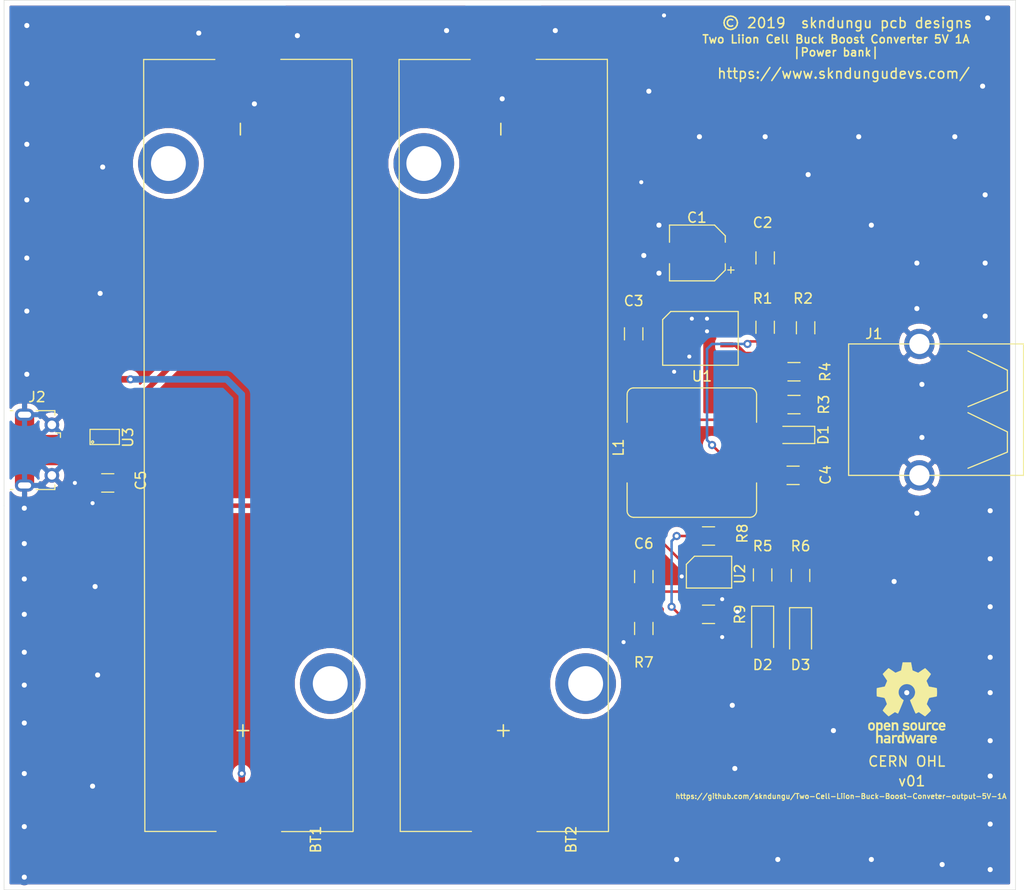
<source format=kicad_pcb>
(kicad_pcb (version 20171130) (host pcbnew "(5.1.2-1)-1")

  (general
    (thickness 1.6)
    (drawings 12)
    (tracks 235)
    (zones 0)
    (modules 27)
    (nets 22)
  )

  (page A4)
  (layers
    (0 F.Cu signal)
    (31 B.Cu signal)
    (32 B.Adhes user)
    (33 F.Adhes user)
    (34 B.Paste user)
    (35 F.Paste user)
    (36 B.SilkS user)
    (37 F.SilkS user)
    (38 B.Mask user)
    (39 F.Mask user)
    (40 Dwgs.User user)
    (41 Cmts.User user)
    (42 Eco1.User user)
    (43 Eco2.User user)
    (44 Edge.Cuts user)
    (45 Margin user)
    (46 B.CrtYd user hide)
    (47 F.CrtYd user)
    (48 B.Fab user)
    (49 F.Fab user hide)
  )

  (setup
    (last_trace_width 0.25)
    (trace_clearance 0.2)
    (zone_clearance 0.508)
    (zone_45_only no)
    (trace_min 0.2)
    (via_size 0.8)
    (via_drill 0.4)
    (via_min_size 0.4)
    (via_min_drill 0.3)
    (user_via 1.6 0.5)
    (uvia_size 0.3)
    (uvia_drill 0.1)
    (uvias_allowed no)
    (uvia_min_size 0.2)
    (uvia_min_drill 0.1)
    (edge_width 0.05)
    (segment_width 0.2)
    (pcb_text_width 0.3)
    (pcb_text_size 1.5 1.5)
    (mod_edge_width 0.12)
    (mod_text_size 1 1)
    (mod_text_width 0.15)
    (pad_size 1.524 1.524)
    (pad_drill 0.762)
    (pad_to_mask_clearance 0.051)
    (solder_mask_min_width 0.25)
    (aux_axis_origin 0 0)
    (visible_elements FFFFEF7F)
    (pcbplotparams
      (layerselection 0x3d0fc_ffffffff)
      (usegerberextensions false)
      (usegerberattributes false)
      (usegerberadvancedattributes false)
      (creategerberjobfile false)
      (excludeedgelayer true)
      (linewidth 0.100000)
      (plotframeref false)
      (viasonmask false)
      (mode 1)
      (useauxorigin false)
      (hpglpennumber 1)
      (hpglpenspeed 20)
      (hpglpendiameter 15.000000)
      (psnegative false)
      (psa4output false)
      (plotreference true)
      (plotvalue true)
      (plotinvisibletext false)
      (padsonsilk false)
      (subtractmaskfromsilk false)
      (outputformat 1)
      (mirror false)
      (drillshape 0)
      (scaleselection 1)
      (outputdirectory "../../gerber/"))
  )

  (net 0 "")
  (net 1 BAT+)
  (net 2 GND)
  (net 3 V+)
  (net 4 "Net-(C3-Pad1)")
  (net 5 5V-OUT)
  (net 6 VIN)
  (net 7 "Net-(D1-Pad2)")
  (net 8 "Net-(D2-Pad1)")
  (net 9 "Net-(D3-Pad1)")
  (net 10 "Net-(J1-Pad2)")
  (net 11 "Net-(J1-Pad3)")
  (net 12 "Net-(J2-Pad2)")
  (net 13 "Net-(J2-Pad4)")
  (net 14 "Net-(J2-Pad3)")
  (net 15 "Net-(L1-Pad1)")
  (net 16 "Net-(R1-Pad1)")
  (net 17 "Net-(R3-Pad1)")
  (net 18 "Net-(R5-Pad2)")
  (net 19 "Net-(R6-Pad2)")
  (net 20 "Net-(R7-Pad1)")
  (net 21 "Net-(R8-Pad2)")

  (net_class Default "This is the default net class."
    (clearance 0.2)
    (trace_width 0.25)
    (via_dia 0.8)
    (via_drill 0.4)
    (uvia_dia 0.3)
    (uvia_drill 0.1)
    (add_net 5V-OUT)
    (add_net BAT+)
    (add_net GND)
    (add_net "Net-(C3-Pad1)")
    (add_net "Net-(D1-Pad2)")
    (add_net "Net-(D2-Pad1)")
    (add_net "Net-(D3-Pad1)")
    (add_net "Net-(J1-Pad2)")
    (add_net "Net-(J1-Pad3)")
    (add_net "Net-(J2-Pad2)")
    (add_net "Net-(J2-Pad3)")
    (add_net "Net-(J2-Pad4)")
    (add_net "Net-(L1-Pad1)")
    (add_net "Net-(R1-Pad1)")
    (add_net "Net-(R3-Pad1)")
    (add_net "Net-(R5-Pad2)")
    (add_net "Net-(R6-Pad2)")
    (add_net "Net-(R7-Pad1)")
    (add_net "Net-(R8-Pad2)")
    (add_net V+)
    (add_net VIN)
  )

  (module Symbol:OSHW-Logo_7.5x8mm_SilkScreen (layer F.Cu) (tedit 0) (tstamp 5D4865D4)
    (at 117.25 100.5)
    (descr "Open Source Hardware Logo")
    (tags "Logo OSHW")
    (attr virtual)
    (fp_text reference REF** (at 0 0) (layer F.SilkS) hide
      (effects (font (size 1 1) (thickness 0.15)))
    )
    (fp_text value OSHW-Logo_7.5x8mm_SilkScreen (at 0.75 0) (layer F.Fab) hide
      (effects (font (size 1 1) (thickness 0.15)))
    )
    (fp_poly (pts (xy 0.500964 -3.601424) (xy 0.576513 -3.200678) (xy 1.134041 -2.970846) (xy 1.468465 -3.198252)
      (xy 1.562122 -3.261569) (xy 1.646782 -3.318104) (xy 1.718495 -3.365273) (xy 1.773311 -3.400498)
      (xy 1.80728 -3.421195) (xy 1.81653 -3.425658) (xy 1.833195 -3.41418) (xy 1.868806 -3.382449)
      (xy 1.919371 -3.334517) (xy 1.9809 -3.274438) (xy 2.049399 -3.206267) (xy 2.120879 -3.134055)
      (xy 2.191347 -3.061858) (xy 2.256811 -2.993727) (xy 2.31328 -2.933717) (xy 2.356763 -2.885881)
      (xy 2.383268 -2.854273) (xy 2.389605 -2.843695) (xy 2.380486 -2.824194) (xy 2.35492 -2.781469)
      (xy 2.315597 -2.719702) (xy 2.265203 -2.643069) (xy 2.206427 -2.555752) (xy 2.172368 -2.505948)
      (xy 2.110289 -2.415007) (xy 2.055126 -2.332941) (xy 2.009554 -2.263837) (xy 1.97625 -2.211778)
      (xy 1.95789 -2.18085) (xy 1.955131 -2.17435) (xy 1.961385 -2.155879) (xy 1.978434 -2.112828)
      (xy 2.003703 -2.051251) (xy 2.034622 -1.977201) (xy 2.068618 -1.89673) (xy 2.103118 -1.815893)
      (xy 2.135551 -1.740742) (xy 2.163343 -1.677329) (xy 2.183923 -1.631707) (xy 2.194719 -1.609931)
      (xy 2.195356 -1.609074) (xy 2.212307 -1.604916) (xy 2.257451 -1.595639) (xy 2.32611 -1.582156)
      (xy 2.413602 -1.565379) (xy 2.51525 -1.546219) (xy 2.574556 -1.53517) (xy 2.683172 -1.51449)
      (xy 2.781277 -1.494811) (xy 2.863909 -1.477211) (xy 2.926104 -1.462767) (xy 2.962899 -1.452554)
      (xy 2.970296 -1.449314) (xy 2.97754 -1.427383) (xy 2.983385 -1.377853) (xy 2.987835 -1.306515)
      (xy 2.990893 -1.219161) (xy 2.992565 -1.121583) (xy 2.992853 -1.019574) (xy 2.991761 -0.918925)
      (xy 2.989294 -0.825428) (xy 2.985456 -0.744875) (xy 2.98025 -0.683058) (xy 2.973681 -0.64577)
      (xy 2.969741 -0.638007) (xy 2.946188 -0.628702) (xy 2.896282 -0.6154) (xy 2.826623 -0.599663)
      (xy 2.743813 -0.583054) (xy 2.714905 -0.577681) (xy 2.575531 -0.552152) (xy 2.465436 -0.531592)
      (xy 2.380982 -0.515185) (xy 2.31853 -0.502113) (xy 2.274444 -0.491559) (xy 2.245085 -0.482706)
      (xy 2.226815 -0.474737) (xy 2.215998 -0.466835) (xy 2.214485 -0.465273) (xy 2.199377 -0.440114)
      (xy 2.176329 -0.39115) (xy 2.147644 -0.324379) (xy 2.115622 -0.245795) (xy 2.082565 -0.161393)
      (xy 2.050773 -0.07717) (xy 2.022549 0.000879) (xy 2.000193 0.066759) (xy 1.986007 0.114473)
      (xy 1.982293 0.138027) (xy 1.982602 0.138852) (xy 1.995189 0.158104) (xy 2.023744 0.200463)
      (xy 2.065267 0.261521) (xy 2.116756 0.336868) (xy 2.175211 0.422096) (xy 2.191858 0.446315)
      (xy 2.251215 0.534123) (xy 2.303447 0.614238) (xy 2.345708 0.682062) (xy 2.375153 0.732993)
      (xy 2.388937 0.762431) (xy 2.389605 0.766048) (xy 2.378024 0.785057) (xy 2.346024 0.822714)
      (xy 2.297718 0.874973) (xy 2.23722 0.937786) (xy 2.168644 1.007106) (xy 2.096104 1.078885)
      (xy 2.023712 1.149077) (xy 1.955584 1.213635) (xy 1.895832 1.26851) (xy 1.848571 1.309656)
      (xy 1.817913 1.333026) (xy 1.809432 1.336842) (xy 1.789691 1.327855) (xy 1.749274 1.303616)
      (xy 1.694763 1.268209) (xy 1.652823 1.239711) (xy 1.576829 1.187418) (xy 1.486834 1.125845)
      (xy 1.396564 1.06437) (xy 1.348032 1.031469) (xy 1.183762 0.920359) (xy 1.045869 0.994916)
      (xy 0.983049 1.027578) (xy 0.929629 1.052966) (xy 0.893484 1.067446) (xy 0.884284 1.06946)
      (xy 0.873221 1.054584) (xy 0.851394 1.012547) (xy 0.820434 0.947227) (xy 0.78197 0.8625)
      (xy 0.737632 0.762245) (xy 0.689047 0.650339) (xy 0.637846 0.530659) (xy 0.585659 0.407084)
      (xy 0.534113 0.283491) (xy 0.48484 0.163757) (xy 0.439467 0.051759) (xy 0.399625 -0.048623)
      (xy 0.366942 -0.133514) (xy 0.343049 -0.199035) (xy 0.329574 -0.24131) (xy 0.327406 -0.255828)
      (xy 0.344583 -0.274347) (xy 0.38219 -0.30441) (xy 0.432366 -0.339768) (xy 0.436578 -0.342566)
      (xy 0.566264 -0.446375) (xy 0.670834 -0.567485) (xy 0.749381 -0.702024) (xy 0.800999 -0.846118)
      (xy 0.824782 -0.995895) (xy 0.819823 -1.147483) (xy 0.785217 -1.297008) (xy 0.720057 -1.4406)
      (xy 0.700886 -1.472016) (xy 0.601174 -1.598875) (xy 0.483377 -1.700745) (xy 0.351571 -1.777096)
      (xy 0.209833 -1.827398) (xy 0.062242 -1.851121) (xy -0.087127 -1.847735) (xy -0.234197 -1.816712)
      (xy -0.374889 -1.75752) (xy -0.505127 -1.669631) (xy -0.545414 -1.633958) (xy -0.647945 -1.522294)
      (xy -0.722659 -1.404743) (xy -0.77391 -1.27298) (xy -0.802454 -1.142493) (xy -0.8095 -0.995784)
      (xy -0.786004 -0.848347) (xy -0.734351 -0.705166) (xy -0.656929 -0.571223) (xy -0.556125 -0.451502)
      (xy -0.434324 -0.350986) (xy -0.418316 -0.340391) (xy -0.367602 -0.305694) (xy -0.32905 -0.27563)
      (xy -0.310619 -0.256435) (xy -0.310351 -0.255828) (xy -0.314308 -0.235064) (xy -0.329993 -0.187938)
      (xy -0.355778 -0.118327) (xy -0.390031 -0.030107) (xy -0.431123 0.072844) (xy -0.477424 0.18665)
      (xy -0.527304 0.307435) (xy -0.579133 0.431321) (xy -0.631281 0.554432) (xy -0.682118 0.672891)
      (xy -0.730013 0.782823) (xy -0.773338 0.880349) (xy -0.810462 0.961593) (xy -0.839756 1.022679)
      (xy -0.859588 1.05973) (xy -0.867574 1.06946) (xy -0.891979 1.061883) (xy -0.937642 1.04156)
      (xy -0.99669 1.012125) (xy -1.02916 0.994916) (xy -1.167053 0.920359) (xy -1.331323 1.031469)
      (xy -1.415179 1.08839) (xy -1.506987 1.15103) (xy -1.59302 1.210011) (xy -1.636113 1.239711)
      (xy -1.696723 1.28041) (xy -1.748045 1.312663) (xy -1.783385 1.332384) (xy -1.794863 1.336554)
      (xy -1.81157 1.325307) (xy -1.848546 1.293911) (xy -1.902205 1.245624) (xy -1.968962 1.183708)
      (xy -2.045234 1.111421) (xy -2.093473 1.065008) (xy -2.177867 0.982087) (xy -2.250803 0.90792)
      (xy -2.309331 0.84568) (xy -2.350503 0.798541) (xy -2.371372 0.769673) (xy -2.373374 0.763815)
      (xy -2.364083 0.741532) (xy -2.338409 0.696477) (xy -2.2992 0.633211) (xy -2.249303 0.556295)
      (xy -2.191567 0.470292) (xy -2.175149 0.446315) (xy -2.115323 0.35917) (xy -2.06165 0.28071)
      (xy -2.01713 0.215345) (xy -1.984765 0.167484) (xy -1.967555 0.141535) (xy -1.965893 0.138852)
      (xy -1.968379 0.118172) (xy -1.981577 0.072704) (xy -2.003186 0.008444) (xy -2.030904 -0.068613)
      (xy -2.06243 -0.152471) (xy -2.095463 -0.237134) (xy -2.127701 -0.316608) (xy -2.156843 -0.384896)
      (xy -2.180588 -0.436003) (xy -2.196635 -0.463933) (xy -2.197775 -0.465273) (xy -2.207588 -0.473255)
      (xy -2.224161 -0.481149) (xy -2.251132 -0.489771) (xy -2.292139 -0.499938) (xy -2.35082 -0.512469)
      (xy -2.430813 -0.528179) (xy -2.535755 -0.547887) (xy -2.669285 -0.572408) (xy -2.698196 -0.577681)
      (xy -2.783882 -0.594236) (xy -2.858582 -0.610431) (xy -2.915694 -0.624704) (xy -2.948617 -0.635492)
      (xy -2.953031 -0.638007) (xy -2.960306 -0.660304) (xy -2.966219 -0.710131) (xy -2.970766 -0.781696)
      (xy -2.973945 -0.869207) (xy -2.975749 -0.966872) (xy -2.976177 -1.068899) (xy -2.975223 -1.169497)
      (xy -2.972884 -1.262873) (xy -2.969156 -1.343235) (xy -2.964034 -1.404791) (xy -2.957516 -1.44175)
      (xy -2.953586 -1.449314) (xy -2.931708 -1.456944) (xy -2.881891 -1.469358) (xy -2.809097 -1.485478)
      (xy -2.718289 -1.504227) (xy -2.614431 -1.524529) (xy -2.557846 -1.53517) (xy -2.450486 -1.55524)
      (xy -2.354746 -1.57342) (xy -2.275306 -1.588801) (xy -2.216846 -1.600469) (xy -2.184045 -1.607512)
      (xy -2.178646 -1.609074) (xy -2.169522 -1.626678) (xy -2.150235 -1.669082) (xy -2.123355 -1.730228)
      (xy -2.091454 -1.804057) (xy -2.057102 -1.884511) (xy -2.022871 -1.965532) (xy -1.991331 -2.041063)
      (xy -1.965054 -2.105045) (xy -1.946611 -2.15142) (xy -1.938571 -2.174131) (xy -1.938422 -2.175124)
      (xy -1.947535 -2.193039) (xy -1.973086 -2.234267) (xy -2.012388 -2.294709) (xy -2.062757 -2.370269)
      (xy -2.121506 -2.456848) (xy -2.155658 -2.506579) (xy -2.21789 -2.597764) (xy -2.273164 -2.680551)
      (xy -2.318782 -2.750751) (xy -2.352048 -2.804176) (xy -2.370264 -2.836639) (xy -2.372895 -2.843917)
      (xy -2.361586 -2.860855) (xy -2.330319 -2.897022) (xy -2.28309 -2.948365) (xy -2.223892 -3.010833)
      (xy -2.156719 -3.080374) (xy -2.085566 -3.152935) (xy -2.014426 -3.224465) (xy -1.947293 -3.290913)
      (xy -1.888161 -3.348226) (xy -1.841025 -3.392353) (xy -1.809877 -3.419241) (xy -1.799457 -3.425658)
      (xy -1.782491 -3.416635) (xy -1.741911 -3.391285) (xy -1.681663 -3.35219) (xy -1.605693 -3.301929)
      (xy -1.517946 -3.243083) (xy -1.451756 -3.198252) (xy -1.117332 -2.970846) (xy -0.838567 -3.085762)
      (xy -0.559803 -3.200678) (xy -0.484254 -3.601424) (xy -0.408706 -4.002171) (xy 0.425415 -4.002171)
      (xy 0.500964 -3.601424)) (layer F.SilkS) (width 0.01))
    (fp_poly (pts (xy 2.391388 1.937645) (xy 2.448865 1.955206) (xy 2.485872 1.977395) (xy 2.497927 1.994942)
      (xy 2.494609 2.015742) (xy 2.473079 2.048419) (xy 2.454874 2.071562) (xy 2.417344 2.113402)
      (xy 2.389148 2.131005) (xy 2.365111 2.129856) (xy 2.293808 2.11171) (xy 2.241442 2.112534)
      (xy 2.198918 2.133098) (xy 2.184642 2.145134) (xy 2.138947 2.187483) (xy 2.138947 2.740526)
      (xy 1.955131 2.740526) (xy 1.955131 1.938421) (xy 2.047039 1.938421) (xy 2.102219 1.940603)
      (xy 2.130688 1.948351) (xy 2.138943 1.963468) (xy 2.138947 1.963916) (xy 2.142845 1.979749)
      (xy 2.160474 1.977684) (xy 2.184901 1.966261) (xy 2.23535 1.945005) (xy 2.276316 1.932216)
      (xy 2.329028 1.928938) (xy 2.391388 1.937645)) (layer F.SilkS) (width 0.01))
    (fp_poly (pts (xy -1.002043 1.952226) (xy -0.960454 1.97209) (xy -0.920175 2.000784) (xy -0.88949 2.033809)
      (xy -0.867139 2.075931) (xy -0.851864 2.131915) (xy -0.842408 2.206528) (xy -0.837513 2.304535)
      (xy -0.835919 2.430702) (xy -0.835894 2.443914) (xy -0.835527 2.740526) (xy -1.019343 2.740526)
      (xy -1.019343 2.467081) (xy -1.019473 2.365777) (xy -1.020379 2.292353) (xy -1.022827 2.241271)
      (xy -1.027586 2.20699) (xy -1.035426 2.183971) (xy -1.047115 2.166673) (xy -1.063398 2.149581)
      (xy -1.120366 2.112857) (xy -1.182555 2.106042) (xy -1.241801 2.129261) (xy -1.262405 2.146543)
      (xy -1.27753 2.162791) (xy -1.28839 2.180191) (xy -1.29569 2.204212) (xy -1.300137 2.240322)
      (xy -1.302436 2.293988) (xy -1.303296 2.37068) (xy -1.303422 2.464043) (xy -1.303422 2.740526)
      (xy -1.487237 2.740526) (xy -1.487237 1.938421) (xy -1.395329 1.938421) (xy -1.340149 1.940603)
      (xy -1.31168 1.948351) (xy -1.303425 1.963468) (xy -1.303422 1.963916) (xy -1.299592 1.97872)
      (xy -1.282699 1.97704) (xy -1.249112 1.960773) (xy -1.172937 1.93684) (xy -1.0858 1.934178)
      (xy -1.002043 1.952226)) (layer F.SilkS) (width 0.01))
    (fp_poly (pts (xy 3.558784 1.935554) (xy 3.601574 1.945949) (xy 3.683609 1.984013) (xy 3.753757 2.042149)
      (xy 3.802305 2.111852) (xy 3.808975 2.127502) (xy 3.818124 2.168496) (xy 3.824529 2.229138)
      (xy 3.82671 2.29043) (xy 3.82671 2.406316) (xy 3.584407 2.406316) (xy 3.484471 2.406693)
      (xy 3.414069 2.408987) (xy 3.369313 2.414938) (xy 3.346315 2.426285) (xy 3.341189 2.444771)
      (xy 3.350048 2.472136) (xy 3.365917 2.504155) (xy 3.410184 2.557592) (xy 3.471699 2.584215)
      (xy 3.546885 2.583347) (xy 3.632053 2.554371) (xy 3.705659 2.518611) (xy 3.766734 2.566904)
      (xy 3.82781 2.615197) (xy 3.770351 2.668285) (xy 3.693641 2.718445) (xy 3.599302 2.748688)
      (xy 3.497827 2.757151) (xy 3.399711 2.741974) (xy 3.383881 2.736824) (xy 3.297647 2.691791)
      (xy 3.233501 2.624652) (xy 3.190091 2.533405) (xy 3.166064 2.416044) (xy 3.165784 2.413529)
      (xy 3.163633 2.285627) (xy 3.172329 2.239997) (xy 3.342105 2.239997) (xy 3.357697 2.247013)
      (xy 3.400029 2.252388) (xy 3.462434 2.255457) (xy 3.501981 2.255921) (xy 3.575728 2.25563)
      (xy 3.62184 2.253783) (xy 3.6461 2.248912) (xy 3.654294 2.239555) (xy 3.652206 2.224245)
      (xy 3.650455 2.218322) (xy 3.62056 2.162668) (xy 3.573542 2.117815) (xy 3.532049 2.098105)
      (xy 3.476926 2.099295) (xy 3.421068 2.123875) (xy 3.374212 2.16457) (xy 3.346094 2.214108)
      (xy 3.342105 2.239997) (xy 3.172329 2.239997) (xy 3.185074 2.173133) (xy 3.227611 2.078727)
      (xy 3.288747 2.005088) (xy 3.365985 1.954893) (xy 3.45683 1.930822) (xy 3.558784 1.935554)) (layer F.SilkS) (width 0.01))
    (fp_poly (pts (xy 2.946576 1.945419) (xy 3.043395 1.986549) (xy 3.07389 2.006571) (xy 3.112865 2.03734)
      (xy 3.137331 2.061533) (xy 3.141578 2.069413) (xy 3.129584 2.086899) (xy 3.098887 2.11657)
      (xy 3.074312 2.137279) (xy 3.007046 2.191336) (xy 2.95393 2.146642) (xy 2.912884 2.117789)
      (xy 2.872863 2.107829) (xy 2.827059 2.110261) (xy 2.754324 2.128345) (xy 2.704256 2.165881)
      (xy 2.673829 2.226562) (xy 2.660017 2.314081) (xy 2.660013 2.314136) (xy 2.661208 2.411958)
      (xy 2.679772 2.48373) (xy 2.716804 2.532595) (xy 2.74205 2.549143) (xy 2.809097 2.569749)
      (xy 2.880709 2.569762) (xy 2.943015 2.549768) (xy 2.957763 2.54) (xy 2.99475 2.515047)
      (xy 3.023668 2.510958) (xy 3.054856 2.52953) (xy 3.089336 2.562887) (xy 3.143912 2.619196)
      (xy 3.083318 2.669142) (xy 2.989698 2.725513) (xy 2.884125 2.753293) (xy 2.773798 2.751282)
      (xy 2.701343 2.732862) (xy 2.616656 2.68731) (xy 2.548927 2.61565) (xy 2.518157 2.565066)
      (xy 2.493236 2.492488) (xy 2.480766 2.400569) (xy 2.48067 2.300948) (xy 2.49287 2.205267)
      (xy 2.51729 2.125169) (xy 2.521136 2.116956) (xy 2.578093 2.036413) (xy 2.655209 1.977771)
      (xy 2.74639 1.942247) (xy 2.845543 1.931057) (xy 2.946576 1.945419)) (layer F.SilkS) (width 0.01))
    (fp_poly (pts (xy 1.320131 2.198533) (xy 1.32171 2.321089) (xy 1.327481 2.414179) (xy 1.338991 2.481651)
      (xy 1.35779 2.527355) (xy 1.385426 2.555139) (xy 1.423448 2.568854) (xy 1.470526 2.572358)
      (xy 1.519832 2.568432) (xy 1.557283 2.554089) (xy 1.584428 2.525478) (xy 1.602815 2.478751)
      (xy 1.613993 2.410058) (xy 1.619511 2.31555) (xy 1.620921 2.198533) (xy 1.620921 1.938421)
      (xy 1.804736 1.938421) (xy 1.804736 2.740526) (xy 1.712828 2.740526) (xy 1.657422 2.738281)
      (xy 1.628891 2.730396) (xy 1.620921 2.715428) (xy 1.61612 2.702097) (xy 1.597014 2.704917)
      (xy 1.558504 2.723783) (xy 1.470239 2.752887) (xy 1.376623 2.750825) (xy 1.286921 2.719221)
      (xy 1.244204 2.694257) (xy 1.211621 2.667226) (xy 1.187817 2.633405) (xy 1.171439 2.588068)
      (xy 1.161131 2.526489) (xy 1.155541 2.443943) (xy 1.153312 2.335705) (xy 1.153026 2.252004)
      (xy 1.153026 1.938421) (xy 1.320131 1.938421) (xy 1.320131 2.198533)) (layer F.SilkS) (width 0.01))
    (fp_poly (pts (xy 0.811669 1.94831) (xy 0.896192 1.99434) (xy 0.962321 2.067006) (xy 0.993478 2.126106)
      (xy 1.006855 2.178305) (xy 1.015522 2.252719) (xy 1.019237 2.338442) (xy 1.017754 2.424569)
      (xy 1.010831 2.500193) (xy 1.002745 2.540584) (xy 0.975465 2.59584) (xy 0.92822 2.65453)
      (xy 0.871282 2.705852) (xy 0.814924 2.739005) (xy 0.81355 2.739531) (xy 0.743616 2.754018)
      (xy 0.660737 2.754377) (xy 0.581977 2.741188) (xy 0.551566 2.730617) (xy 0.473239 2.686201)
      (xy 0.417143 2.628007) (xy 0.380286 2.550965) (xy 0.35968 2.450001) (xy 0.355018 2.397116)
      (xy 0.355613 2.330663) (xy 0.534736 2.330663) (xy 0.54077 2.42763) (xy 0.558138 2.501523)
      (xy 0.58574 2.548736) (xy 0.605404 2.562237) (xy 0.655787 2.571651) (xy 0.715673 2.568864)
      (xy 0.767449 2.555316) (xy 0.781027 2.547862) (xy 0.816849 2.504451) (xy 0.840493 2.438014)
      (xy 0.850558 2.357161) (xy 0.845642 2.270502) (xy 0.834655 2.218349) (xy 0.803109 2.157951)
      (xy 0.753311 2.120197) (xy 0.693337 2.107143) (xy 0.631264 2.120849) (xy 0.583582 2.154372)
      (xy 0.558525 2.182031) (xy 0.5439 2.209294) (xy 0.536929 2.24619) (xy 0.534833 2.30275)
      (xy 0.534736 2.330663) (xy 0.355613 2.330663) (xy 0.356282 2.255994) (xy 0.379265 2.140271)
      (xy 0.423972 2.049941) (xy 0.490405 1.985) (xy 0.578565 1.945445) (xy 0.597495 1.940858)
      (xy 0.711266 1.93009) (xy 0.811669 1.94831)) (layer F.SilkS) (width 0.01))
    (fp_poly (pts (xy 0.018628 1.935547) (xy 0.081908 1.947548) (xy 0.147557 1.972648) (xy 0.154572 1.975848)
      (xy 0.204356 2.002026) (xy 0.238834 2.026353) (xy 0.249978 2.041937) (xy 0.239366 2.067353)
      (xy 0.213588 2.104853) (xy 0.202146 2.118852) (xy 0.154992 2.173954) (xy 0.094201 2.138086)
      (xy 0.036347 2.114192) (xy -0.0305 2.10142) (xy -0.094606 2.100613) (xy -0.144236 2.112615)
      (xy -0.156146 2.120105) (xy -0.178828 2.15445) (xy -0.181584 2.194013) (xy -0.164612 2.22492)
      (xy -0.154573 2.230913) (xy -0.12449 2.238357) (xy -0.071611 2.247106) (xy -0.006425 2.255467)
      (xy 0.0056 2.256778) (xy 0.110297 2.274888) (xy 0.186232 2.305651) (xy 0.236592 2.351907)
      (xy 0.264564 2.416497) (xy 0.273278 2.495387) (xy 0.26124 2.585065) (xy 0.222151 2.655486)
      (xy 0.155855 2.706777) (xy 0.062194 2.739067) (xy -0.041777 2.751807) (xy -0.126562 2.751654)
      (xy -0.195335 2.740083) (xy -0.242303 2.724109) (xy -0.30165 2.696275) (xy -0.356494 2.663973)
      (xy -0.375987 2.649755) (xy -0.426119 2.608835) (xy -0.305197 2.486477) (xy -0.236457 2.531967)
      (xy -0.167512 2.566133) (xy -0.093889 2.584004) (xy -0.023117 2.585889) (xy 0.037274 2.572101)
      (xy 0.079757 2.542949) (xy 0.093474 2.518352) (xy 0.091417 2.478904) (xy 0.05733 2.448737)
      (xy -0.008692 2.427906) (xy -0.081026 2.418279) (xy -0.192348 2.39991) (xy -0.275048 2.365254)
      (xy -0.330235 2.313297) (xy -0.359012 2.243023) (xy -0.362999 2.159707) (xy -0.343307 2.072681)
      (xy -0.298411 2.006902) (xy -0.227909 1.962068) (xy -0.131399 1.937879) (xy -0.0599 1.933137)
      (xy 0.018628 1.935547)) (layer F.SilkS) (width 0.01))
    (fp_poly (pts (xy -1.802982 1.957027) (xy -1.78633 1.964866) (xy -1.728695 2.007086) (xy -1.674195 2.0687)
      (xy -1.633501 2.136543) (xy -1.621926 2.167734) (xy -1.611366 2.223449) (xy -1.605069 2.290781)
      (xy -1.604304 2.318585) (xy -1.604211 2.406316) (xy -2.10915 2.406316) (xy -2.098387 2.45227)
      (xy -2.071967 2.50662) (xy -2.025778 2.553591) (xy -1.970828 2.583848) (xy -1.935811 2.590131)
      (xy -1.888323 2.582506) (xy -1.831665 2.563383) (xy -1.812418 2.554584) (xy -1.741241 2.519036)
      (xy -1.680498 2.565367) (xy -1.645448 2.596703) (xy -1.626798 2.622567) (xy -1.625853 2.630158)
      (xy -1.642515 2.648556) (xy -1.67903 2.676515) (xy -1.712172 2.698327) (xy -1.801607 2.737537)
      (xy -1.901871 2.755285) (xy -2.001246 2.75067) (xy -2.080461 2.726551) (xy -2.16212 2.674884)
      (xy -2.220151 2.606856) (xy -2.256454 2.518843) (xy -2.272928 2.407216) (xy -2.274389 2.356138)
      (xy -2.268543 2.239091) (xy -2.267825 2.235686) (xy -2.100511 2.235686) (xy -2.095903 2.246662)
      (xy -2.076964 2.252715) (xy -2.037902 2.25531) (xy -1.972923 2.25591) (xy -1.947903 2.255921)
      (xy -1.871779 2.255014) (xy -1.823504 2.25172) (xy -1.79754 2.245181) (xy -1.788352 2.234537)
      (xy -1.788027 2.231119) (xy -1.798513 2.203956) (xy -1.824758 2.165903) (xy -1.836041 2.152579)
      (xy -1.877928 2.114896) (xy -1.921591 2.10008) (xy -1.945115 2.098842) (xy -2.008757 2.114329)
      (xy -2.062127 2.15593) (xy -2.095981 2.216353) (xy -2.096581 2.218322) (xy -2.100511 2.235686)
      (xy -2.267825 2.235686) (xy -2.249101 2.146928) (xy -2.214078 2.07319) (xy -2.171244 2.020848)
      (xy -2.092052 1.964092) (xy -1.99896 1.933762) (xy -1.899945 1.931021) (xy -1.802982 1.957027)) (layer F.SilkS) (width 0.01))
    (fp_poly (pts (xy -3.373216 1.947104) (xy -3.285795 1.985754) (xy -3.21943 2.05029) (xy -3.174024 2.140812)
      (xy -3.149482 2.257418) (xy -3.147723 2.275624) (xy -3.146344 2.403984) (xy -3.164216 2.516496)
      (xy -3.20025 2.607688) (xy -3.219545 2.637022) (xy -3.286755 2.699106) (xy -3.37235 2.739316)
      (xy -3.46811 2.756003) (xy -3.565813 2.747517) (xy -3.640083 2.72138) (xy -3.703953 2.677335)
      (xy -3.756154 2.619587) (xy -3.757057 2.618236) (xy -3.778256 2.582593) (xy -3.792033 2.546752)
      (xy -3.800376 2.501519) (xy -3.805273 2.437701) (xy -3.807431 2.385368) (xy -3.808329 2.33791)
      (xy -3.641257 2.33791) (xy -3.639624 2.385154) (xy -3.633696 2.448046) (xy -3.623239 2.488407)
      (xy -3.604381 2.517122) (xy -3.586719 2.533896) (xy -3.524106 2.569016) (xy -3.458592 2.57371)
      (xy -3.397579 2.54844) (xy -3.367072 2.520124) (xy -3.345089 2.491589) (xy -3.332231 2.464284)
      (xy -3.326588 2.42875) (xy -3.326249 2.375524) (xy -3.327988 2.326506) (xy -3.331729 2.256482)
      (xy -3.337659 2.211064) (xy -3.348347 2.18144) (xy -3.366361 2.158797) (xy -3.380637 2.145855)
      (xy -3.440349 2.11186) (xy -3.504766 2.110165) (xy -3.558781 2.130301) (xy -3.60486 2.172352)
      (xy -3.632311 2.241428) (xy -3.641257 2.33791) (xy -3.808329 2.33791) (xy -3.809401 2.281299)
      (xy -3.806036 2.203468) (xy -3.795955 2.14493) (xy -3.777774 2.098737) (xy -3.75011 2.057942)
      (xy -3.739854 2.045828) (xy -3.675722 1.985474) (xy -3.606934 1.95022) (xy -3.522811 1.93545)
      (xy -3.481791 1.934243) (xy -3.373216 1.947104)) (layer F.SilkS) (width 0.01))
    (fp_poly (pts (xy 2.701193 3.196078) (xy 2.781068 3.216845) (xy 2.847962 3.259705) (xy 2.880351 3.291723)
      (xy 2.933445 3.367413) (xy 2.963873 3.455216) (xy 2.974327 3.56315) (xy 2.97438 3.571875)
      (xy 2.974473 3.659605) (xy 2.469534 3.659605) (xy 2.480298 3.705559) (xy 2.499732 3.747178)
      (xy 2.533745 3.790544) (xy 2.54086 3.797467) (xy 2.602003 3.834935) (xy 2.671729 3.841289)
      (xy 2.751987 3.816638) (xy 2.765592 3.81) (xy 2.807319 3.789819) (xy 2.835268 3.778321)
      (xy 2.840145 3.777258) (xy 2.857168 3.787583) (xy 2.889633 3.812845) (xy 2.906114 3.82665)
      (xy 2.940264 3.858361) (xy 2.951478 3.879299) (xy 2.943695 3.89856) (xy 2.939535 3.903827)
      (xy 2.911357 3.926878) (xy 2.864862 3.954892) (xy 2.832434 3.971246) (xy 2.740385 4.000059)
      (xy 2.638476 4.009395) (xy 2.541963 3.998332) (xy 2.514934 3.990412) (xy 2.431276 3.945581)
      (xy 2.369266 3.876598) (xy 2.328545 3.782794) (xy 2.308755 3.663498) (xy 2.306582 3.601118)
      (xy 2.312926 3.510298) (xy 2.473157 3.510298) (xy 2.488655 3.517012) (xy 2.530312 3.52228)
      (xy 2.590876 3.525389) (xy 2.631907 3.525921) (xy 2.705711 3.525408) (xy 2.752293 3.523006)
      (xy 2.777848 3.517422) (xy 2.788569 3.507361) (xy 2.790657 3.492763) (xy 2.776331 3.447796)
      (xy 2.740262 3.403353) (xy 2.692815 3.369242) (xy 2.645349 3.355288) (xy 2.580879 3.367666)
      (xy 2.52507 3.403452) (xy 2.486374 3.455033) (xy 2.473157 3.510298) (xy 2.312926 3.510298)
      (xy 2.315821 3.468866) (xy 2.344336 3.363498) (xy 2.392729 3.284178) (xy 2.461604 3.230071)
      (xy 2.551565 3.200343) (xy 2.6003 3.194618) (xy 2.701193 3.196078)) (layer F.SilkS) (width 0.01))
    (fp_poly (pts (xy 2.173167 3.191447) (xy 2.237408 3.204112) (xy 2.27398 3.222864) (xy 2.312453 3.254017)
      (xy 2.257717 3.323127) (xy 2.223969 3.364979) (xy 2.201053 3.385398) (xy 2.178279 3.388517)
      (xy 2.144956 3.378472) (xy 2.129314 3.372789) (xy 2.065542 3.364404) (xy 2.00714 3.382378)
      (xy 1.964264 3.422982) (xy 1.957299 3.435929) (xy 1.949713 3.470224) (xy 1.943859 3.533427)
      (xy 1.940011 3.62106) (xy 1.938443 3.72864) (xy 1.938421 3.743944) (xy 1.938421 4.010526)
      (xy 1.754605 4.010526) (xy 1.754605 3.19171) (xy 1.846513 3.19171) (xy 1.899507 3.193094)
      (xy 1.927115 3.199252) (xy 1.937324 3.213194) (xy 1.938421 3.226344) (xy 1.938421 3.260978)
      (xy 1.98245 3.226344) (xy 2.032937 3.202716) (xy 2.10076 3.191033) (xy 2.173167 3.191447)) (layer F.SilkS) (width 0.01))
    (fp_poly (pts (xy 1.379992 3.196673) (xy 1.450427 3.21378) (xy 1.470787 3.222844) (xy 1.510253 3.246583)
      (xy 1.540541 3.273321) (xy 1.562952 3.307699) (xy 1.578786 3.35436) (xy 1.589343 3.417946)
      (xy 1.595924 3.503099) (xy 1.599828 3.614462) (xy 1.60131 3.688849) (xy 1.606765 4.010526)
      (xy 1.51358 4.010526) (xy 1.457047 4.008156) (xy 1.427922 4.000055) (xy 1.420394 3.986451)
      (xy 1.41642 3.971741) (xy 1.398652 3.974554) (xy 1.37444 3.986348) (xy 1.313828 4.004427)
      (xy 1.235929 4.009299) (xy 1.153995 4.00133) (xy 1.081281 3.980889) (xy 1.074759 3.978051)
      (xy 1.008302 3.931365) (xy 0.964491 3.866464) (xy 0.944332 3.7906) (xy 0.945872 3.763344)
      (xy 1.110345 3.763344) (xy 1.124837 3.800024) (xy 1.167805 3.826309) (xy 1.237129 3.840417)
      (xy 1.274177 3.84229) (xy 1.335919 3.837494) (xy 1.37696 3.818858) (xy 1.386973 3.81)
      (xy 1.4141 3.761806) (xy 1.420394 3.718092) (xy 1.420394 3.659605) (xy 1.33893 3.659605)
      (xy 1.244234 3.664432) (xy 1.177813 3.679613) (xy 1.135846 3.7062) (xy 1.126449 3.718052)
      (xy 1.110345 3.763344) (xy 0.945872 3.763344) (xy 0.948829 3.711026) (xy 0.978985 3.634995)
      (xy 1.020131 3.583612) (xy 1.045052 3.561397) (xy 1.069448 3.546798) (xy 1.101191 3.537897)
      (xy 1.148152 3.532775) (xy 1.218204 3.529515) (xy 1.24599 3.528577) (xy 1.420394 3.522879)
      (xy 1.420138 3.470091) (xy 1.413384 3.414603) (xy 1.388964 3.381052) (xy 1.33963 3.359618)
      (xy 1.338306 3.359236) (xy 1.26836 3.350808) (xy 1.199914 3.361816) (xy 1.149047 3.388585)
      (xy 1.128637 3.401803) (xy 1.106654 3.399974) (xy 1.072826 3.380824) (xy 1.052961 3.367308)
      (xy 1.014106 3.338432) (xy 0.990038 3.316786) (xy 0.986176 3.310589) (xy 1.002079 3.278519)
      (xy 1.049065 3.240219) (xy 1.069473 3.227297) (xy 1.128143 3.205041) (xy 1.207212 3.192432)
      (xy 1.295041 3.1896) (xy 1.379992 3.196673)) (layer F.SilkS) (width 0.01))
    (fp_poly (pts (xy 0.37413 3.195104) (xy 0.44022 3.200066) (xy 0.526626 3.459079) (xy 0.613031 3.718092)
      (xy 0.640124 3.626184) (xy 0.656428 3.569384) (xy 0.677875 3.492625) (xy 0.701035 3.408251)
      (xy 0.71328 3.362993) (xy 0.759344 3.19171) (xy 0.949387 3.19171) (xy 0.892582 3.371349)
      (xy 0.864607 3.459704) (xy 0.830813 3.566281) (xy 0.79552 3.677454) (xy 0.764013 3.776579)
      (xy 0.69225 4.002171) (xy 0.537286 4.012253) (xy 0.49527 3.873528) (xy 0.469359 3.787351)
      (xy 0.441083 3.692347) (xy 0.416369 3.608441) (xy 0.415394 3.605102) (xy 0.396935 3.548248)
      (xy 0.380649 3.509456) (xy 0.369242 3.494787) (xy 0.366898 3.496483) (xy 0.358671 3.519225)
      (xy 0.343038 3.56794) (xy 0.321904 3.636502) (xy 0.29717 3.718785) (xy 0.283787 3.764046)
      (xy 0.211311 4.010526) (xy 0.057495 4.010526) (xy -0.065469 3.622006) (xy -0.100012 3.513022)
      (xy -0.131479 3.414048) (xy -0.158384 3.329736) (xy -0.179241 3.264734) (xy -0.192562 3.223692)
      (xy -0.196612 3.211701) (xy -0.193406 3.199423) (xy -0.168235 3.194046) (xy -0.115854 3.194584)
      (xy -0.107655 3.19499) (xy -0.010518 3.200066) (xy 0.0531 3.434013) (xy 0.076484 3.519333)
      (xy 0.097381 3.594335) (xy 0.113951 3.652507) (xy 0.124354 3.687337) (xy 0.126276 3.693016)
      (xy 0.134241 3.686486) (xy 0.150304 3.652654) (xy 0.172621 3.596127) (xy 0.199345 3.52151)
      (xy 0.221937 3.454107) (xy 0.308041 3.190143) (xy 0.37413 3.195104)) (layer F.SilkS) (width 0.01))
    (fp_poly (pts (xy -0.267369 4.010526) (xy -0.359277 4.010526) (xy -0.412623 4.008962) (xy -0.440407 4.002485)
      (xy -0.45041 3.988418) (xy -0.451185 3.978906) (xy -0.452872 3.959832) (xy -0.46351 3.956174)
      (xy -0.491465 3.967932) (xy -0.513205 3.978906) (xy -0.596668 4.004911) (xy -0.687396 4.006416)
      (xy -0.761158 3.987021) (xy -0.829846 3.940165) (xy -0.882206 3.871004) (xy -0.910878 3.789427)
      (xy -0.911608 3.784866) (xy -0.915868 3.735101) (xy -0.917986 3.663659) (xy -0.917816 3.609626)
      (xy -0.73528 3.609626) (xy -0.731051 3.681441) (xy -0.721432 3.740634) (xy -0.70841 3.77406)
      (xy -0.659144 3.81974) (xy -0.60065 3.836115) (xy -0.540329 3.822873) (xy -0.488783 3.783373)
      (xy -0.469262 3.756807) (xy -0.457848 3.725106) (xy -0.452502 3.678832) (xy -0.451185 3.609328)
      (xy -0.453542 3.540499) (xy -0.459767 3.480026) (xy -0.468592 3.439556) (xy -0.470063 3.435929)
      (xy -0.505653 3.392802) (xy -0.5576 3.369124) (xy -0.615722 3.365301) (xy -0.66984 3.381738)
      (xy -0.709774 3.41884) (xy -0.713917 3.426222) (xy -0.726884 3.471239) (xy -0.733948 3.535967)
      (xy -0.73528 3.609626) (xy -0.917816 3.609626) (xy -0.917729 3.58223) (xy -0.916528 3.538405)
      (xy -0.908355 3.429988) (xy -0.89137 3.348588) (xy -0.863113 3.288412) (xy -0.821128 3.243666)
      (xy -0.780368 3.2174) (xy -0.723419 3.198935) (xy -0.652589 3.192602) (xy -0.580059 3.19776)
      (xy -0.518014 3.213769) (xy -0.485232 3.23292) (xy -0.451185 3.263732) (xy -0.451185 2.87421)
      (xy -0.267369 2.87421) (xy -0.267369 4.010526)) (layer F.SilkS) (width 0.01))
    (fp_poly (pts (xy -1.320119 3.193486) (xy -1.295112 3.200982) (xy -1.28705 3.217451) (xy -1.286711 3.224886)
      (xy -1.285264 3.245594) (xy -1.275302 3.248845) (xy -1.248388 3.234648) (xy -1.232402 3.224948)
      (xy -1.181967 3.204175) (xy -1.121728 3.193904) (xy -1.058566 3.193114) (xy -0.999363 3.200786)
      (xy -0.950998 3.215898) (xy -0.920354 3.237432) (xy -0.914311 3.264366) (xy -0.917361 3.27166)
      (xy -0.939594 3.301937) (xy -0.97407 3.339175) (xy -0.980306 3.345195) (xy -1.013167 3.372875)
      (xy -1.04152 3.381818) (xy -1.081173 3.375576) (xy -1.097058 3.371429) (xy -1.146491 3.361467)
      (xy -1.181248 3.365947) (xy -1.2106 3.381746) (xy -1.237487 3.402949) (xy -1.25729 3.429614)
      (xy -1.271052 3.466827) (xy -1.279816 3.519673) (xy -1.284626 3.593237) (xy -1.286526 3.692605)
      (xy -1.286711 3.752601) (xy -1.286711 4.010526) (xy -1.453816 4.010526) (xy -1.453816 3.19171)
      (xy -1.370264 3.19171) (xy -1.320119 3.193486)) (layer F.SilkS) (width 0.01))
    (fp_poly (pts (xy -1.839543 3.198184) (xy -1.76093 3.21916) (xy -1.701084 3.25718) (xy -1.658853 3.306978)
      (xy -1.645725 3.32823) (xy -1.636032 3.350492) (xy -1.629256 3.37897) (xy -1.624877 3.418871)
      (xy -1.622376 3.475401) (xy -1.621232 3.553767) (xy -1.620928 3.659176) (xy -1.620922 3.687142)
      (xy -1.620922 4.010526) (xy -1.701132 4.010526) (xy -1.752294 4.006943) (xy -1.790123 3.997866)
      (xy -1.799601 3.992268) (xy -1.825512 3.982606) (xy -1.851976 3.992268) (xy -1.895548 4.00433)
      (xy -1.95884 4.009185) (xy -2.02899 4.007078) (xy -2.09314 3.998256) (xy -2.130593 3.986937)
      (xy -2.203067 3.940412) (xy -2.24836 3.875846) (xy -2.268722 3.79) (xy -2.268912 3.787796)
      (xy -2.267125 3.749713) (xy -2.105527 3.749713) (xy -2.091399 3.79303) (xy -2.068388 3.817408)
      (xy -2.022196 3.835845) (xy -1.961225 3.843205) (xy -1.899051 3.839583) (xy -1.849249 3.825074)
      (xy -1.835297 3.815765) (xy -1.810915 3.772753) (xy -1.804737 3.723857) (xy -1.804737 3.659605)
      (xy -1.897182 3.659605) (xy -1.985005 3.666366) (xy -2.051582 3.68552) (xy -2.092998 3.715376)
      (xy -2.105527 3.749713) (xy -2.267125 3.749713) (xy -2.26451 3.694004) (xy -2.233576 3.619847)
      (xy -2.175419 3.563767) (xy -2.16738 3.558665) (xy -2.132837 3.542055) (xy -2.090082 3.531996)
      (xy -2.030314 3.527107) (xy -1.95931 3.525983) (xy -1.804737 3.525921) (xy -1.804737 3.461125)
      (xy -1.811294 3.41085) (xy -1.828025 3.377169) (xy -1.829984 3.375376) (xy -1.867217 3.360642)
      (xy -1.92342 3.354931) (xy -1.985533 3.357737) (xy -2.04049 3.368556) (xy -2.073101 3.384782)
      (xy -2.090772 3.39778) (xy -2.109431 3.400262) (xy -2.135181 3.389613) (xy -2.174127 3.363218)
      (xy -2.23237 3.318465) (xy -2.237716 3.314273) (xy -2.234977 3.29876) (xy -2.212124 3.27296)
      (xy -2.177391 3.244289) (xy -2.13901 3.220166) (xy -2.126952 3.21447) (xy -2.082966 3.203103)
      (xy -2.018513 3.194995) (xy -1.946503 3.191743) (xy -1.943136 3.191736) (xy -1.839543 3.198184)) (layer F.SilkS) (width 0.01))
    (fp_poly (pts (xy -2.53664 1.952468) (xy -2.501408 1.969874) (xy -2.45796 2.000206) (xy -2.426294 2.033283)
      (xy -2.404606 2.074817) (xy -2.391097 2.130522) (xy -2.383962 2.206111) (xy -2.3814 2.307296)
      (xy -2.38125 2.350797) (xy -2.381688 2.446135) (xy -2.383504 2.514271) (xy -2.387455 2.561418)
      (xy -2.394298 2.59379) (xy -2.404789 2.6176) (xy -2.415704 2.633843) (xy -2.485381 2.702952)
      (xy -2.567434 2.744521) (xy -2.65595 2.757023) (xy -2.745019 2.738934) (xy -2.773237 2.726142)
      (xy -2.84079 2.690931) (xy -2.84079 3.2427) (xy -2.791488 3.217205) (xy -2.726527 3.19748)
      (xy -2.64668 3.192427) (xy -2.566948 3.201756) (xy -2.506735 3.222714) (xy -2.456792 3.262627)
      (xy -2.414119 3.319741) (xy -2.41091 3.325605) (xy -2.397378 3.353227) (xy -2.387495 3.381068)
      (xy -2.380691 3.414794) (xy -2.376399 3.460071) (xy -2.374049 3.522562) (xy -2.373072 3.607935)
      (xy -2.372895 3.70401) (xy -2.372895 4.010526) (xy -2.556711 4.010526) (xy -2.556711 3.445339)
      (xy -2.608125 3.402077) (xy -2.661534 3.367472) (xy -2.712112 3.36118) (xy -2.76297 3.377372)
      (xy -2.790075 3.393227) (xy -2.810249 3.41581) (xy -2.824597 3.44994) (xy -2.834224 3.500434)
      (xy -2.840237 3.572111) (xy -2.84374 3.669788) (xy -2.844974 3.734802) (xy -2.849145 4.002171)
      (xy -2.936875 4.007222) (xy -3.024606 4.012273) (xy -3.024606 2.353101) (xy -2.84079 2.353101)
      (xy -2.836104 2.4456) (xy -2.820312 2.509809) (xy -2.790817 2.549759) (xy -2.74502 2.56948)
      (xy -2.69875 2.573421) (xy -2.646372 2.568892) (xy -2.61161 2.551069) (xy -2.589872 2.527519)
      (xy -2.57276 2.502189) (xy -2.562573 2.473969) (xy -2.55804 2.434431) (xy -2.557891 2.375142)
      (xy -2.559416 2.325498) (xy -2.562919 2.25071) (xy -2.568133 2.201611) (xy -2.576913 2.170467)
      (xy -2.591114 2.149545) (xy -2.604516 2.137452) (xy -2.660513 2.111081) (xy -2.726789 2.106822)
      (xy -2.764844 2.115906) (xy -2.802523 2.148196) (xy -2.827481 2.211006) (xy -2.839578 2.303894)
      (xy -2.84079 2.353101) (xy -3.024606 2.353101) (xy -3.024606 1.938421) (xy -2.932698 1.938421)
      (xy -2.877517 1.940603) (xy -2.849048 1.948351) (xy -2.840794 1.963468) (xy -2.84079 1.963916)
      (xy -2.83696 1.97872) (xy -2.820067 1.977039) (xy -2.786481 1.960772) (xy -2.708222 1.935887)
      (xy -2.620173 1.933271) (xy -2.53664 1.952468)) (layer F.SilkS) (width 0.01))
  )

  (module LED_SMD:LED_1206_3216Metric_Castellated (layer F.Cu) (tedit 5B301BBE) (tstamp 5D475AEC)
    (at 103 93.425 270)
    (descr "LED SMD 1206 (3216 Metric), castellated end terminal, IPC_7351 nominal, (Body size source: http://www.tortai-tech.com/upload/download/2011102023233369053.pdf), generated with kicad-footprint-generator")
    (tags "LED castellated")
    (path /5D4916FA)
    (attr smd)
    (fp_text reference D2 (at 3.325 0 180) (layer F.SilkS)
      (effects (font (size 1 1) (thickness 0.15)))
    )
    (fp_text value LED (at 0 1.78 90) (layer F.Fab)
      (effects (font (size 1 1) (thickness 0.15)))
    )
    (fp_line (start 1.6 -0.8) (end -1.2 -0.8) (layer F.Fab) (width 0.1))
    (fp_line (start -1.2 -0.8) (end -1.6 -0.4) (layer F.Fab) (width 0.1))
    (fp_line (start -1.6 -0.4) (end -1.6 0.8) (layer F.Fab) (width 0.1))
    (fp_line (start -1.6 0.8) (end 1.6 0.8) (layer F.Fab) (width 0.1))
    (fp_line (start 1.6 0.8) (end 1.6 -0.8) (layer F.Fab) (width 0.1))
    (fp_line (start 1.6 -1.085) (end -2.485 -1.085) (layer F.SilkS) (width 0.12))
    (fp_line (start -2.485 -1.085) (end -2.485 1.085) (layer F.SilkS) (width 0.12))
    (fp_line (start -2.485 1.085) (end 1.6 1.085) (layer F.SilkS) (width 0.12))
    (fp_line (start -2.48 1.08) (end -2.48 -1.08) (layer F.CrtYd) (width 0.05))
    (fp_line (start -2.48 -1.08) (end 2.48 -1.08) (layer F.CrtYd) (width 0.05))
    (fp_line (start 2.48 -1.08) (end 2.48 1.08) (layer F.CrtYd) (width 0.05))
    (fp_line (start 2.48 1.08) (end -2.48 1.08) (layer F.CrtYd) (width 0.05))
    (fp_text user %R (at 0 0 90) (layer F.Fab)
      (effects (font (size 0.8 0.8) (thickness 0.12)))
    )
    (pad 1 smd roundrect (at -1.425 0 270) (size 1.6 1.65) (layers F.Cu F.Paste F.Mask) (roundrect_rratio 0.15625)
      (net 8 "Net-(D2-Pad1)"))
    (pad 2 smd roundrect (at 1.425 0 270) (size 1.6 1.65) (layers F.Cu F.Paste F.Mask) (roundrect_rratio 0.15625)
      (net 6 VIN))
    (model ${KISYS3DMOD}/LED_SMD.3dshapes/LED_1206_3216Metric_Castellated.wrl
      (at (xyz 0 0 0))
      (scale (xyz 1 1 1))
      (rotate (xyz 0 0 0))
    )
  )

  (module 18650_HOLER:18650-HOLDER (layer F.Cu) (tedit 5D46F289) (tstamp 5D47F0DD)
    (at 52.25 114 90)
    (path /5D4EC254)
    (fp_text reference BT1 (at -0.025 6.575 90) (layer F.SilkS)
      (effects (font (size 1 1) (thickness 0.15)))
    )
    (fp_text value Battery_Cell (at 0.05 -5.4 90) (layer F.Fab)
      (effects (font (size 1 1) (thickness 0.15)))
    )
    (fp_text user - (at 70.25 -1 90) (layer F.SilkS)
      (effects (font (size 1.5 1.5) (thickness 0.15)))
    )
    (fp_text user + (at 10.75 -0.75 90) (layer F.SilkS)
      (effects (font (size 1.5 1.5) (thickness 0.15)))
    )
    (fp_line (start 0.77 10.26) (end 77.15 10.15) (layer F.SilkS) (width 0.12))
    (fp_line (start 77.15 3.11) (end 77.15 10.15) (layer F.SilkS) (width 0.12))
    (fp_line (start 0.76 3.19) (end 0.76 10.23) (layer F.SilkS) (width 0.12))
    (fp_line (start 77.14 -10.45) (end 77.14 -3.41) (layer F.SilkS) (width 0.12))
    (fp_line (start 77.14 -10.45) (end 0.77 -10.33) (layer F.SilkS) (width 0.12))
    (fp_line (start 0.77 -10.33) (end 0.77 -3.29) (layer F.SilkS) (width 0.12))
    (pad 1 smd rect (at -0.01 -0.06 90) (size 7.34 6.34) (layers F.Cu F.Paste F.Mask)
      (net 1 BAT+))
    (pad 2 smd rect (at 78.56 -0.15 90) (size 7.34 6.34) (layers F.Cu F.Paste F.Mask)
      (net 2 GND))
    (pad 3 thru_hole circle (at 15.4 8 90) (size 6 6) (drill 3.45) (layers *.Cu *.Mask))
    (pad 4 thru_hole circle (at 66.85 -8 90) (size 6 6) (drill 3.45) (layers *.Cu *.Mask))
    (model :MYMODELS:KEYELCO_1042.STEP
      (offset (xyz 39.5 0 0))
      (scale (xyz 1 1 1))
      (rotate (xyz -90 0 -90))
    )
  )

  (module 18650_HOLER:18650-HOLDER (layer F.Cu) (tedit 5D46F289) (tstamp 5D47F006)
    (at 77.5 114 90)
    (path /5D4EA480)
    (fp_text reference BT2 (at -0.025 6.575 90) (layer F.SilkS)
      (effects (font (size 1 1) (thickness 0.15)))
    )
    (fp_text value Battery_Cell (at 0.05 -5.4 90) (layer F.Fab)
      (effects (font (size 1 1) (thickness 0.15)))
    )
    (fp_line (start 0.77 -10.33) (end 0.77 -3.29) (layer F.SilkS) (width 0.12))
    (fp_line (start 77.14 -10.45) (end 0.77 -10.33) (layer F.SilkS) (width 0.12))
    (fp_line (start 77.14 -10.45) (end 77.14 -3.41) (layer F.SilkS) (width 0.12))
    (fp_line (start 0.76 3.19) (end 0.76 10.23) (layer F.SilkS) (width 0.12))
    (fp_line (start 77.15 3.11) (end 77.15 10.15) (layer F.SilkS) (width 0.12))
    (fp_line (start 0.77 10.26) (end 77.15 10.15) (layer F.SilkS) (width 0.12))
    (fp_text user + (at 10.75 -0.25 90) (layer F.SilkS)
      (effects (font (size 1.5 1.5) (thickness 0.15)))
    )
    (fp_text user - (at 70.25 -0.5 90) (layer F.SilkS)
      (effects (font (size 1.5 1.5) (thickness 0.15)))
    )
    (pad 4 thru_hole circle (at 66.85 -8 90) (size 6 6) (drill 3.45) (layers *.Cu *.Mask))
    (pad 3 thru_hole circle (at 15.4 8 90) (size 6 6) (drill 3.45) (layers *.Cu *.Mask))
    (pad 2 smd rect (at 78.56 -0.15 90) (size 7.34 6.34) (layers F.Cu F.Paste F.Mask)
      (net 2 GND))
    (pad 1 smd rect (at -0.01 -0.06 90) (size 7.34 6.34) (layers F.Cu F.Paste F.Mask)
      (net 1 BAT+))
    (model :MYMODELS:KEYELCO_1042.STEP
      (offset (xyz 39.2 0.2 0))
      (scale (xyz 1 1 1))
      (rotate (xyz -90 0 -90))
    )
  )

  (module Capacitor_SMD:CP_Elec_5x4.5 (layer F.Cu) (tedit 5BCA39CF) (tstamp 5D4761BF)
    (at 96.55 56 180)
    (descr "SMD capacitor, aluminum electrolytic, Nichicon, 5.0x4.5mm")
    (tags "capacitor electrolytic")
    (path /5D45F642)
    (attr smd)
    (fp_text reference C1 (at 0.05 3.5) (layer F.SilkS)
      (effects (font (size 1 1) (thickness 0.15)))
    )
    (fp_text value CP1 (at 0 3.7) (layer F.Fab)
      (effects (font (size 1 1) (thickness 0.15)))
    )
    (fp_circle (center 0 0) (end 2.5 0) (layer F.Fab) (width 0.1))
    (fp_line (start 2.65 -2.65) (end 2.65 2.65) (layer F.Fab) (width 0.1))
    (fp_line (start -1.65 -2.65) (end 2.65 -2.65) (layer F.Fab) (width 0.1))
    (fp_line (start -1.65 2.65) (end 2.65 2.65) (layer F.Fab) (width 0.1))
    (fp_line (start -2.65 -1.65) (end -2.65 1.65) (layer F.Fab) (width 0.1))
    (fp_line (start -2.65 -1.65) (end -1.65 -2.65) (layer F.Fab) (width 0.1))
    (fp_line (start -2.65 1.65) (end -1.65 2.65) (layer F.Fab) (width 0.1))
    (fp_line (start -2.033956 -1.2) (end -1.533956 -1.2) (layer F.Fab) (width 0.1))
    (fp_line (start -1.783956 -1.45) (end -1.783956 -0.95) (layer F.Fab) (width 0.1))
    (fp_line (start 2.76 2.76) (end 2.76 1.06) (layer F.SilkS) (width 0.12))
    (fp_line (start 2.76 -2.76) (end 2.76 -1.06) (layer F.SilkS) (width 0.12))
    (fp_line (start -1.695563 -2.76) (end 2.76 -2.76) (layer F.SilkS) (width 0.12))
    (fp_line (start -1.695563 2.76) (end 2.76 2.76) (layer F.SilkS) (width 0.12))
    (fp_line (start -2.76 1.695563) (end -2.76 1.06) (layer F.SilkS) (width 0.12))
    (fp_line (start -2.76 -1.695563) (end -2.76 -1.06) (layer F.SilkS) (width 0.12))
    (fp_line (start -2.76 -1.695563) (end -1.695563 -2.76) (layer F.SilkS) (width 0.12))
    (fp_line (start -2.76 1.695563) (end -1.695563 2.76) (layer F.SilkS) (width 0.12))
    (fp_line (start -3.625 -1.685) (end -3 -1.685) (layer F.SilkS) (width 0.12))
    (fp_line (start -3.3125 -1.9975) (end -3.3125 -1.3725) (layer F.SilkS) (width 0.12))
    (fp_line (start 2.9 -2.9) (end 2.9 -1.05) (layer F.CrtYd) (width 0.05))
    (fp_line (start 2.9 -1.05) (end 3.95 -1.05) (layer F.CrtYd) (width 0.05))
    (fp_line (start 3.95 -1.05) (end 3.95 1.05) (layer F.CrtYd) (width 0.05))
    (fp_line (start 3.95 1.05) (end 2.9 1.05) (layer F.CrtYd) (width 0.05))
    (fp_line (start 2.9 1.05) (end 2.9 2.9) (layer F.CrtYd) (width 0.05))
    (fp_line (start -1.75 2.9) (end 2.9 2.9) (layer F.CrtYd) (width 0.05))
    (fp_line (start -1.75 -2.9) (end 2.9 -2.9) (layer F.CrtYd) (width 0.05))
    (fp_line (start -2.9 1.75) (end -1.75 2.9) (layer F.CrtYd) (width 0.05))
    (fp_line (start -2.9 -1.75) (end -1.75 -2.9) (layer F.CrtYd) (width 0.05))
    (fp_line (start -2.9 -1.75) (end -2.9 -1.05) (layer F.CrtYd) (width 0.05))
    (fp_line (start -2.9 1.05) (end -2.9 1.75) (layer F.CrtYd) (width 0.05))
    (fp_line (start -2.9 -1.05) (end -3.95 -1.05) (layer F.CrtYd) (width 0.05))
    (fp_line (start -3.95 -1.05) (end -3.95 1.05) (layer F.CrtYd) (width 0.05))
    (fp_line (start -3.95 1.05) (end -2.9 1.05) (layer F.CrtYd) (width 0.05))
    (fp_text user %R (at 0 0) (layer F.Fab)
      (effects (font (size 1 1) (thickness 0.15)))
    )
    (pad 1 smd roundrect (at -2.2 0 180) (size 3 1.6) (layers F.Cu F.Paste F.Mask) (roundrect_rratio 0.15625)
      (net 3 V+))
    (pad 2 smd roundrect (at 2.2 0 180) (size 3 1.6) (layers F.Cu F.Paste F.Mask) (roundrect_rratio 0.15625)
      (net 2 GND))
    (model ${KISYS3DMOD}/Capacitor_SMD.3dshapes/CP_Elec_5x4.5.wrl
      (at (xyz 0 0 0))
      (scale (xyz 1 1 1))
      (rotate (xyz 0 0 0))
    )
  )

  (module Capacitor_SMD:C_1206_3216Metric_Pad1.42x1.75mm_HandSolder (layer F.Cu) (tedit 5B301BBE) (tstamp 5D475A7D)
    (at 103.25 56.4875 270)
    (descr "Capacitor SMD 1206 (3216 Metric), square (rectangular) end terminal, IPC_7351 nominal with elongated pad for handsoldering. (Body size source: http://www.tortai-tech.com/upload/download/2011102023233369053.pdf), generated with kicad-footprint-generator")
    (tags "capacitor handsolder")
    (path /5D45F00E)
    (attr smd)
    (fp_text reference C2 (at -3.4875 0.25 180) (layer F.SilkS)
      (effects (font (size 1 1) (thickness 0.15)))
    )
    (fp_text value C (at 0 1.82 90) (layer F.Fab)
      (effects (font (size 1 1) (thickness 0.15)))
    )
    (fp_text user %R (at 0 0 90) (layer F.Fab)
      (effects (font (size 0.8 0.8) (thickness 0.12)))
    )
    (fp_line (start 2.45 1.12) (end -2.45 1.12) (layer F.CrtYd) (width 0.05))
    (fp_line (start 2.45 -1.12) (end 2.45 1.12) (layer F.CrtYd) (width 0.05))
    (fp_line (start -2.45 -1.12) (end 2.45 -1.12) (layer F.CrtYd) (width 0.05))
    (fp_line (start -2.45 1.12) (end -2.45 -1.12) (layer F.CrtYd) (width 0.05))
    (fp_line (start -0.602064 0.91) (end 0.602064 0.91) (layer F.SilkS) (width 0.12))
    (fp_line (start -0.602064 -0.91) (end 0.602064 -0.91) (layer F.SilkS) (width 0.12))
    (fp_line (start 1.6 0.8) (end -1.6 0.8) (layer F.Fab) (width 0.1))
    (fp_line (start 1.6 -0.8) (end 1.6 0.8) (layer F.Fab) (width 0.1))
    (fp_line (start -1.6 -0.8) (end 1.6 -0.8) (layer F.Fab) (width 0.1))
    (fp_line (start -1.6 0.8) (end -1.6 -0.8) (layer F.Fab) (width 0.1))
    (pad 2 smd roundrect (at 1.4875 0 270) (size 1.425 1.75) (layers F.Cu F.Paste F.Mask) (roundrect_rratio 0.175439)
      (net 2 GND))
    (pad 1 smd roundrect (at -1.4875 0 270) (size 1.425 1.75) (layers F.Cu F.Paste F.Mask) (roundrect_rratio 0.175439)
      (net 3 V+))
    (model ${KISYS3DMOD}/Capacitor_SMD.3dshapes/C_1206_3216Metric.wrl
      (at (xyz 0 0 0))
      (scale (xyz 1 1 1))
      (rotate (xyz 0 0 0))
    )
  )

  (module Capacitor_SMD:C_1206_3216Metric_Pad1.42x1.75mm_HandSolder (layer F.Cu) (tedit 5B301BBE) (tstamp 5D475A8E)
    (at 90.25 64 270)
    (descr "Capacitor SMD 1206 (3216 Metric), square (rectangular) end terminal, IPC_7351 nominal with elongated pad for handsoldering. (Body size source: http://www.tortai-tech.com/upload/download/2011102023233369053.pdf), generated with kicad-footprint-generator")
    (tags "capacitor handsolder")
    (path /5D45D8B5)
    (attr smd)
    (fp_text reference C3 (at -3.25 0 180) (layer F.SilkS)
      (effects (font (size 1 1) (thickness 0.15)))
    )
    (fp_text value C (at 0 1.82 90) (layer F.Fab)
      (effects (font (size 1 1) (thickness 0.15)))
    )
    (fp_line (start -1.6 0.8) (end -1.6 -0.8) (layer F.Fab) (width 0.1))
    (fp_line (start -1.6 -0.8) (end 1.6 -0.8) (layer F.Fab) (width 0.1))
    (fp_line (start 1.6 -0.8) (end 1.6 0.8) (layer F.Fab) (width 0.1))
    (fp_line (start 1.6 0.8) (end -1.6 0.8) (layer F.Fab) (width 0.1))
    (fp_line (start -0.602064 -0.91) (end 0.602064 -0.91) (layer F.SilkS) (width 0.12))
    (fp_line (start -0.602064 0.91) (end 0.602064 0.91) (layer F.SilkS) (width 0.12))
    (fp_line (start -2.45 1.12) (end -2.45 -1.12) (layer F.CrtYd) (width 0.05))
    (fp_line (start -2.45 -1.12) (end 2.45 -1.12) (layer F.CrtYd) (width 0.05))
    (fp_line (start 2.45 -1.12) (end 2.45 1.12) (layer F.CrtYd) (width 0.05))
    (fp_line (start 2.45 1.12) (end -2.45 1.12) (layer F.CrtYd) (width 0.05))
    (fp_text user %R (at 0 0 90) (layer F.Fab)
      (effects (font (size 0.8 0.8) (thickness 0.12)))
    )
    (pad 1 smd roundrect (at -1.4875 0 270) (size 1.425 1.75) (layers F.Cu F.Paste F.Mask) (roundrect_rratio 0.175439)
      (net 4 "Net-(C3-Pad1)"))
    (pad 2 smd roundrect (at 1.4875 0 270) (size 1.425 1.75) (layers F.Cu F.Paste F.Mask) (roundrect_rratio 0.175439)
      (net 2 GND))
    (model ${KISYS3DMOD}/Capacitor_SMD.3dshapes/C_1206_3216Metric.wrl
      (at (xyz 0 0 0))
      (scale (xyz 1 1 1))
      (rotate (xyz 0 0 0))
    )
  )

  (module Capacitor_SMD:C_1206_3216Metric_Pad1.42x1.75mm_HandSolder (layer F.Cu) (tedit 5B301BBE) (tstamp 5D475A9F)
    (at 106.0125 78 180)
    (descr "Capacitor SMD 1206 (3216 Metric), square (rectangular) end terminal, IPC_7351 nominal with elongated pad for handsoldering. (Body size source: http://www.tortai-tech.com/upload/download/2011102023233369053.pdf), generated with kicad-footprint-generator")
    (tags "capacitor handsolder")
    (path /5D46DFF2)
    (attr smd)
    (fp_text reference C4 (at -3.217302 0.039509 90) (layer F.SilkS)
      (effects (font (size 1 1) (thickness 0.15)))
    )
    (fp_text value C (at 0 1.82) (layer F.Fab)
      (effects (font (size 1 1) (thickness 0.15)))
    )
    (fp_line (start -1.6 0.8) (end -1.6 -0.8) (layer F.Fab) (width 0.1))
    (fp_line (start -1.6 -0.8) (end 1.6 -0.8) (layer F.Fab) (width 0.1))
    (fp_line (start 1.6 -0.8) (end 1.6 0.8) (layer F.Fab) (width 0.1))
    (fp_line (start 1.6 0.8) (end -1.6 0.8) (layer F.Fab) (width 0.1))
    (fp_line (start -0.602064 -0.91) (end 0.602064 -0.91) (layer F.SilkS) (width 0.12))
    (fp_line (start -0.602064 0.91) (end 0.602064 0.91) (layer F.SilkS) (width 0.12))
    (fp_line (start -2.45 1.12) (end -2.45 -1.12) (layer F.CrtYd) (width 0.05))
    (fp_line (start -2.45 -1.12) (end 2.45 -1.12) (layer F.CrtYd) (width 0.05))
    (fp_line (start 2.45 -1.12) (end 2.45 1.12) (layer F.CrtYd) (width 0.05))
    (fp_line (start 2.45 1.12) (end -2.45 1.12) (layer F.CrtYd) (width 0.05))
    (fp_text user %R (at 0 0) (layer F.Fab)
      (effects (font (size 0.8 0.8) (thickness 0.12)))
    )
    (pad 1 smd roundrect (at -1.4875 0 180) (size 1.425 1.75) (layers F.Cu F.Paste F.Mask) (roundrect_rratio 0.175439)
      (net 5 5V-OUT))
    (pad 2 smd roundrect (at 1.4875 0 180) (size 1.425 1.75) (layers F.Cu F.Paste F.Mask) (roundrect_rratio 0.175439)
      (net 2 GND))
    (model ${KISYS3DMOD}/Capacitor_SMD.3dshapes/C_1206_3216Metric.wrl
      (at (xyz 0 0 0))
      (scale (xyz 1 1 1))
      (rotate (xyz 0 0 0))
    )
  )

  (module Capacitor_SMD:C_1206_3216Metric_Pad1.42x1.75mm_HandSolder (layer F.Cu) (tedit 5B301BBE) (tstamp 5D480956)
    (at 38.25 78.75 180)
    (descr "Capacitor SMD 1206 (3216 Metric), square (rectangular) end terminal, IPC_7351 nominal with elongated pad for handsoldering. (Body size source: http://www.tortai-tech.com/upload/download/2011102023233369053.pdf), generated with kicad-footprint-generator")
    (tags "capacitor handsolder")
    (path /5D4AF94C)
    (attr smd)
    (fp_text reference C5 (at -3.2625 0.25 90) (layer F.SilkS)
      (effects (font (size 1 1) (thickness 0.15)))
    )
    (fp_text value C (at 0 1.82) (layer F.Fab)
      (effects (font (size 1 1) (thickness 0.15)))
    )
    (fp_line (start -1.6 0.8) (end -1.6 -0.8) (layer F.Fab) (width 0.1))
    (fp_line (start -1.6 -0.8) (end 1.6 -0.8) (layer F.Fab) (width 0.1))
    (fp_line (start 1.6 -0.8) (end 1.6 0.8) (layer F.Fab) (width 0.1))
    (fp_line (start 1.6 0.8) (end -1.6 0.8) (layer F.Fab) (width 0.1))
    (fp_line (start -0.602064 -0.91) (end 0.602064 -0.91) (layer F.SilkS) (width 0.12))
    (fp_line (start -0.602064 0.91) (end 0.602064 0.91) (layer F.SilkS) (width 0.12))
    (fp_line (start -2.45 1.12) (end -2.45 -1.12) (layer F.CrtYd) (width 0.05))
    (fp_line (start -2.45 -1.12) (end 2.45 -1.12) (layer F.CrtYd) (width 0.05))
    (fp_line (start 2.45 -1.12) (end 2.45 1.12) (layer F.CrtYd) (width 0.05))
    (fp_line (start 2.45 1.12) (end -2.45 1.12) (layer F.CrtYd) (width 0.05))
    (fp_text user %R (at 0 0) (layer F.Fab)
      (effects (font (size 0.8 0.8) (thickness 0.12)))
    )
    (pad 1 smd roundrect (at -1.4875 0 180) (size 1.425 1.75) (layers F.Cu F.Paste F.Mask) (roundrect_rratio 0.175439)
      (net 6 VIN))
    (pad 2 smd roundrect (at 1.4875 0 180) (size 1.425 1.75) (layers F.Cu F.Paste F.Mask) (roundrect_rratio 0.175439)
      (net 2 GND))
    (model ${KISYS3DMOD}/Capacitor_SMD.3dshapes/C_1206_3216Metric.wrl
      (at (xyz 0 0 0))
      (scale (xyz 1 1 1))
      (rotate (xyz 0 0 0))
    )
  )

  (module Capacitor_SMD:C_1206_3216Metric_Pad1.42x1.75mm_HandSolder (layer F.Cu) (tedit 5B301BBE) (tstamp 5D475AC1)
    (at 91.25 88.0125 90)
    (descr "Capacitor SMD 1206 (3216 Metric), square (rectangular) end terminal, IPC_7351 nominal with elongated pad for handsoldering. (Body size source: http://www.tortai-tech.com/upload/download/2011102023233369053.pdf), generated with kicad-footprint-generator")
    (tags "capacitor handsolder")
    (path /5D49DB5D)
    (attr smd)
    (fp_text reference C6 (at 3.2625 0 180) (layer F.SilkS)
      (effects (font (size 1 1) (thickness 0.15)))
    )
    (fp_text value C (at 0 1.82 90) (layer F.Fab)
      (effects (font (size 1 1) (thickness 0.15)))
    )
    (fp_text user %R (at 0 0 90) (layer F.Fab)
      (effects (font (size 0.8 0.8) (thickness 0.12)))
    )
    (fp_line (start 2.45 1.12) (end -2.45 1.12) (layer F.CrtYd) (width 0.05))
    (fp_line (start 2.45 -1.12) (end 2.45 1.12) (layer F.CrtYd) (width 0.05))
    (fp_line (start -2.45 -1.12) (end 2.45 -1.12) (layer F.CrtYd) (width 0.05))
    (fp_line (start -2.45 1.12) (end -2.45 -1.12) (layer F.CrtYd) (width 0.05))
    (fp_line (start -0.602064 0.91) (end 0.602064 0.91) (layer F.SilkS) (width 0.12))
    (fp_line (start -0.602064 -0.91) (end 0.602064 -0.91) (layer F.SilkS) (width 0.12))
    (fp_line (start 1.6 0.8) (end -1.6 0.8) (layer F.Fab) (width 0.1))
    (fp_line (start 1.6 -0.8) (end 1.6 0.8) (layer F.Fab) (width 0.1))
    (fp_line (start -1.6 -0.8) (end 1.6 -0.8) (layer F.Fab) (width 0.1))
    (fp_line (start -1.6 0.8) (end -1.6 -0.8) (layer F.Fab) (width 0.1))
    (pad 2 smd roundrect (at 1.4875 0 90) (size 1.425 1.75) (layers F.Cu F.Paste F.Mask) (roundrect_rratio 0.175439)
      (net 2 GND))
    (pad 1 smd roundrect (at -1.4875 0 90) (size 1.425 1.75) (layers F.Cu F.Paste F.Mask) (roundrect_rratio 0.175439)
      (net 1 BAT+))
    (model ${KISYS3DMOD}/Capacitor_SMD.3dshapes/C_1206_3216Metric.wrl
      (at (xyz 0 0 0))
      (scale (xyz 1 1 1))
      (rotate (xyz 0 0 0))
    )
  )

  (module Diode_SMD:D_SOD-323_HandSoldering (layer F.Cu) (tedit 58641869) (tstamp 5D475AD9)
    (at 106.25 74 180)
    (descr SOD-323)
    (tags SOD-323)
    (path /5D45A17A)
    (attr smd)
    (fp_text reference D1 (at -2.75 0 90) (layer F.SilkS)
      (effects (font (size 1 1) (thickness 0.15)))
    )
    (fp_text value D (at 0.1 1.9) (layer F.Fab)
      (effects (font (size 1 1) (thickness 0.15)))
    )
    (fp_text user %R (at 0 -1.85) (layer F.Fab)
      (effects (font (size 1 1) (thickness 0.15)))
    )
    (fp_line (start -1.9 -0.85) (end -1.9 0.85) (layer F.SilkS) (width 0.12))
    (fp_line (start 0.2 0) (end 0.45 0) (layer F.Fab) (width 0.1))
    (fp_line (start 0.2 0.35) (end -0.3 0) (layer F.Fab) (width 0.1))
    (fp_line (start 0.2 -0.35) (end 0.2 0.35) (layer F.Fab) (width 0.1))
    (fp_line (start -0.3 0) (end 0.2 -0.35) (layer F.Fab) (width 0.1))
    (fp_line (start -0.3 0) (end -0.5 0) (layer F.Fab) (width 0.1))
    (fp_line (start -0.3 -0.35) (end -0.3 0.35) (layer F.Fab) (width 0.1))
    (fp_line (start -0.9 0.7) (end -0.9 -0.7) (layer F.Fab) (width 0.1))
    (fp_line (start 0.9 0.7) (end -0.9 0.7) (layer F.Fab) (width 0.1))
    (fp_line (start 0.9 -0.7) (end 0.9 0.7) (layer F.Fab) (width 0.1))
    (fp_line (start -0.9 -0.7) (end 0.9 -0.7) (layer F.Fab) (width 0.1))
    (fp_line (start -2 -0.95) (end 2 -0.95) (layer F.CrtYd) (width 0.05))
    (fp_line (start 2 -0.95) (end 2 0.95) (layer F.CrtYd) (width 0.05))
    (fp_line (start -2 0.95) (end 2 0.95) (layer F.CrtYd) (width 0.05))
    (fp_line (start -2 -0.95) (end -2 0.95) (layer F.CrtYd) (width 0.05))
    (fp_line (start -1.9 0.85) (end 1.25 0.85) (layer F.SilkS) (width 0.12))
    (fp_line (start -1.9 -0.85) (end 1.25 -0.85) (layer F.SilkS) (width 0.12))
    (pad 1 smd rect (at -1.25 0 180) (size 1 1) (layers F.Cu F.Paste F.Mask)
      (net 5 5V-OUT))
    (pad 2 smd rect (at 1.25 0 180) (size 1 1) (layers F.Cu F.Paste F.Mask)
      (net 7 "Net-(D1-Pad2)"))
    (model ${KISYS3DMOD}/Diode_SMD.3dshapes/D_SOD-323.wrl
      (at (xyz 0 0 0))
      (scale (xyz 1 1 1))
      (rotate (xyz 0 0 0))
    )
  )

  (module LED_SMD:LED_1206_3216Metric_Castellated (layer F.Cu) (tedit 5B301BBE) (tstamp 5D475AFF)
    (at 106.75 93.575 270)
    (descr "LED SMD 1206 (3216 Metric), castellated end terminal, IPC_7351 nominal, (Body size source: http://www.tortai-tech.com/upload/download/2011102023233369053.pdf), generated with kicad-footprint-generator")
    (tags "LED castellated")
    (path /5D492351)
    (attr smd)
    (fp_text reference D3 (at 3.175 0 180) (layer F.SilkS)
      (effects (font (size 1 1) (thickness 0.15)))
    )
    (fp_text value LED (at 0 1.78 90) (layer F.Fab)
      (effects (font (size 1 1) (thickness 0.15)))
    )
    (fp_text user %R (at 0 0 90) (layer F.Fab)
      (effects (font (size 0.8 0.8) (thickness 0.12)))
    )
    (fp_line (start 2.48 1.08) (end -2.48 1.08) (layer F.CrtYd) (width 0.05))
    (fp_line (start 2.48 -1.08) (end 2.48 1.08) (layer F.CrtYd) (width 0.05))
    (fp_line (start -2.48 -1.08) (end 2.48 -1.08) (layer F.CrtYd) (width 0.05))
    (fp_line (start -2.48 1.08) (end -2.48 -1.08) (layer F.CrtYd) (width 0.05))
    (fp_line (start -2.485 1.085) (end 1.6 1.085) (layer F.SilkS) (width 0.12))
    (fp_line (start -2.485 -1.085) (end -2.485 1.085) (layer F.SilkS) (width 0.12))
    (fp_line (start 1.6 -1.085) (end -2.485 -1.085) (layer F.SilkS) (width 0.12))
    (fp_line (start 1.6 0.8) (end 1.6 -0.8) (layer F.Fab) (width 0.1))
    (fp_line (start -1.6 0.8) (end 1.6 0.8) (layer F.Fab) (width 0.1))
    (fp_line (start -1.6 -0.4) (end -1.6 0.8) (layer F.Fab) (width 0.1))
    (fp_line (start -1.2 -0.8) (end -1.6 -0.4) (layer F.Fab) (width 0.1))
    (fp_line (start 1.6 -0.8) (end -1.2 -0.8) (layer F.Fab) (width 0.1))
    (pad 2 smd roundrect (at 1.425 0 270) (size 1.6 1.65) (layers F.Cu F.Paste F.Mask) (roundrect_rratio 0.15625)
      (net 6 VIN))
    (pad 1 smd roundrect (at -1.425 0 270) (size 1.6 1.65) (layers F.Cu F.Paste F.Mask) (roundrect_rratio 0.15625)
      (net 9 "Net-(D3-Pad1)"))
    (model ${KISYS3DMOD}/LED_SMD.3dshapes/LED_1206_3216Metric_Castellated.wrl
      (at (xyz 0 0 0))
      (scale (xyz 1 1 1))
      (rotate (xyz 0 0 0))
    )
  )

  (module Connector_USB:PRT-09011 (layer F.Cu) (tedit 5D386BBF) (tstamp 5D480723)
    (at 114 71.5 270)
    (path /5D48AB44)
    (fp_text reference J1 (at -7.5 0 180) (layer F.SilkS)
      (effects (font (size 1 1) (thickness 0.15)))
    )
    (fp_text value USB_A (at -2.6 -15.6 90) (layer F.Fab)
      (effects (font (size 1 1) (thickness 0.15)))
    )
    (fp_line (start 2.2 -13.2) (end 4.2 -13.2) (layer F.SilkS) (width 0.12))
    (fp_line (start 0.3 -9.3) (end 2.2 -13.2) (layer F.SilkS) (width 0.12))
    (fp_line (start 4.2 -13.2) (end 5.8 -9.3) (layer F.SilkS) (width 0.12))
    (fp_line (start -1.9 -13.2) (end -0.3 -9.3) (layer F.SilkS) (width 0.12))
    (fp_line (start -3.9 -13.2) (end -1.9 -13.2) (layer F.SilkS) (width 0.12))
    (fp_line (start -5.8 -9.3) (end -3.9 -13.2) (layer F.SilkS) (width 0.12))
    (fp_line (start 6.5 -14.8) (end 6.5 -4.5) (layer F.SilkS) (width 0.12))
    (fp_line (start -6.5 -14.8) (end 6.5 -14.8) (layer F.SilkS) (width 0.12))
    (fp_line (start -6.5 -4.5) (end -6.5 -14.8) (layer F.SilkS) (width 0.12))
    (fp_line (start -6.5 2.5) (end -6.5 -4.5) (layer F.SilkS) (width 0.12))
    (fp_line (start 6.5 2.5) (end -6.5 2.5) (layer F.SilkS) (width 0.12))
    (fp_line (start 6.5 -4.5) (end 6.5 2.5) (layer F.SilkS) (width 0.12))
    (pad 5 thru_hole circle (at 6.5 -4.5 270) (size 3 3) (drill 2) (layers *.Cu *.Mask)
      (net 2 GND))
    (pad 5 thru_hole circle (at -6.5 -4.5 270) (size 3 3) (drill 2) (layers *.Cu *.Mask)
      (net 2 GND))
    (pad 1 smd rect (at -3.5 0 270) (size 0.9 4) (layers F.Cu F.Paste F.Mask)
      (net 5 5V-OUT))
    (pad 2 smd rect (at -1 0 270) (size 0.9 4) (layers F.Cu F.Paste F.Mask)
      (net 10 "Net-(J1-Pad2)"))
    (pad 3 smd rect (at 1 0 270) (size 0.9 4) (layers F.Cu F.Paste F.Mask)
      (net 11 "Net-(J1-Pad3)"))
    (pad 4 smd rect (at 3.5 0 270) (size 0.9 4) (layers F.Cu F.Paste F.Mask)
      (net 2 GND))
    (model ":MYMODELS:USB type A.stp"
      (offset (xyz 0.5 0.7 7))
      (scale (xyz 1 1 1))
      (rotate (xyz -90 0 0))
    )
  )

  (module Connector_USB:USB_Micro-B_Molex-105017-0001 (layer F.Cu) (tedit 5A1DC0BE) (tstamp 5D475B3E)
    (at 31.2625 75.5 270)
    (descr http://www.molex.com/pdm_docs/sd/1050170001_sd.pdf)
    (tags "Micro-USB SMD Typ-B")
    (path /5D48C618)
    (attr smd)
    (fp_text reference J2 (at -5.25 0.0125 180) (layer F.SilkS)
      (effects (font (size 1 1) (thickness 0.15)))
    )
    (fp_text value USB_B_Micro (at 0.3 4.3375 90) (layer F.Fab)
      (effects (font (size 1 1) (thickness 0.15)))
    )
    (fp_text user "PCB Edge" (at 0 2.6875 90) (layer Dwgs.User)
      (effects (font (size 0.5 0.5) (thickness 0.08)))
    )
    (fp_text user %R (at 0 0.8875 90) (layer F.Fab)
      (effects (font (size 1 1) (thickness 0.15)))
    )
    (fp_line (start -4.4 3.64) (end 4.4 3.64) (layer F.CrtYd) (width 0.05))
    (fp_line (start 4.4 -2.46) (end 4.4 3.64) (layer F.CrtYd) (width 0.05))
    (fp_line (start -4.4 -2.46) (end 4.4 -2.46) (layer F.CrtYd) (width 0.05))
    (fp_line (start -4.4 3.64) (end -4.4 -2.46) (layer F.CrtYd) (width 0.05))
    (fp_line (start -3.9 -1.7625) (end -3.45 -1.7625) (layer F.SilkS) (width 0.12))
    (fp_line (start -3.9 0.0875) (end -3.9 -1.7625) (layer F.SilkS) (width 0.12))
    (fp_line (start 3.9 2.6375) (end 3.9 2.3875) (layer F.SilkS) (width 0.12))
    (fp_line (start 3.75 3.3875) (end 3.75 -1.6125) (layer F.Fab) (width 0.1))
    (fp_line (start -3 2.689204) (end 3 2.689204) (layer F.Fab) (width 0.1))
    (fp_line (start -3.75 3.389204) (end 3.75 3.389204) (layer F.Fab) (width 0.1))
    (fp_line (start -3.75 -1.6125) (end 3.75 -1.6125) (layer F.Fab) (width 0.1))
    (fp_line (start -3.75 3.3875) (end -3.75 -1.6125) (layer F.Fab) (width 0.1))
    (fp_line (start -3.9 2.6375) (end -3.9 2.3875) (layer F.SilkS) (width 0.12))
    (fp_line (start 3.9 0.0875) (end 3.9 -1.7625) (layer F.SilkS) (width 0.12))
    (fp_line (start 3.9 -1.7625) (end 3.45 -1.7625) (layer F.SilkS) (width 0.12))
    (fp_line (start -1.7 -2.3125) (end -1.25 -2.3125) (layer F.SilkS) (width 0.12))
    (fp_line (start -1.7 -2.3125) (end -1.7 -1.8625) (layer F.SilkS) (width 0.12))
    (fp_line (start -1.3 -1.7125) (end -1.5 -1.9125) (layer F.Fab) (width 0.1))
    (fp_line (start -1.1 -1.9125) (end -1.3 -1.7125) (layer F.Fab) (width 0.1))
    (fp_line (start -1.5 -2.1225) (end -1.1 -2.1225) (layer F.Fab) (width 0.1))
    (fp_line (start -1.5 -2.1225) (end -1.5 -1.9125) (layer F.Fab) (width 0.1))
    (fp_line (start -1.1 -2.1225) (end -1.1 -1.9125) (layer F.Fab) (width 0.1))
    (pad 6 smd rect (at 1 1.2375 270) (size 1.5 1.9) (layers F.Cu F.Paste F.Mask)
      (net 2 GND))
    (pad 6 thru_hole circle (at -2.5 -1.4625 270) (size 1.45 1.45) (drill 0.85) (layers *.Cu *.Mask)
      (net 2 GND))
    (pad 2 smd rect (at -0.65 -1.4625 270) (size 0.4 1.35) (layers F.Cu F.Paste F.Mask)
      (net 12 "Net-(J2-Pad2)"))
    (pad 1 smd rect (at -1.3 -1.4625 270) (size 0.4 1.35) (layers F.Cu F.Paste F.Mask)
      (net 6 VIN))
    (pad 5 smd rect (at 1.3 -1.4625 270) (size 0.4 1.35) (layers F.Cu F.Paste F.Mask)
      (net 2 GND))
    (pad 4 smd rect (at 0.65 -1.4625 270) (size 0.4 1.35) (layers F.Cu F.Paste F.Mask)
      (net 13 "Net-(J2-Pad4)"))
    (pad 3 smd rect (at 0 -1.4625 270) (size 0.4 1.35) (layers F.Cu F.Paste F.Mask)
      (net 14 "Net-(J2-Pad3)"))
    (pad 6 thru_hole circle (at 2.5 -1.4625 270) (size 1.45 1.45) (drill 0.85) (layers *.Cu *.Mask)
      (net 2 GND))
    (pad 6 smd rect (at -1 1.2375 270) (size 1.5 1.9) (layers F.Cu F.Paste F.Mask)
      (net 2 GND))
    (pad 6 thru_hole oval (at -3.5 1.2375 90) (size 1.2 1.9) (drill oval 0.6 1.3) (layers *.Cu *.Mask)
      (net 2 GND))
    (pad 6 thru_hole oval (at 3.5 1.2375 270) (size 1.2 1.9) (drill oval 0.6 1.3) (layers *.Cu *.Mask)
      (net 2 GND))
    (pad 6 smd rect (at 2.9 1.2375 270) (size 1.2 1.9) (layers F.Cu F.Mask)
      (net 2 GND))
    (pad 6 smd rect (at -2.9 1.2375 270) (size 1.2 1.9) (layers F.Cu F.Mask)
      (net 2 GND))
    (model :MYMODELS:MicroUSB-B_Molex_105017-0001.step
      (offset (xyz 0 -1 1.3))
      (scale (xyz 1 1 1))
      (rotate (xyz -90 0 0))
    )
  )

  (module Inductor_SMD:L_Bourns_SRR1260 (layer F.Cu) (tedit 5A71B056) (tstamp 5D475B62)
    (at 96 75.75 180)
    (descr "Bourns SRR1260 series SMD inductor http://www.bourns.com/docs/Product-Datasheets/SRR1260.pdf")
    (tags "Bourns SRR1260 SMD inductor")
    (path /5D45C353)
    (attr smd)
    (fp_text reference L1 (at 7.25 0.5 90) (layer F.SilkS)
      (effects (font (size 1 1) (thickness 0.15)))
    )
    (fp_text value L (at 0 7.4) (layer F.Fab)
      (effects (font (size 1 1) (thickness 0.15)))
    )
    (fp_circle (center 0 0) (end 0 -5.6) (layer F.Fab) (width 0.1))
    (fp_line (start -5.75 -6.25) (end 5.75 -6.25) (layer F.Fab) (width 0.1))
    (fp_line (start -4 2) (end -4 -2) (layer F.Fab) (width 0.1))
    (fp_line (start -6.25 -5.75) (end -6.25 5.75) (layer F.Fab) (width 0.1))
    (fp_line (start 5.75 6.25) (end -5.75 6.25) (layer F.Fab) (width 0.1))
    (fp_line (start 6.25 -5.75) (end 6.25 5.75) (layer F.Fab) (width 0.1))
    (fp_line (start 4 -2) (end 4 2) (layer F.Fab) (width 0.1))
    (fp_line (start -5.75 -6.4) (end 5.75 -6.4) (layer F.SilkS) (width 0.12))
    (fp_line (start -6.4 -5.75) (end -6.4 -3) (layer F.SilkS) (width 0.12))
    (fp_line (start 5.75 6.4) (end -5.75 6.4) (layer F.SilkS) (width 0.12))
    (fp_line (start 6.4 -5.75) (end 6.4 -3) (layer F.SilkS) (width 0.12))
    (fp_line (start -5.75 -6.5) (end 5.75 -6.5) (layer F.CrtYd) (width 0.05))
    (fp_line (start -6.5 5.75) (end -6.5 -5.75) (layer F.CrtYd) (width 0.05))
    (fp_line (start 5.75 6.5) (end -5.75 6.5) (layer F.CrtYd) (width 0.05))
    (fp_line (start 6.5 -5.75) (end 6.5 5.75) (layer F.CrtYd) (width 0.05))
    (fp_text user %R (at 0 0) (layer F.Fab)
      (effects (font (size 1 1) (thickness 0.15)))
    )
    (fp_arc (start -5.75 -5.75) (end -5.75 -6.25) (angle -90) (layer F.Fab) (width 0.1))
    (fp_arc (start 5.75 -5.75) (end 6.25 -5.75) (angle -90) (layer F.Fab) (width 0.1))
    (fp_arc (start 5.75 5.75) (end 5.75 6.25) (angle -90) (layer F.Fab) (width 0.1))
    (fp_arc (start -5.75 5.75) (end -6.25 5.75) (angle -90) (layer F.Fab) (width 0.1))
    (fp_line (start -6.4 3) (end -6.4 5.75) (layer F.SilkS) (width 0.12))
    (fp_line (start 6.4 3) (end 6.4 5.75) (layer F.SilkS) (width 0.12))
    (fp_arc (start -5.75 -5.75) (end -5.75 -6.4) (angle -90) (layer F.SilkS) (width 0.12))
    (fp_arc (start -5.75 5.75) (end -6.4 5.75) (angle -90) (layer F.SilkS) (width 0.12))
    (fp_arc (start 5.75 5.75) (end 5.75 6.4) (angle -90) (layer F.SilkS) (width 0.12))
    (fp_arc (start 5.75 -5.75) (end 6.4 -5.75) (angle -90) (layer F.SilkS) (width 0.12))
    (fp_arc (start -5.75 -5.75) (end -5.75 -6.5) (angle -90) (layer F.CrtYd) (width 0.05))
    (fp_arc (start -5.75 5.75) (end -6.5 5.75) (angle -90) (layer F.CrtYd) (width 0.05))
    (fp_arc (start 5.75 5.75) (end 5.75 6.5) (angle -90) (layer F.CrtYd) (width 0.05))
    (fp_arc (start 5.75 -5.75) (end 6.5 -5.75) (angle -90) (layer F.CrtYd) (width 0.05))
    (pad 2 smd rect (at 4.85 0 180) (size 2.9 5.4) (layers F.Cu F.Paste F.Mask)
      (net 7 "Net-(D1-Pad2)"))
    (pad 1 smd rect (at -4.85 0 180) (size 2.9 5.4) (layers F.Cu F.Paste F.Mask)
      (net 15 "Net-(L1-Pad1)"))
    (model ${KISYS3DMOD}/Inductor_SMD.3dshapes/L_Bourns_SRR1260.wrl
      (at (xyz 0 0 0))
      (scale (xyz 1 1 1))
      (rotate (xyz 0 0 0))
    )
  )

  (module Resistor_SMD:R_1206_3216Metric (layer F.Cu) (tedit 5B301BBD) (tstamp 5D475B73)
    (at 103.25 63.35 270)
    (descr "Resistor SMD 1206 (3216 Metric), square (rectangular) end terminal, IPC_7351 nominal, (Body size source: http://www.tortai-tech.com/upload/download/2011102023233369053.pdf), generated with kicad-footprint-generator")
    (tags resistor)
    (path /5D456AFA)
    (attr smd)
    (fp_text reference R1 (at -2.85 0.25 180) (layer F.SilkS)
      (effects (font (size 1 1) (thickness 0.15)))
    )
    (fp_text value R (at 0 1.82 90) (layer F.Fab)
      (effects (font (size 1 1) (thickness 0.15)))
    )
    (fp_line (start -1.6 0.8) (end -1.6 -0.8) (layer F.Fab) (width 0.1))
    (fp_line (start -1.6 -0.8) (end 1.6 -0.8) (layer F.Fab) (width 0.1))
    (fp_line (start 1.6 -0.8) (end 1.6 0.8) (layer F.Fab) (width 0.1))
    (fp_line (start 1.6 0.8) (end -1.6 0.8) (layer F.Fab) (width 0.1))
    (fp_line (start -0.602064 -0.91) (end 0.602064 -0.91) (layer F.SilkS) (width 0.12))
    (fp_line (start -0.602064 0.91) (end 0.602064 0.91) (layer F.SilkS) (width 0.12))
    (fp_line (start -2.28 1.12) (end -2.28 -1.12) (layer F.CrtYd) (width 0.05))
    (fp_line (start -2.28 -1.12) (end 2.28 -1.12) (layer F.CrtYd) (width 0.05))
    (fp_line (start 2.28 -1.12) (end 2.28 1.12) (layer F.CrtYd) (width 0.05))
    (fp_line (start 2.28 1.12) (end -2.28 1.12) (layer F.CrtYd) (width 0.05))
    (fp_text user %R (at 0 0 90) (layer F.Fab)
      (effects (font (size 0.8 0.8) (thickness 0.12)))
    )
    (pad 1 smd roundrect (at -1.4 0 270) (size 1.25 1.75) (layers F.Cu F.Paste F.Mask) (roundrect_rratio 0.2)
      (net 16 "Net-(R1-Pad1)"))
    (pad 2 smd roundrect (at 1.4 0 270) (size 1.25 1.75) (layers F.Cu F.Paste F.Mask) (roundrect_rratio 0.2)
      (net 15 "Net-(L1-Pad1)"))
    (model ${KISYS3DMOD}/Resistor_SMD.3dshapes/R_1206_3216Metric.wrl
      (at (xyz 0 0 0))
      (scale (xyz 1 1 1))
      (rotate (xyz 0 0 0))
    )
  )

  (module Resistor_SMD:R_1206_3216Metric (layer F.Cu) (tedit 5B301BBD) (tstamp 5D475B84)
    (at 107.25 63.4 270)
    (descr "Resistor SMD 1206 (3216 Metric), square (rectangular) end terminal, IPC_7351 nominal, (Body size source: http://www.tortai-tech.com/upload/download/2011102023233369053.pdf), generated with kicad-footprint-generator")
    (tags resistor)
    (path /5D4587DD)
    (attr smd)
    (fp_text reference R2 (at -2.9 0.25 180) (layer F.SilkS)
      (effects (font (size 1 1) (thickness 0.15)))
    )
    (fp_text value R (at 0 1.82 90) (layer F.Fab)
      (effects (font (size 1 1) (thickness 0.15)))
    )
    (fp_text user %R (at 0 0 90) (layer F.Fab)
      (effects (font (size 0.8 0.8) (thickness 0.12)))
    )
    (fp_line (start 2.28 1.12) (end -2.28 1.12) (layer F.CrtYd) (width 0.05))
    (fp_line (start 2.28 -1.12) (end 2.28 1.12) (layer F.CrtYd) (width 0.05))
    (fp_line (start -2.28 -1.12) (end 2.28 -1.12) (layer F.CrtYd) (width 0.05))
    (fp_line (start -2.28 1.12) (end -2.28 -1.12) (layer F.CrtYd) (width 0.05))
    (fp_line (start -0.602064 0.91) (end 0.602064 0.91) (layer F.SilkS) (width 0.12))
    (fp_line (start -0.602064 -0.91) (end 0.602064 -0.91) (layer F.SilkS) (width 0.12))
    (fp_line (start 1.6 0.8) (end -1.6 0.8) (layer F.Fab) (width 0.1))
    (fp_line (start 1.6 -0.8) (end 1.6 0.8) (layer F.Fab) (width 0.1))
    (fp_line (start -1.6 -0.8) (end 1.6 -0.8) (layer F.Fab) (width 0.1))
    (fp_line (start -1.6 0.8) (end -1.6 -0.8) (layer F.Fab) (width 0.1))
    (pad 2 smd roundrect (at 1.4 0 270) (size 1.25 1.75) (layers F.Cu F.Paste F.Mask) (roundrect_rratio 0.2)
      (net 15 "Net-(L1-Pad1)"))
    (pad 1 smd roundrect (at -1.4 0 270) (size 1.25 1.75) (layers F.Cu F.Paste F.Mask) (roundrect_rratio 0.2)
      (net 3 V+))
    (model ${KISYS3DMOD}/Resistor_SMD.3dshapes/R_1206_3216Metric.wrl
      (at (xyz 0 0 0))
      (scale (xyz 1 1 1))
      (rotate (xyz 0 0 0))
    )
  )

  (module Resistor_SMD:R_1206_3216Metric (layer F.Cu) (tedit 5B301BBD) (tstamp 5D4805FE)
    (at 106.1 71)
    (descr "Resistor SMD 1206 (3216 Metric), square (rectangular) end terminal, IPC_7351 nominal, (Body size source: http://www.tortai-tech.com/upload/download/2011102023233369053.pdf), generated with kicad-footprint-generator")
    (tags resistor)
    (path /5D458E88)
    (attr smd)
    (fp_text reference R3 (at 2.95745 0 90) (layer F.SilkS)
      (effects (font (size 1 1) (thickness 0.15)))
    )
    (fp_text value R (at 0 1.82) (layer F.Fab)
      (effects (font (size 1 1) (thickness 0.15)))
    )
    (fp_line (start -1.6 0.8) (end -1.6 -0.8) (layer F.Fab) (width 0.1))
    (fp_line (start -1.6 -0.8) (end 1.6 -0.8) (layer F.Fab) (width 0.1))
    (fp_line (start 1.6 -0.8) (end 1.6 0.8) (layer F.Fab) (width 0.1))
    (fp_line (start 1.6 0.8) (end -1.6 0.8) (layer F.Fab) (width 0.1))
    (fp_line (start -0.602064 -0.91) (end 0.602064 -0.91) (layer F.SilkS) (width 0.12))
    (fp_line (start -0.602064 0.91) (end 0.602064 0.91) (layer F.SilkS) (width 0.12))
    (fp_line (start -2.28 1.12) (end -2.28 -1.12) (layer F.CrtYd) (width 0.05))
    (fp_line (start -2.28 -1.12) (end 2.28 -1.12) (layer F.CrtYd) (width 0.05))
    (fp_line (start 2.28 -1.12) (end 2.28 1.12) (layer F.CrtYd) (width 0.05))
    (fp_line (start 2.28 1.12) (end -2.28 1.12) (layer F.CrtYd) (width 0.05))
    (fp_text user %R (at 0 0) (layer F.Fab)
      (effects (font (size 0.8 0.8) (thickness 0.12)))
    )
    (pad 1 smd roundrect (at -1.4 0) (size 1.25 1.75) (layers F.Cu F.Paste F.Mask) (roundrect_rratio 0.2)
      (net 17 "Net-(R3-Pad1)"))
    (pad 2 smd roundrect (at 1.4 0) (size 1.25 1.75) (layers F.Cu F.Paste F.Mask) (roundrect_rratio 0.2)
      (net 2 GND))
    (model ${KISYS3DMOD}/Resistor_SMD.3dshapes/R_1206_3216Metric.wrl
      (at (xyz 0 0 0))
      (scale (xyz 1 1 1))
      (rotate (xyz 0 0 0))
    )
  )

  (module Resistor_SMD:R_1206_3216Metric (layer F.Cu) (tedit 5B301BBD) (tstamp 5D475BA6)
    (at 106.1 67.75 180)
    (descr "Resistor SMD 1206 (3216 Metric), square (rectangular) end terminal, IPC_7351 nominal, (Body size source: http://www.tortai-tech.com/upload/download/2011102023233369053.pdf), generated with kicad-footprint-generator")
    (tags resistor)
    (path /5D459F3B)
    (attr smd)
    (fp_text reference R4 (at -3.090813 -0.013253 90) (layer F.SilkS)
      (effects (font (size 1 1) (thickness 0.15)))
    )
    (fp_text value R (at 0 1.82) (layer F.Fab)
      (effects (font (size 1 1) (thickness 0.15)))
    )
    (fp_text user %R (at 0 0) (layer F.Fab)
      (effects (font (size 0.8 0.8) (thickness 0.12)))
    )
    (fp_line (start 2.28 1.12) (end -2.28 1.12) (layer F.CrtYd) (width 0.05))
    (fp_line (start 2.28 -1.12) (end 2.28 1.12) (layer F.CrtYd) (width 0.05))
    (fp_line (start -2.28 -1.12) (end 2.28 -1.12) (layer F.CrtYd) (width 0.05))
    (fp_line (start -2.28 1.12) (end -2.28 -1.12) (layer F.CrtYd) (width 0.05))
    (fp_line (start -0.602064 0.91) (end 0.602064 0.91) (layer F.SilkS) (width 0.12))
    (fp_line (start -0.602064 -0.91) (end 0.602064 -0.91) (layer F.SilkS) (width 0.12))
    (fp_line (start 1.6 0.8) (end -1.6 0.8) (layer F.Fab) (width 0.1))
    (fp_line (start 1.6 -0.8) (end 1.6 0.8) (layer F.Fab) (width 0.1))
    (fp_line (start -1.6 -0.8) (end 1.6 -0.8) (layer F.Fab) (width 0.1))
    (fp_line (start -1.6 0.8) (end -1.6 -0.8) (layer F.Fab) (width 0.1))
    (pad 2 smd roundrect (at 1.4 0 180) (size 1.25 1.75) (layers F.Cu F.Paste F.Mask) (roundrect_rratio 0.2)
      (net 17 "Net-(R3-Pad1)"))
    (pad 1 smd roundrect (at -1.4 0 180) (size 1.25 1.75) (layers F.Cu F.Paste F.Mask) (roundrect_rratio 0.2)
      (net 5 5V-OUT))
    (model ${KISYS3DMOD}/Resistor_SMD.3dshapes/R_1206_3216Metric.wrl
      (at (xyz 0 0 0))
      (scale (xyz 1 1 1))
      (rotate (xyz 0 0 0))
    )
  )

  (module Resistor_SMD:R_1206_3216Metric (layer F.Cu) (tedit 5B301BBD) (tstamp 5D475BB7)
    (at 103 87.85 90)
    (descr "Resistor SMD 1206 (3216 Metric), square (rectangular) end terminal, IPC_7351 nominal, (Body size source: http://www.tortai-tech.com/upload/download/2011102023233369053.pdf), generated with kicad-footprint-generator")
    (tags resistor)
    (path /5D4929C0)
    (attr smd)
    (fp_text reference R5 (at 2.85 0 180) (layer F.SilkS)
      (effects (font (size 1 1) (thickness 0.15)))
    )
    (fp_text value R (at 0 1.82 90) (layer F.Fab)
      (effects (font (size 1 1) (thickness 0.15)))
    )
    (fp_line (start -1.6 0.8) (end -1.6 -0.8) (layer F.Fab) (width 0.1))
    (fp_line (start -1.6 -0.8) (end 1.6 -0.8) (layer F.Fab) (width 0.1))
    (fp_line (start 1.6 -0.8) (end 1.6 0.8) (layer F.Fab) (width 0.1))
    (fp_line (start 1.6 0.8) (end -1.6 0.8) (layer F.Fab) (width 0.1))
    (fp_line (start -0.602064 -0.91) (end 0.602064 -0.91) (layer F.SilkS) (width 0.12))
    (fp_line (start -0.602064 0.91) (end 0.602064 0.91) (layer F.SilkS) (width 0.12))
    (fp_line (start -2.28 1.12) (end -2.28 -1.12) (layer F.CrtYd) (width 0.05))
    (fp_line (start -2.28 -1.12) (end 2.28 -1.12) (layer F.CrtYd) (width 0.05))
    (fp_line (start 2.28 -1.12) (end 2.28 1.12) (layer F.CrtYd) (width 0.05))
    (fp_line (start 2.28 1.12) (end -2.28 1.12) (layer F.CrtYd) (width 0.05))
    (fp_text user %R (at 0 0 90) (layer F.Fab)
      (effects (font (size 0.8 0.8) (thickness 0.12)))
    )
    (pad 1 smd roundrect (at -1.4 0 90) (size 1.25 1.75) (layers F.Cu F.Paste F.Mask) (roundrect_rratio 0.2)
      (net 8 "Net-(D2-Pad1)"))
    (pad 2 smd roundrect (at 1.4 0 90) (size 1.25 1.75) (layers F.Cu F.Paste F.Mask) (roundrect_rratio 0.2)
      (net 18 "Net-(R5-Pad2)"))
    (model ${KISYS3DMOD}/Resistor_SMD.3dshapes/R_1206_3216Metric.wrl
      (at (xyz 0 0 0))
      (scale (xyz 1 1 1))
      (rotate (xyz 0 0 0))
    )
  )

  (module Resistor_SMD:R_1206_3216Metric (layer F.Cu) (tedit 5B301BBD) (tstamp 5D475BC8)
    (at 106.75 87.9 90)
    (descr "Resistor SMD 1206 (3216 Metric), square (rectangular) end terminal, IPC_7351 nominal, (Body size source: http://www.tortai-tech.com/upload/download/2011102023233369053.pdf), generated with kicad-footprint-generator")
    (tags resistor)
    (path /5D493137)
    (attr smd)
    (fp_text reference R6 (at 2.9 0 180) (layer F.SilkS)
      (effects (font (size 1 1) (thickness 0.15)))
    )
    (fp_text value R (at 0 1.82 90) (layer F.Fab)
      (effects (font (size 1 1) (thickness 0.15)))
    )
    (fp_text user %R (at 0 0 90) (layer F.Fab)
      (effects (font (size 0.8 0.8) (thickness 0.12)))
    )
    (fp_line (start 2.28 1.12) (end -2.28 1.12) (layer F.CrtYd) (width 0.05))
    (fp_line (start 2.28 -1.12) (end 2.28 1.12) (layer F.CrtYd) (width 0.05))
    (fp_line (start -2.28 -1.12) (end 2.28 -1.12) (layer F.CrtYd) (width 0.05))
    (fp_line (start -2.28 1.12) (end -2.28 -1.12) (layer F.CrtYd) (width 0.05))
    (fp_line (start -0.602064 0.91) (end 0.602064 0.91) (layer F.SilkS) (width 0.12))
    (fp_line (start -0.602064 -0.91) (end 0.602064 -0.91) (layer F.SilkS) (width 0.12))
    (fp_line (start 1.6 0.8) (end -1.6 0.8) (layer F.Fab) (width 0.1))
    (fp_line (start 1.6 -0.8) (end 1.6 0.8) (layer F.Fab) (width 0.1))
    (fp_line (start -1.6 -0.8) (end 1.6 -0.8) (layer F.Fab) (width 0.1))
    (fp_line (start -1.6 0.8) (end -1.6 -0.8) (layer F.Fab) (width 0.1))
    (pad 2 smd roundrect (at 1.4 0 90) (size 1.25 1.75) (layers F.Cu F.Paste F.Mask) (roundrect_rratio 0.2)
      (net 19 "Net-(R6-Pad2)"))
    (pad 1 smd roundrect (at -1.4 0 90) (size 1.25 1.75) (layers F.Cu F.Paste F.Mask) (roundrect_rratio 0.2)
      (net 9 "Net-(D3-Pad1)"))
    (model ${KISYS3DMOD}/Resistor_SMD.3dshapes/R_1206_3216Metric.wrl
      (at (xyz 0 0 0))
      (scale (xyz 1 1 1))
      (rotate (xyz 0 0 0))
    )
  )

  (module Resistor_SMD:R_1206_3216Metric (layer F.Cu) (tedit 5B301BBD) (tstamp 5D475BD9)
    (at 91.25 93.15 270)
    (descr "Resistor SMD 1206 (3216 Metric), square (rectangular) end terminal, IPC_7351 nominal, (Body size source: http://www.tortai-tech.com/upload/download/2011102023233369053.pdf), generated with kicad-footprint-generator")
    (tags resistor)
    (path /5D49ED3E)
    (attr smd)
    (fp_text reference R7 (at 3.35 0 180) (layer F.SilkS)
      (effects (font (size 1 1) (thickness 0.15)))
    )
    (fp_text value R (at 0 1.82 90) (layer F.Fab)
      (effects (font (size 1 1) (thickness 0.15)))
    )
    (fp_line (start -1.6 0.8) (end -1.6 -0.8) (layer F.Fab) (width 0.1))
    (fp_line (start -1.6 -0.8) (end 1.6 -0.8) (layer F.Fab) (width 0.1))
    (fp_line (start 1.6 -0.8) (end 1.6 0.8) (layer F.Fab) (width 0.1))
    (fp_line (start 1.6 0.8) (end -1.6 0.8) (layer F.Fab) (width 0.1))
    (fp_line (start -0.602064 -0.91) (end 0.602064 -0.91) (layer F.SilkS) (width 0.12))
    (fp_line (start -0.602064 0.91) (end 0.602064 0.91) (layer F.SilkS) (width 0.12))
    (fp_line (start -2.28 1.12) (end -2.28 -1.12) (layer F.CrtYd) (width 0.05))
    (fp_line (start -2.28 -1.12) (end 2.28 -1.12) (layer F.CrtYd) (width 0.05))
    (fp_line (start 2.28 -1.12) (end 2.28 1.12) (layer F.CrtYd) (width 0.05))
    (fp_line (start 2.28 1.12) (end -2.28 1.12) (layer F.CrtYd) (width 0.05))
    (fp_text user %R (at 0 0 90) (layer F.Fab)
      (effects (font (size 0.8 0.8) (thickness 0.12)))
    )
    (pad 1 smd roundrect (at -1.4 0 270) (size 1.25 1.75) (layers F.Cu F.Paste F.Mask) (roundrect_rratio 0.2)
      (net 20 "Net-(R7-Pad1)"))
    (pad 2 smd roundrect (at 1.4 0 270) (size 1.25 1.75) (layers F.Cu F.Paste F.Mask) (roundrect_rratio 0.2)
      (net 2 GND))
    (model ${KISYS3DMOD}/Resistor_SMD.3dshapes/R_1206_3216Metric.wrl
      (at (xyz 0 0 0))
      (scale (xyz 1 1 1))
      (rotate (xyz 0 0 0))
    )
  )

  (module Resistor_SMD:R_1206_3216Metric (layer F.Cu) (tedit 5B301BBD) (tstamp 5D475BEA)
    (at 97.65 84 180)
    (descr "Resistor SMD 1206 (3216 Metric), square (rectangular) end terminal, IPC_7351 nominal, (Body size source: http://www.tortai-tech.com/upload/download/2011102023233369053.pdf), generated with kicad-footprint-generator")
    (tags resistor)
    (path /5D49F85D)
    (attr smd)
    (fp_text reference R8 (at -3.35 0.25 90) (layer F.SilkS)
      (effects (font (size 1 1) (thickness 0.15)))
    )
    (fp_text value R (at 0 1.82) (layer F.Fab)
      (effects (font (size 1 1) (thickness 0.15)))
    )
    (fp_line (start -1.6 0.8) (end -1.6 -0.8) (layer F.Fab) (width 0.1))
    (fp_line (start -1.6 -0.8) (end 1.6 -0.8) (layer F.Fab) (width 0.1))
    (fp_line (start 1.6 -0.8) (end 1.6 0.8) (layer F.Fab) (width 0.1))
    (fp_line (start 1.6 0.8) (end -1.6 0.8) (layer F.Fab) (width 0.1))
    (fp_line (start -0.602064 -0.91) (end 0.602064 -0.91) (layer F.SilkS) (width 0.12))
    (fp_line (start -0.602064 0.91) (end 0.602064 0.91) (layer F.SilkS) (width 0.12))
    (fp_line (start -2.28 1.12) (end -2.28 -1.12) (layer F.CrtYd) (width 0.05))
    (fp_line (start -2.28 -1.12) (end 2.28 -1.12) (layer F.CrtYd) (width 0.05))
    (fp_line (start 2.28 -1.12) (end 2.28 1.12) (layer F.CrtYd) (width 0.05))
    (fp_line (start 2.28 1.12) (end -2.28 1.12) (layer F.CrtYd) (width 0.05))
    (fp_text user %R (at 0 0) (layer F.Fab)
      (effects (font (size 0.8 0.8) (thickness 0.12)))
    )
    (pad 1 smd roundrect (at -1.4 0 180) (size 1.25 1.75) (layers F.Cu F.Paste F.Mask) (roundrect_rratio 0.2)
      (net 6 VIN))
    (pad 2 smd roundrect (at 1.4 0 180) (size 1.25 1.75) (layers F.Cu F.Paste F.Mask) (roundrect_rratio 0.2)
      (net 21 "Net-(R8-Pad2)"))
    (model ${KISYS3DMOD}/Resistor_SMD.3dshapes/R_1206_3216Metric.wrl
      (at (xyz 0 0 0))
      (scale (xyz 1 1 1))
      (rotate (xyz 0 0 0))
    )
  )

  (module Resistor_SMD:R_1206_3216Metric (layer F.Cu) (tedit 5B301BBD) (tstamp 5D480BA1)
    (at 97.65 91.75)
    (descr "Resistor SMD 1206 (3216 Metric), square (rectangular) end terminal, IPC_7351 nominal, (Body size source: http://www.tortai-tech.com/upload/download/2011102023233369053.pdf), generated with kicad-footprint-generator")
    (tags resistor)
    (path /5D49F578)
    (attr smd)
    (fp_text reference R9 (at 3.1 0 90) (layer F.SilkS)
      (effects (font (size 1 1) (thickness 0.15)))
    )
    (fp_text value R (at 0 1.82) (layer F.Fab)
      (effects (font (size 1 1) (thickness 0.15)))
    )
    (fp_text user %R (at 0 0) (layer F.Fab)
      (effects (font (size 0.8 0.8) (thickness 0.12)))
    )
    (fp_line (start 2.28 1.12) (end -2.28 1.12) (layer F.CrtYd) (width 0.05))
    (fp_line (start 2.28 -1.12) (end 2.28 1.12) (layer F.CrtYd) (width 0.05))
    (fp_line (start -2.28 -1.12) (end 2.28 -1.12) (layer F.CrtYd) (width 0.05))
    (fp_line (start -2.28 1.12) (end -2.28 -1.12) (layer F.CrtYd) (width 0.05))
    (fp_line (start -0.602064 0.91) (end 0.602064 0.91) (layer F.SilkS) (width 0.12))
    (fp_line (start -0.602064 -0.91) (end 0.602064 -0.91) (layer F.SilkS) (width 0.12))
    (fp_line (start 1.6 0.8) (end -1.6 0.8) (layer F.Fab) (width 0.1))
    (fp_line (start 1.6 -0.8) (end 1.6 0.8) (layer F.Fab) (width 0.1))
    (fp_line (start -1.6 -0.8) (end 1.6 -0.8) (layer F.Fab) (width 0.1))
    (fp_line (start -1.6 0.8) (end -1.6 -0.8) (layer F.Fab) (width 0.1))
    (pad 2 smd roundrect (at 1.4 0) (size 1.25 1.75) (layers F.Cu F.Paste F.Mask) (roundrect_rratio 0.2)
      (net 2 GND))
    (pad 1 smd roundrect (at -1.4 0) (size 1.25 1.75) (layers F.Cu F.Paste F.Mask) (roundrect_rratio 0.2)
      (net 21 "Net-(R8-Pad2)"))
    (model ${KISYS3DMOD}/Resistor_SMD.3dshapes/R_1206_3216Metric.wrl
      (at (xyz 0 0 0))
      (scale (xyz 1 1 1))
      (rotate (xyz 0 0 0))
    )
  )

  (module MC34063EBD:SOIC-8 (layer F.Cu) (tedit 5D46E5FE) (tstamp 5D475C10)
    (at 97 64.5)
    (path /5D455678)
    (attr smd)
    (fp_text reference U1 (at 0 3.7 180) (layer F.SilkS)
      (effects (font (size 1 1) (thickness 0.15)))
    )
    (fp_text value MC34063A-E (at 0 -3.55) (layer F.Fab)
      (effects (font (size 1 1) (thickness 0.15)))
    )
    (fp_line (start -3.885 -1.91) (end -3.085 -2.71) (layer F.SilkS) (width 0.12))
    (fp_line (start -3.085 -2.71) (end 3.585 -2.71) (layer F.SilkS) (width 0.12))
    (fp_line (start 3.585 -2.71) (end 3.585 2.61) (layer F.SilkS) (width 0.12))
    (fp_line (start 3.585 2.61) (end -3.885 2.61) (layer F.SilkS) (width 0.12))
    (fp_line (start -3.885 2.61) (end -3.885 -1.91) (layer F.SilkS) (width 0.12))
    (fp_line (start 3.34 -2.46) (end 3.34 2.36) (layer F.CrtYd) (width 0.05))
    (fp_line (start 3.34 2.36) (end -3.64 2.36) (layer F.CrtYd) (width 0.05))
    (fp_line (start -3.64 2.36) (end -3.64 -2.46) (layer F.CrtYd) (width 0.05))
    (fp_line (start -3.64 -2.46) (end 3.34 -2.46) (layer F.CrtYd) (width 0.05))
    (pad 8 smd rect (at 2.45 -1.955 270) (size 0.51 1.27) (layers F.Cu F.Paste F.Mask)
      (net 16 "Net-(R1-Pad1)"))
    (pad 1 smd rect (at -2.75 -1.955 270) (size 0.51 1.27) (layers F.Cu F.Paste F.Mask)
      (net 7 "Net-(D1-Pad2)"))
    (pad 7 smd rect (at 2.45 -0.685 270) (size 0.51 1.27) (layers F.Cu F.Paste F.Mask)
      (net 15 "Net-(L1-Pad1)"))
    (pad 2 smd rect (at -2.75 -0.685 270) (size 0.51 1.27) (layers F.Cu F.Paste F.Mask)
      (net 2 GND))
    (pad 6 smd rect (at 2.45 0.585 270) (size 0.51 1.27) (layers F.Cu F.Paste F.Mask)
      (net 3 V+))
    (pad 3 smd rect (at -2.75 0.585 270) (size 0.51 1.27) (layers F.Cu F.Paste F.Mask)
      (net 4 "Net-(C3-Pad1)"))
    (pad 5 smd rect (at 2.45 1.855 270) (size 0.51 1.27) (layers F.Cu F.Paste F.Mask)
      (net 17 "Net-(R3-Pad1)"))
    (pad 4 smd rect (at -2.75 1.855 270) (size 0.51 1.27) (layers F.Cu F.Paste F.Mask)
      (net 2 GND))
    (model :MYMODELS:SOP8-1.STEP
      (offset (xyz -0.1 0 0))
      (scale (xyz 1 1 1))
      (rotate (xyz -90 0 90))
    )
  )

  (module DIO5158:SOIC-8 (layer F.Cu) (tedit 5D46E300) (tstamp 5D475C25)
    (at 97.7 87.625)
    (path /5D488E5D)
    (attr smd)
    (fp_text reference U2 (at 3.05 0.125 270) (layer F.SilkS)
      (effects (font (size 1 1) (thickness 0.15)))
    )
    (fp_text value DIO5158 (at -0.05 -2.325) (layer F.Fab)
      (effects (font (size 1 1) (thickness 0.15)))
    )
    (fp_line (start -2.24 -0.825) (end -1.44 -1.625) (layer F.SilkS) (width 0.12))
    (fp_line (start -1.44 -1.625) (end 2.24 -1.625) (layer F.SilkS) (width 0.12))
    (fp_line (start 2.24 -1.625) (end 2.24 1.525) (layer F.SilkS) (width 0.12))
    (fp_line (start 2.24 1.525) (end -2.24 1.525) (layer F.SilkS) (width 0.12))
    (fp_line (start -2.24 1.525) (end -2.24 -0.825) (layer F.SilkS) (width 0.12))
    (fp_line (start 1.99 -1.38) (end 1.99 1.28) (layer F.CrtYd) (width 0.05))
    (fp_line (start 1.99 1.28) (end -1.99 1.28) (layer F.CrtYd) (width 0.05))
    (fp_line (start -1.99 1.28) (end -1.99 -1.38) (layer F.CrtYd) (width 0.05))
    (fp_line (start -1.99 -1.38) (end 1.99 -1.38) (layer F.CrtYd) (width 0.05))
    (pad 8 smd rect (at 1.55 -1.025 270) (size 0.2 0.38) (layers F.Cu F.Paste F.Mask)
      (net 6 VIN))
    (pad 1 smd rect (at -1.55 -1.025 270) (size 0.2 0.38) (layers F.Cu F.Paste F.Mask)
      (net 21 "Net-(R8-Pad2)"))
    (pad 7 smd rect (at 1.55 -0.375 270) (size 0.2 0.38) (layers F.Cu F.Paste F.Mask)
      (net 19 "Net-(R6-Pad2)"))
    (pad 2 smd rect (at -1.55 -0.375 270) (size 0.2 0.38) (layers F.Cu F.Paste F.Mask)
      (net 20 "Net-(R7-Pad1)"))
    (pad 6 smd rect (at 1.55 0.275 270) (size 0.2 0.38) (layers F.Cu F.Paste F.Mask)
      (net 18 "Net-(R5-Pad2)"))
    (pad 3 smd rect (at -1.55 0.275 270) (size 0.2 0.38) (layers F.Cu F.Paste F.Mask)
      (net 2 GND))
    (pad 5 smd rect (at 1.55 0.925 270) (size 0.2 0.38) (layers F.Cu F.Paste F.Mask)
      (net 1 BAT+))
    (pad 4 smd rect (at -1.55 0.925 270) (size 0.2 0.38) (layers F.Cu F.Paste F.Mask)
      (net 6 VIN))
    (model :MYMODELS:EP-EMSOP-8.step
      (offset (xyz -1.5 1.4 0.5))
      (scale (xyz 1 1 1))
      (rotate (xyz -90 0 90))
    )
  )

  (module NC7SZ86:NC7SZ86M5X (layer F.Cu) (tedit 5D45AC8F) (tstamp 5D475C33)
    (at 37.05 75.5)
    (path /5D501FFC)
    (fp_text reference U3 (at 3.2 -1.25 90) (layer F.SilkS)
      (effects (font (size 1 1) (thickness 0.15)))
    )
    (fp_text value NC7SZ86M5X (at 0 -4) (layer F.Fab)
      (effects (font (size 1 1) (thickness 0.15)))
    )
    (fp_line (start -0.55 -0.55) (end -0.55 -2.05) (layer F.SilkS) (width 0.12))
    (fp_line (start -0.55 -2.05) (end 2.35 -2.05) (layer F.SilkS) (width 0.12))
    (fp_line (start 2.35 -2.05) (end 2.35 -0.55) (layer F.SilkS) (width 0.12))
    (fp_line (start 2.35 -0.55) (end -0.55 -0.55) (layer F.SilkS) (width 0.12))
    (fp_circle (center -0.3 -0.8) (end -0.25 -0.8) (layer F.SilkS) (width 0.12))
    (pad 1 smd rect (at 0 0 90) (size 1 0.7) (layers F.Cu F.Paste F.Mask)
      (net 1 BAT+))
    (pad 2 smd rect (at 0.95 0 90) (size 1 0.7) (layers F.Cu F.Paste F.Mask)
      (net 6 VIN))
    (pad 3 smd rect (at 1.9 0 90) (size 1 0.7) (layers F.Cu F.Paste F.Mask)
      (net 2 GND))
    (pad 4 smd rect (at 1.85 -2.6 90) (size 1 0.7) (layers F.Cu F.Paste F.Mask)
      (net 3 V+))
    (pad 5 smd rect (at 0 -2.6 90) (size 1 0.7) (layers F.Cu F.Paste F.Mask)
      (net 1 BAT+))
    (model ":MYMODELS:SOT23-5L SOT23-5-1.STEP"
      (offset (xyz 1 1.3 0))
      (scale (xyz 1 1 1))
      (rotate (xyz 0 0 -90))
    )
  )

  (gr_text " © 2019" (at 101.75 33.25) (layer F.SilkS)
    (effects (font (size 1 1) (thickness 0.15)))
  )
  (gr_text https://www.skndungudevs.com/ (at 111 38.25) (layer F.SilkS)
    (effects (font (size 1 1) (thickness 0.15)))
  )
  (gr_text https://github.com/skndungu/Two-Cell-Liion-Buck-Boost-Conveter-output-5V-1A (at 110.75 109.75) (layer F.SilkS)
    (effects (font (size 0.5 0.5) (thickness 0.1)))
  )
  (gr_text "\nCERN OHL" (at 117.25 105.5) (layer F.SilkS)
    (effects (font (size 1 1) (thickness 0.15)))
  )
  (gr_text v01 (at 117.75 108.25) (layer F.SilkS)
    (effects (font (size 1 1) (thickness 0.15)))
  )
  (gr_text "Two Liion Cell Buck Boost Converter 5V 1A\n|Power bank|" (at 110.25 35.5) (layer F.SilkS)
    (effects (font (size 0.8 0.8) (thickness 0.15)))
  )
  (gr_text "skndungu pcb designs" (at 115.25 33.25) (layer F.SilkS)
    (effects (font (size 1 1) (thickness 0.15)))
  )
  (gr_line (start 28 119) (end 28 81) (layer Edge.Cuts) (width 0.05) (tstamp 5D47ED7A))
  (gr_line (start 128 119) (end 28 119) (layer Edge.Cuts) (width 0.05))
  (gr_line (start 128 31) (end 128 119) (layer Edge.Cuts) (width 0.05))
  (gr_line (start 28 31) (end 128 31) (layer Edge.Cuts) (width 0.05))
  (gr_line (start 28 81) (end 28 31) (layer Edge.Cuts) (width 0.05))

  (segment (start 37.05 75.5) (end 37.05 72.9) (width 0.65) (layer F.Cu) (net 1))
  (segment (start 37.05 72.9) (end 37.05 69.95) (width 0.65) (layer F.Cu) (net 1))
  (segment (start 38.5 68.5) (end 40.5 68.5) (width 0.65) (layer F.Cu) (net 1))
  (via (at 40.5 68.5) (size 0.8) (drill 0.4) (layers F.Cu B.Cu) (net 1))
  (segment (start 37.05 69.95) (end 38.5 68.5) (width 0.65) (layer F.Cu) (net 1))
  (segment (start 40.5 68.5) (end 50 68.5) (width 0.65) (layer B.Cu) (net 1))
  (via (at 51.5 107.5) (size 0.8) (drill 0.4) (layers F.Cu B.Cu) (net 1))
  (segment (start 51.5 70) (end 51.5 107.5) (width 0.65) (layer B.Cu) (net 1))
  (segment (start 50 68.5) (end 51.5 70) (width 0.65) (layer B.Cu) (net 1))
  (segment (start 51.5 113.32) (end 52.19 114.01) (width 0.55) (layer F.Cu) (net 1))
  (segment (start 51.5 107.5) (end 51.5 113.32) (width 0.65) (layer F.Cu) (net 1))
  (segment (start 98.65 89.5) (end 99.25 88.9) (width 0.25) (layer F.Cu) (net 1))
  (segment (start 99.25 88.9) (end 99.25 88.55) (width 0.25) (layer F.Cu) (net 1))
  (segment (start 91.25 89.5) (end 98.65 89.5) (width 0.25) (layer F.Cu) (net 1))
  (segment (start 81.06 114.01) (end 81.07 114) (width 0.45) (layer F.Cu) (net 1))
  (segment (start 77.44 114.01) (end 81.06 114.01) (width 0.45) (layer F.Cu) (net 1))
  (segment (start 81.07 114) (end 90.5 114) (width 0.45) (layer F.Cu) (net 1))
  (segment (start 90.5 114) (end 93 111.5) (width 0.45) (layer F.Cu) (net 1))
  (segment (start 93 91.25) (end 91.25 89.5) (width 0.45) (layer F.Cu) (net 1))
  (segment (start 93 111.5) (end 93 91.25) (width 0.45) (layer F.Cu) (net 1))
  (segment (start 73.82 114.01) (end 52.19 114.01) (width 0.45) (layer F.Cu) (net 1))
  (segment (start 77.44 114.01) (end 73.82 114.01) (width 0.45) (layer F.Cu) (net 1))
  (segment (start 91.1175 66.355) (end 90.25 65.4875) (width 0.25) (layer F.Cu) (net 2))
  (segment (start 94.25 66.355) (end 91.1175 66.355) (width 0.25) (layer F.Cu) (net 2))
  (via (at 95 88) (size 0.8) (drill 0.4) (layers F.Cu B.Cu) (net 2))
  (via (at 100.5 91.5) (size 0.8) (drill 0.4) (layers F.Cu B.Cu) (net 2))
  (segment (start 95.1 87.9) (end 95 88) (width 0.45) (layer F.Cu) (net 2))
  (segment (start 96.15 87.9) (end 95.1 87.9) (width 0.45) (layer F.Cu) (net 2))
  (segment (start 95 88) (end 95 90.5) (width 0.45) (layer B.Cu) (net 2))
  (segment (start 96 91.5) (end 100.5 91.5) (width 0.45) (layer B.Cu) (net 2))
  (segment (start 95 90.5) (end 96 91.5) (width 0.45) (layer B.Cu) (net 2))
  (segment (start 30.025 76.5) (end 30.025 74.5) (width 0.25) (layer F.Cu) (net 2))
  (segment (start 30.025 74.5) (end 30.025 72.6) (width 0.25) (layer F.Cu) (net 2))
  (segment (start 30.025 76.5) (end 30.025 78.4) (width 0.25) (layer F.Cu) (net 2))
  (segment (start 94.63 63.815) (end 95.5 64.685) (width 0.25) (layer F.Cu) (net 2))
  (segment (start 94.25 63.815) (end 94.63 63.815) (width 0.25) (layer F.Cu) (net 2))
  (segment (start 94.63 66.355) (end 94.25 66.355) (width 0.25) (layer F.Cu) (net 2))
  (segment (start 95.5 65.485) (end 94.63 66.355) (width 0.25) (layer F.Cu) (net 2))
  (segment (start 95.5 64.685) (end 95.5 65.485) (width 0.25) (layer F.Cu) (net 2))
  (segment (start 30.325 76.8) (end 30.025 76.5) (width 0.25) (layer F.Cu) (net 2))
  (segment (start 32.725 76.8) (end 30.325 76.8) (width 0.25) (layer F.Cu) (net 2))
  (via (at 93.25 32.5) (size 1.5) (drill 0.4) (layers F.Cu B.Cu) (net 2) (tstamp 5D495BA6))
  (via (at 97.5 62.5) (size 0.8) (drill 0.4) (layers F.Cu B.Cu) (net 2))
  (via (at 97.5 63.75) (size 0.8) (drill 0.4) (layers F.Cu B.Cu) (net 2))
  (via (at 94.25 67.75) (size 0.8) (drill 0.4) (layers F.Cu B.Cu) (net 2))
  (via (at 95.75 66.25) (size 0.8) (drill 0.4) (layers F.Cu B.Cu) (net 2))
  (via (at 96 62.5) (size 0.8) (drill 0.4) (layers F.Cu B.Cu) (net 2))
  (via (at 99 94) (size 0.8) (drill 0.4) (layers F.Cu B.Cu) (net 2))
  (via (at 99 90.25) (size 0.8) (drill 0.4) (layers F.Cu B.Cu) (net 2))
  (via (at 89.25 94.5) (size 0.8) (drill 0.4) (layers F.Cu B.Cu) (net 2))
  (via (at 36.75 80.75) (size 0.8) (drill 0.4) (layers F.Cu B.Cu) (net 2))
  (via (at 35 78.75) (size 0.8) (drill 0.4) (layers F.Cu B.Cu) (net 2))
  (via (at 91 49) (size 0.8) (drill 0.4) (layers F.Cu B.Cu) (net 2))
  (via (at 91.25 56.25) (size 1.6) (drill 0.5) (layers F.Cu B.Cu) (net 2))
  (via (at 92.75 53.25) (size 1.6) (drill 0.5) (layers F.Cu B.Cu) (net 2))
  (via (at 92.75 58) (size 1.6) (drill 0.5) (layers F.Cu B.Cu) (net 2))
  (via (at 30 81.25) (size 1.6) (drill 0.5) (layers F.Cu B.Cu) (net 2))
  (via (at 30 84.75) (size 1.6) (drill 0.5) (layers F.Cu B.Cu) (net 2))
  (via (at 30 88.25) (size 1.6) (drill 0.5) (layers F.Cu B.Cu) (net 2))
  (via (at 30 91.75) (size 1.6) (drill 0.5) (layers F.Cu B.Cu) (net 2))
  (via (at 30 95.5) (size 1.6) (drill 0.5) (layers F.Cu B.Cu) (net 2))
  (via (at 30 98.75) (size 1.6) (drill 0.5) (layers F.Cu B.Cu) (net 2))
  (via (at 30 102.5) (size 1.6) (drill 0.5) (layers F.Cu B.Cu) (net 2))
  (via (at 30 107.5) (size 1.6) (drill 0.5) (layers F.Cu B.Cu) (net 2))
  (via (at 30 112.75) (size 1.6) (drill 0.5) (layers F.Cu B.Cu) (net 2))
  (via (at 30 117.75) (size 1.6) (drill 0.5) (layers F.Cu B.Cu) (net 2))
  (via (at 30.25 68) (size 1.6) (drill 0.5) (layers F.Cu B.Cu) (net 2))
  (via (at 30.25 61.75) (size 1.6) (drill 0.5) (layers F.Cu B.Cu) (net 2))
  (via (at 30.25 56.5) (size 1.6) (drill 0.5) (layers F.Cu B.Cu) (net 2))
  (via (at 30.25 50.75) (size 1.6) (drill 0.5) (layers F.Cu B.Cu) (net 2))
  (via (at 30.25 45.25) (size 1.6) (drill 0.5) (layers F.Cu B.Cu) (net 2))
  (via (at 30.25 39.25) (size 1.6) (drill 0.5) (layers F.Cu B.Cu) (net 2))
  (via (at 30.25 33.5) (size 1.6) (drill 0.5) (layers F.Cu B.Cu) (net 2))
  (via (at 52.75 41.25) (size 1.6) (drill 0.5) (layers F.Cu B.Cu) (net 2))
  (via (at 57 34.5) (size 1.6) (drill 0.5) (layers F.Cu B.Cu) (net 2))
  (via (at 47.25 34.25) (size 1.6) (drill 0.5) (layers F.Cu B.Cu) (net 2))
  (via (at 71.75 34) (size 1.6) (drill 0.5) (layers F.Cu B.Cu) (net 2))
  (via (at 82.5 34) (size 1.6) (drill 0.5) (layers F.Cu B.Cu) (net 2))
  (via (at 77.25 40.75) (size 1.6) (drill 0.5) (layers F.Cu B.Cu) (net 2))
  (via (at 96.75 44.5) (size 1.6) (drill 0.5) (layers F.Cu B.Cu) (net 2))
  (via (at 103.25 44.5) (size 1.6) (drill 0.5) (layers F.Cu B.Cu) (net 2))
  (via (at 112.5 44.5) (size 1.6) (drill 0.5) (layers F.Cu B.Cu) (net 2))
  (via (at 122 44.5) (size 1.6) (drill 0.5) (layers F.Cu B.Cu) (net 2))
  (via (at 125 50.25) (size 1.6) (drill 0.5) (layers F.Cu B.Cu) (net 2))
  (via (at 125 57) (size 1.6) (drill 0.5) (layers F.Cu B.Cu) (net 2))
  (via (at 125 62.25) (size 1.6) (drill 0.5) (layers F.Cu B.Cu) (net 2))
  (via (at 118.25 61.5) (size 1.6) (drill 0.5) (layers F.Cu B.Cu) (net 2))
  (via (at 118.75 74.25) (size 1.6) (drill 0.5) (layers F.Cu B.Cu) (net 2))
  (via (at 118.75 69) (size 1.6) (drill 0.5) (layers F.Cu B.Cu) (net 2))
  (via (at 118.25 81.75) (size 1.6) (drill 0.5) (layers F.Cu B.Cu) (net 2))
  (via (at 125.5 81.5) (size 1.6) (drill 0.5) (layers F.Cu B.Cu) (net 2))
  (via (at 125.5 86.25) (size 1.6) (drill 0.5) (layers F.Cu B.Cu) (net 2))
  (via (at 125.5 91) (size 1.6) (drill 0.5) (layers F.Cu B.Cu) (net 2))
  (via (at 125.5 96) (size 1.6) (drill 0.5) (layers F.Cu B.Cu) (net 2))
  (via (at 117.25 99.5) (size 1.6) (drill 0.5) (layers F.Cu B.Cu) (net 2))
  (via (at 125.5 99.5) (size 1.6) (drill 0.5) (layers F.Cu B.Cu) (net 2))
  (via (at 125.5 104.25) (size 1.6) (drill 0.5) (layers F.Cu B.Cu) (net 2))
  (via (at 125.5 107.75) (size 1.6) (drill 0.5) (layers F.Cu B.Cu) (net 2))
  (via (at 125.5 112.5) (size 1.6) (drill 0.5) (layers F.Cu B.Cu) (net 2))
  (via (at 125.5 117) (size 1.6) (drill 0.5) (layers F.Cu B.Cu) (net 2))
  (via (at 94.5 116) (size 1.6) (drill 0.5) (layers F.Cu B.Cu) (net 2))
  (via (at 104.5 116) (size 1.6) (drill 0.5) (layers F.Cu B.Cu) (net 2))
  (via (at 113.75 116) (size 1.6) (drill 0.5) (layers F.Cu B.Cu) (net 2))
  (via (at 120.75 116.5) (size 1.6) (drill 0.5) (layers F.Cu B.Cu) (net 2))
  (via (at 37 89) (size 1.6) (drill 0.5) (layers F.Cu B.Cu) (net 2))
  (via (at 37.25 97.75) (size 1.6) (drill 0.5) (layers F.Cu B.Cu) (net 2))
  (via (at 36.75 108.75) (size 1.6) (drill 0.5) (layers F.Cu B.Cu) (net 2))
  (via (at 37.75 47.5) (size 1.6) (drill 0.5) (layers F.Cu B.Cu) (net 2))
  (via (at 37.5 60) (size 1.6) (drill 0.5) (layers F.Cu B.Cu) (net 2))
  (via (at 113.75 53.25) (size 1.6) (drill 0.5) (layers F.Cu B.Cu) (net 2))
  (via (at 118.25 57) (size 1.6) (drill 0.5) (layers F.Cu B.Cu) (net 2))
  (via (at 91.75 40) (size 1.6) (drill 0.5) (layers F.Cu B.Cu) (net 2))
  (via (at 100 100.75) (size 1.6) (drill 0.5) (layers F.Cu B.Cu) (net 2))
  (via (at 116 88.5) (size 1.6) (drill 0.5) (layers F.Cu B.Cu) (net 2))
  (via (at 110 103.25) (size 1.6) (drill 0.5) (layers F.Cu B.Cu) (net 2))
  (via (at 100.25 107) (size 1.6) (drill 0.5) (layers F.Cu B.Cu) (net 2))
  (via (at 107.5 48.25) (size 1.6) (drill 0.5) (layers F.Cu B.Cu) (net 2))
  (via (at 124.75 39.5) (size 1.6) (drill 0.5) (layers F.Cu B.Cu) (net 2))
  (via (at 125.25 32.75) (size 1.6) (drill 0.5) (layers F.Cu B.Cu) (net 2))
  (segment (start 97.87929 55.12929) (end 98.75 56) (width 0.55) (layer F.Cu) (net 3))
  (segment (start 97.47499 54.72499) (end 97.87929 55.12929) (width 0.55) (layer F.Cu) (net 3))
  (segment (start 56.92501 54.72499) (end 97.47499 54.72499) (width 0.55) (layer F.Cu) (net 3))
  (segment (start 38.9 72.75) (end 56.92501 54.72499) (width 0.55) (layer F.Cu) (net 3))
  (segment (start 38.9 72.9) (end 38.9 72.75) (width 0.55) (layer F.Cu) (net 3))
  (segment (start 107.5 61) (end 107.25 61.25) (width 0.45) (layer F.Cu) (net 3))
  (segment (start 107.5 56) (end 107.5 61) (width 0.45) (layer F.Cu) (net 3))
  (segment (start 107.25 61.25) (end 107.25 62) (width 0.45) (layer F.Cu) (net 3))
  (segment (start 106.5 55) (end 107.5 56) (width 0.45) (layer F.Cu) (net 3))
  (segment (start 103.25 55) (end 106.5 55) (width 0.45) (layer F.Cu) (net 3))
  (segment (start 99.75 55) (end 103.25 55) (width 0.45) (layer F.Cu) (net 3))
  (segment (start 98.75 56) (end 99.75 55) (width 0.45) (layer F.Cu) (net 3))
  (segment (start 109.5 62) (end 107.25 62) (width 0.45) (layer F.Cu) (net 3))
  (segment (start 110 62.5) (end 109.5 62) (width 0.45) (layer F.Cu) (net 3))
  (segment (start 99.45 65.085) (end 100.335 65.085) (width 0.45) (layer F.Cu) (net 3))
  (segment (start 110 65) (end 110 62.5) (width 0.45) (layer F.Cu) (net 3))
  (segment (start 101.25 66) (end 109 66) (width 0.45) (layer F.Cu) (net 3))
  (segment (start 100.335 65.085) (end 101.25 66) (width 0.45) (layer F.Cu) (net 3))
  (segment (start 109 66) (end 110 65) (width 0.45) (layer F.Cu) (net 3))
  (segment (start 92.8225 65.085) (end 92.5 64.7625) (width 0.25) (layer F.Cu) (net 4))
  (segment (start 94.25 65.085) (end 92.8225 65.085) (width 0.25) (layer F.Cu) (net 4))
  (segment (start 92.5 64.7625) (end 92.5 63) (width 0.25) (layer F.Cu) (net 4))
  (segment (start 92.0125 62.5125) (end 90.25 62.5125) (width 0.25) (layer F.Cu) (net 4))
  (segment (start 92.5 63) (end 92.0125 62.5125) (width 0.25) (layer F.Cu) (net 4))
  (segment (start 113.75 67.75) (end 114 68) (width 0.25) (layer F.Cu) (net 5))
  (segment (start 109.75 76.5625) (end 109.75 67.75) (width 0.25) (layer F.Cu) (net 5))
  (segment (start 107.5 78) (end 108.3125 78) (width 0.25) (layer F.Cu) (net 5))
  (segment (start 109.75 67.75) (end 113.75 67.75) (width 0.45) (layer F.Cu) (net 5))
  (segment (start 108.3125 78) (end 109.75 76.5625) (width 0.25) (layer F.Cu) (net 5))
  (segment (start 107.5 67.75) (end 109.75 67.75) (width 0.45) (layer F.Cu) (net 5))
  (segment (start 107.5 74) (end 107.5 78) (width 0.25) (layer F.Cu) (net 5))
  (segment (start 36.55 77) (end 38 77) (width 0.35) (layer F.Cu) (net 6))
  (segment (start 33.75 74.2) (end 36.55 77) (width 0.35) (layer F.Cu) (net 6))
  (segment (start 32.725 74.2) (end 33.75 74.2) (width 0.35) (layer F.Cu) (net 6))
  (segment (start 38 75.5) (end 38 77) (width 0.65) (layer F.Cu) (net 6))
  (segment (start 110.5 90.5) (end 110.5 85) (width 0.45) (layer F.Cu) (net 6))
  (segment (start 109.5 95) (end 106.75 95) (width 0.45) (layer F.Cu) (net 6))
  (segment (start 110.5 94) (end 109.5 95) (width 0.45) (layer F.Cu) (net 6))
  (segment (start 110.5 90.5) (end 110.5 94) (width 0.45) (layer F.Cu) (net 6))
  (segment (start 109.5 84) (end 99.05 84) (width 0.45) (layer F.Cu) (net 6))
  (segment (start 110.5 85) (end 109.5 84) (width 0.45) (layer F.Cu) (net 6))
  (segment (start 99.25 84.2) (end 99.05 84) (width 0.45) (layer F.Cu) (net 6))
  (segment (start 99.25 86.6) (end 99.25 84.2) (width 0.45) (layer F.Cu) (net 6))
  (segment (start 96.894998 88.55) (end 98.844998 86.6) (width 0.45) (layer F.Cu) (net 6))
  (segment (start 98.844998 86.6) (end 99.25 86.6) (width 0.45) (layer F.Cu) (net 6))
  (segment (start 96.15 88.55) (end 96.894998 88.55) (width 0.45) (layer F.Cu) (net 6))
  (segment (start 103.15 95) (end 103 94.85) (width 0.25) (layer F.Cu) (net 6))
  (segment (start 106.75 95) (end 103.15 95) (width 0.45) (layer F.Cu) (net 6))
  (segment (start 40.5 81) (end 39.7375 80.2375) (width 0.45) (layer F.Cu) (net 6))
  (segment (start 39.7375 80.2375) (end 39.7375 78.75) (width 0.45) (layer F.Cu) (net 6))
  (segment (start 98 81) (end 40.5 81) (width 0.45) (layer F.Cu) (net 6))
  (segment (start 99.05 82.05) (end 98 81) (width 0.45) (layer F.Cu) (net 6))
  (segment (start 99.05 84) (end 99.05 82.05) (width 0.45) (layer F.Cu) (net 6))
  (segment (start 38 77.0125) (end 39.7375 78.75) (width 0.65) (layer F.Cu) (net 6))
  (segment (start 38 77) (end 38 77.0125) (width 0.45) (layer F.Cu) (net 6))
  (segment (start 91.15 72.8) (end 91.15 75.75) (width 0.25) (layer F.Cu) (net 7))
  (segment (start 91.45 72.5) (end 91.15 72.8) (width 0.25) (layer F.Cu) (net 7))
  (segment (start 105 73.25) (end 104.25 72.5) (width 0.25) (layer F.Cu) (net 7))
  (segment (start 105 74) (end 105 73.25) (width 0.25) (layer F.Cu) (net 7))
  (segment (start 96.5 64.415) (end 96.5 72.5) (width 0.25) (layer F.Cu) (net 7))
  (segment (start 94.63 62.545) (end 96.5 64.415) (width 0.25) (layer F.Cu) (net 7))
  (segment (start 94.25 62.545) (end 94.63 62.545) (width 0.25) (layer F.Cu) (net 7))
  (segment (start 96.5 72.5) (end 91.45 72.5) (width 0.25) (layer F.Cu) (net 7))
  (segment (start 104.25 72.5) (end 96.5 72.5) (width 0.25) (layer F.Cu) (net 7))
  (segment (start 103 89.25) (end 103 92) (width 0.25) (layer F.Cu) (net 8))
  (segment (start 106.75 89.3) (end 106.75 92.15) (width 0.25) (layer F.Cu) (net 9))
  (segment (start 102.315 63.815) (end 103.25 64.75) (width 0.25) (layer F.Cu) (net 15))
  (segment (start 99.45 63.815) (end 102.315 63.815) (width 0.25) (layer F.Cu) (net 15))
  (segment (start 107.2 64.75) (end 107.25 64.8) (width 0.25) (layer F.Cu) (net 15))
  (segment (start 103.25 64.75) (end 107.2 64.75) (width 0.25) (layer F.Cu) (net 15))
  (via (at 101.5 65) (size 0.8) (drill 0.4) (layers F.Cu B.Cu) (net 15))
  (segment (start 101.75 64.75) (end 101.5 65) (width 0.25) (layer F.Cu) (net 15))
  (segment (start 103.25 64.75) (end 101.75 64.75) (width 0.25) (layer F.Cu) (net 15))
  (segment (start 101.5 65) (end 98.5 65) (width 0.25) (layer B.Cu) (net 15))
  (segment (start 98.5 65) (end 98 65) (width 0.25) (layer B.Cu) (net 15))
  (segment (start 98 65) (end 97.5 65.5) (width 0.25) (layer B.Cu) (net 15))
  (via (at 98 75) (size 0.8) (drill 0.4) (layers F.Cu B.Cu) (net 15))
  (segment (start 97.5 74.5) (end 98 75) (width 0.25) (layer B.Cu) (net 15))
  (segment (start 97.5 65.5) (end 97.5 74.5) (width 0.25) (layer B.Cu) (net 15))
  (segment (start 98.75 75.75) (end 100.85 75.75) (width 0.25) (layer F.Cu) (net 15))
  (segment (start 98 75) (end 98.75 75.75) (width 0.25) (layer F.Cu) (net 15))
  (segment (start 102.275 61.95) (end 103.25 61.95) (width 0.25) (layer F.Cu) (net 16))
  (segment (start 99.54 61.95) (end 102.275 61.95) (width 0.25) (layer F.Cu) (net 16))
  (segment (start 99.45 62.04) (end 99.54 61.95) (width 0.25) (layer F.Cu) (net 16))
  (segment (start 99.45 62.545) (end 99.45 62.04) (width 0.25) (layer F.Cu) (net 16))
  (segment (start 99.45 66.355) (end 99.45 67.45) (width 0.25) (layer F.Cu) (net 17))
  (segment (start 99.75 67.75) (end 104.7 67.75) (width 0.25) (layer F.Cu) (net 17))
  (segment (start 99.45 67.45) (end 99.75 67.75) (width 0.25) (layer F.Cu) (net 17))
  (segment (start 104.7 71) (end 104.7 67.75) (width 0.25) (layer F.Cu) (net 17))
  (segment (start 101.14 86.45) (end 103 86.45) (width 0.25) (layer F.Cu) (net 18))
  (segment (start 99.69 87.9) (end 101.14 86.45) (width 0.25) (layer F.Cu) (net 18))
  (segment (start 99.25 87.9) (end 99.69 87.9) (width 0.25) (layer F.Cu) (net 18))
  (segment (start 106 85) (end 106.75 85.75) (width 0.25) (layer F.Cu) (net 19))
  (segment (start 100 86.627831) (end 100 85.5) (width 0.25) (layer F.Cu) (net 19))
  (segment (start 106.75 85.75) (end 106.75 86.5) (width 0.25) (layer F.Cu) (net 19))
  (segment (start 99.477821 87.15001) (end 100 86.627831) (width 0.25) (layer F.Cu) (net 19))
  (segment (start 100 85.5) (end 100.5 85) (width 0.25) (layer F.Cu) (net 19))
  (segment (start 100.5 85) (end 106 85) (width 0.25) (layer F.Cu) (net 19))
  (segment (start 99.34999 87.15001) (end 99.477821 87.15001) (width 0.25) (layer F.Cu) (net 19))
  (segment (start 99.25 87.25) (end 99.34999 87.15001) (width 0.25) (layer F.Cu) (net 19))
  (segment (start 89.75 91.75) (end 91.25 91.75) (width 0.25) (layer F.Cu) (net 20))
  (segment (start 89 91) (end 89.75 91.75) (width 0.25) (layer F.Cu) (net 20))
  (segment (start 89 85) (end 89 91) (width 0.25) (layer F.Cu) (net 20))
  (segment (start 89.5 84.5) (end 89 85) (width 0.25) (layer F.Cu) (net 20))
  (segment (start 92.96 84.5) (end 89.5 84.5) (width 0.25) (layer F.Cu) (net 20))
  (segment (start 95.71 87.25) (end 92.96 84.5) (width 0.25) (layer F.Cu) (net 20))
  (segment (start 96.15 87.25) (end 95.71 87.25) (width 0.25) (layer F.Cu) (net 20))
  (segment (start 96.15 84.1) (end 96.25 84) (width 0.45) (layer F.Cu) (net 21))
  (segment (start 96.15 86.6) (end 96.15 84.1) (width 0.45) (layer F.Cu) (net 21))
  (via (at 94 91) (size 0.8) (drill 0.4) (layers F.Cu B.Cu) (net 21))
  (segment (start 94.75 91.75) (end 94 91) (width 0.25) (layer F.Cu) (net 21))
  (segment (start 96.25 91.75) (end 94.75 91.75) (width 0.25) (layer F.Cu) (net 21))
  (via (at 94.5 84) (size 0.8) (drill 0.4) (layers F.Cu B.Cu) (net 21))
  (segment (start 94 84.5) (end 94.5 84) (width 0.25) (layer B.Cu) (net 21))
  (segment (start 94 91) (end 94 84.5) (width 0.25) (layer B.Cu) (net 21))
  (segment (start 94.5 84) (end 96.25 84) (width 0.25) (layer F.Cu) (net 21))

  (zone (net 2) (net_name GND) (layer F.Cu) (tstamp 5D486609) (hatch edge 0.508)
    (connect_pads (clearance 0.508))
    (min_thickness 0.254)
    (fill yes (arc_segments 32) (thermal_gap 0.508) (thermal_bridge_width 0.508))
    (polygon
      (pts
        (xy 28 119) (xy 28 31) (xy 128 31) (xy 128 119)
      )
    )
    (filled_polygon
      (pts
        (xy 48.291928 31.77) (xy 48.295 35.15425) (xy 48.45375 35.313) (xy 51.973 35.313) (xy 51.973 35.293)
        (xy 52.227 35.293) (xy 52.227 35.313) (xy 55.74625 35.313) (xy 55.905 35.15425) (xy 55.908072 31.77)
        (xy 55.897238 31.66) (xy 73.552762 31.66) (xy 73.541928 31.77) (xy 73.545 35.15425) (xy 73.70375 35.313)
        (xy 77.223 35.313) (xy 77.223 35.293) (xy 77.477 35.293) (xy 77.477 35.313) (xy 80.99625 35.313)
        (xy 81.155 35.15425) (xy 81.158072 31.77) (xy 81.147238 31.66) (xy 127.34 31.66) (xy 127.340001 118.34)
        (xy 28.66 118.34) (xy 28.66 98.241984) (xy 56.615 98.241984) (xy 56.615 98.958016) (xy 56.754691 99.66029)
        (xy 57.028705 100.321818) (xy 57.426511 100.917177) (xy 57.932823 101.423489) (xy 58.528182 101.821295) (xy 59.18971 102.095309)
        (xy 59.891984 102.235) (xy 60.608016 102.235) (xy 61.31029 102.095309) (xy 61.971818 101.821295) (xy 62.567177 101.423489)
        (xy 63.073489 100.917177) (xy 63.471295 100.321818) (xy 63.745309 99.66029) (xy 63.885 98.958016) (xy 63.885 98.241984)
        (xy 81.865 98.241984) (xy 81.865 98.958016) (xy 82.004691 99.66029) (xy 82.278705 100.321818) (xy 82.676511 100.917177)
        (xy 83.182823 101.423489) (xy 83.778182 101.821295) (xy 84.43971 102.095309) (xy 85.141984 102.235) (xy 85.858016 102.235)
        (xy 86.56029 102.095309) (xy 87.221818 101.821295) (xy 87.817177 101.423489) (xy 88.323489 100.917177) (xy 88.721295 100.321818)
        (xy 88.995309 99.66029) (xy 89.135 98.958016) (xy 89.135 98.241984) (xy 88.995309 97.53971) (xy 88.721295 96.878182)
        (xy 88.323489 96.282823) (xy 87.817177 95.776511) (xy 87.221818 95.378705) (xy 86.730031 95.175) (xy 89.736928 95.175)
        (xy 89.749188 95.299482) (xy 89.785498 95.41918) (xy 89.844463 95.529494) (xy 89.923815 95.626185) (xy 90.020506 95.705537)
        (xy 90.13082 95.764502) (xy 90.250518 95.800812) (xy 90.375 95.813072) (xy 90.96425 95.81) (xy 91.123 95.65125)
        (xy 91.123 94.677) (xy 89.89875 94.677) (xy 89.74 94.83575) (xy 89.736928 95.175) (xy 86.730031 95.175)
        (xy 86.56029 95.104691) (xy 85.858016 94.965) (xy 85.141984 94.965) (xy 84.43971 95.104691) (xy 83.778182 95.378705)
        (xy 83.182823 95.776511) (xy 82.676511 96.282823) (xy 82.278705 96.878182) (xy 82.004691 97.53971) (xy 81.865 98.241984)
        (xy 63.885 98.241984) (xy 63.745309 97.53971) (xy 63.471295 96.878182) (xy 63.073489 96.282823) (xy 62.567177 95.776511)
        (xy 61.971818 95.378705) (xy 61.31029 95.104691) (xy 60.608016 94.965) (xy 59.891984 94.965) (xy 59.18971 95.104691)
        (xy 58.528182 95.378705) (xy 57.932823 95.776511) (xy 57.426511 96.282823) (xy 57.028705 96.878182) (xy 56.754691 97.53971)
        (xy 56.615 98.241984) (xy 28.66 98.241984) (xy 28.66 93.925) (xy 89.736928 93.925) (xy 89.74 94.26425)
        (xy 89.89875 94.423) (xy 91.123 94.423) (xy 91.123 93.44875) (xy 90.96425 93.29) (xy 90.375 93.286928)
        (xy 90.250518 93.299188) (xy 90.13082 93.335498) (xy 90.020506 93.394463) (xy 89.923815 93.473815) (xy 89.844463 93.570506)
        (xy 89.785498 93.68082) (xy 89.749188 93.800518) (xy 89.736928 93.925) (xy 28.66 93.925) (xy 28.66 79.70504)
        (xy 28.711922 79.783474) (xy 28.883275 79.956307) (xy 29.085054 80.09239) (xy 29.309504 80.186493) (xy 29.548 80.235)
        (xy 29.898 80.235) (xy 29.898 76.627) (xy 29.878 76.627) (xy 29.878 76.373) (xy 29.898 76.373)
        (xy 29.898 74.627) (xy 29.878 74.627) (xy 29.878 74.373) (xy 29.898 74.373) (xy 29.898 70.765)
        (xy 30.152 70.765) (xy 30.152 74.373) (xy 30.172 74.373) (xy 30.172 74.627) (xy 30.152 74.627)
        (xy 30.152 76.373) (xy 30.172 76.373) (xy 30.172 76.627) (xy 30.152 76.627) (xy 30.152 80.235)
        (xy 30.502 80.235) (xy 30.740496 80.186493) (xy 30.964946 80.09239) (xy 31.166725 79.956307) (xy 31.338078 79.783474)
        (xy 31.442984 79.625) (xy 35.411928 79.625) (xy 35.424188 79.749482) (xy 35.460498 79.86918) (xy 35.519463 79.979494)
        (xy 35.598815 80.076185) (xy 35.695506 80.155537) (xy 35.80582 80.214502) (xy 35.925518 80.250812) (xy 36.05 80.263072)
        (xy 36.47675 80.26) (xy 36.6355 80.10125) (xy 36.6355 78.877) (xy 36.8895 78.877) (xy 36.8895 80.10125)
        (xy 37.04825 80.26) (xy 37.475 80.263072) (xy 37.599482 80.250812) (xy 37.71918 80.214502) (xy 37.829494 80.155537)
        (xy 37.926185 80.076185) (xy 38.005537 79.979494) (xy 38.064502 79.86918) (xy 38.100812 79.749482) (xy 38.113072 79.625)
        (xy 38.11 79.03575) (xy 37.95125 78.877) (xy 36.8895 78.877) (xy 36.6355 78.877) (xy 35.57375 78.877)
        (xy 35.415 79.03575) (xy 35.411928 79.625) (xy 31.442984 79.625) (xy 31.472421 79.580533) (xy 31.564591 79.355282)
        (xy 31.568462 79.317609) (xy 31.544679 79.281265) (xy 31.564502 79.24418) (xy 31.600048 79.127002) (xy 31.61 79.127002)
        (xy 31.61 79.031192) (xy 31.613072 79) (xy 31.612477 78.939133) (xy 31.965472 78.939133) (xy 32.027965 79.17545)
        (xy 32.270678 79.28885) (xy 32.530849 79.352719) (xy 32.798482 79.364604) (xy 33.063291 79.324048) (xy 33.3151 79.232609)
        (xy 33.422035 79.17545) (xy 33.484528 78.939133) (xy 32.725 78.179605) (xy 31.965472 78.939133) (xy 31.612477 78.939133)
        (xy 31.610267 78.713091) (xy 31.785867 78.759528) (xy 32.545395 78) (xy 32.531253 77.985858) (xy 32.710858 77.806253)
        (xy 32.725 77.820395) (xy 32.739143 77.806253) (xy 32.918748 77.985858) (xy 32.904605 78) (xy 33.664133 78.759528)
        (xy 33.90045 78.697035) (xy 34.01385 78.454322) (xy 34.077719 78.194151) (xy 34.089604 77.926518) (xy 34.049048 77.661709)
        (xy 33.957609 77.4099) (xy 33.928725 77.355864) (xy 33.985521 77.253576) (xy 34.023741 77.134474) (xy 34.035 77.03175)
        (xy 33.87625 76.873) (xy 33.763678 76.873) (xy 33.851185 76.801185) (xy 33.930537 76.704494) (xy 33.967032 76.636218)
        (xy 34.035 76.56825) (xy 34.025012 76.47712) (xy 34.025812 76.474482) (xy 34.038072 76.35) (xy 34.038072 75.95)
        (xy 34.025812 75.825518) (xy 34.025655 75.825) (xy 34.025812 75.824482) (xy 34.038072 75.7) (xy 34.038072 75.633584)
        (xy 35.730334 77.325846) (xy 35.695506 77.344463) (xy 35.598815 77.423815) (xy 35.519463 77.520506) (xy 35.460498 77.63082)
        (xy 35.424188 77.750518) (xy 35.411928 77.875) (xy 35.415 78.46425) (xy 35.57375 78.623) (xy 36.6355 78.623)
        (xy 36.6355 78.603) (xy 36.8895 78.603) (xy 36.8895 78.623) (xy 37.95125 78.623) (xy 38.102053 78.472197)
        (xy 38.386928 78.757073) (xy 38.386928 79.375) (xy 38.403992 79.548254) (xy 38.454528 79.71485) (xy 38.536595 79.868386)
        (xy 38.647038 80.002962) (xy 38.781614 80.113405) (xy 38.8775 80.164657) (xy 38.8775 80.195261) (xy 38.87334 80.2375)
        (xy 38.8775 80.279739) (xy 38.8775 80.279745) (xy 38.889944 80.406088) (xy 38.939119 80.568199) (xy 39.018976 80.717601)
        (xy 39.126446 80.848554) (xy 39.159264 80.875488) (xy 39.862015 81.578239) (xy 39.888946 81.611054) (xy 40.019898 81.718524)
        (xy 40.1693 81.798381) (xy 40.282235 81.832639) (xy 40.33141 81.847556) (xy 40.346975 81.849089) (xy 40.457754 81.86)
        (xy 40.457761 81.86) (xy 40.5 81.86416) (xy 40.542239 81.86) (xy 97.643777 81.86) (xy 98.190001 82.406225)
        (xy 98.190001 82.632112) (xy 98.181614 82.636595) (xy 98.047038 82.747038) (xy 97.936595 82.881614) (xy 97.854528 83.03515)
        (xy 97.803992 83.201746) (xy 97.786928 83.375) (xy 97.786928 84.625) (xy 97.803992 84.798254) (xy 97.854528 84.96485)
        (xy 97.936595 85.118386) (xy 98.047038 85.252962) (xy 98.181614 85.363405) (xy 98.33515 85.445472) (xy 98.39 85.462111)
        (xy 98.39 85.868057) (xy 98.364896 85.881476) (xy 98.233944 85.988946) (xy 98.20701 86.021765) (xy 96.978072 87.250703)
        (xy 96.978072 87.15) (xy 96.965812 87.025518) (xy 96.941152 86.944225) (xy 96.948381 86.9307) (xy 96.997556 86.768589)
        (xy 97.01 86.642246) (xy 97.01 85.421339) (xy 97.118386 85.363405) (xy 97.252962 85.252962) (xy 97.363405 85.118386)
        (xy 97.445472 84.96485) (xy 97.496008 84.798254) (xy 97.513072 84.625) (xy 97.513072 83.375) (xy 97.496008 83.201746)
        (xy 97.445472 83.03515) (xy 97.363405 82.881614) (xy 97.252962 82.747038) (xy 97.118386 82.636595) (xy 96.96485 82.554528)
        (xy 96.798254 82.503992) (xy 96.625 82.486928) (xy 95.875 82.486928) (xy 95.701746 82.503992) (xy 95.53515 82.554528)
        (xy 95.381614 82.636595) (xy 95.247038 82.747038) (xy 95.136595 82.881614) (xy 95.054528 83.03515) (xy 95.031679 83.110473)
        (xy 94.990256 83.082795) (xy 94.801898 83.004774) (xy 94.601939 82.965) (xy 94.398061 82.965) (xy 94.198102 83.004774)
        (xy 94.009744 83.082795) (xy 93.840226 83.196063) (xy 93.696063 83.340226) (xy 93.582795 83.509744) (xy 93.504774 83.698102)
        (xy 93.465 83.898061) (xy 93.465 83.931274) (xy 93.384276 83.865026) (xy 93.252247 83.794454) (xy 93.108986 83.750997)
        (xy 92.997333 83.74) (xy 92.997322 83.74) (xy 92.96 83.736324) (xy 92.922678 83.74) (xy 89.537325 83.74)
        (xy 89.5 83.736324) (xy 89.462675 83.74) (xy 89.462667 83.74) (xy 89.351014 83.750997) (xy 89.207753 83.794454)
        (xy 89.075724 83.865026) (xy 88.959999 83.959999) (xy 88.936196 83.989003) (xy 88.489003 84.436196) (xy 88.459999 84.459999)
        (xy 88.410842 84.519898) (xy 88.365026 84.575724) (xy 88.295634 84.705546) (xy 88.294454 84.707754) (xy 88.250997 84.851015)
        (xy 88.24 84.962668) (xy 88.24 84.962678) (xy 88.236324 85) (xy 88.24 85.037323) (xy 88.240001 90.962668)
        (xy 88.236324 91) (xy 88.250998 91.148985) (xy 88.294454 91.292246) (xy 88.365026 91.424276) (xy 88.419175 91.490256)
        (xy 88.46 91.540001) (xy 88.488998 91.563799) (xy 89.186201 92.261002) (xy 89.209999 92.290001) (xy 89.325724 92.384974)
        (xy 89.457753 92.455546) (xy 89.601014 92.499003) (xy 89.712667 92.51) (xy 89.712676 92.51) (xy 89.749999 92.513676)
        (xy 89.787322 92.51) (xy 89.828661 92.51) (xy 89.886595 92.618386) (xy 89.997038 92.752962) (xy 90.131614 92.863405)
        (xy 90.28515 92.945472) (xy 90.451746 92.996008) (xy 90.625 93.013072) (xy 91.875 93.013072) (xy 92.048254 92.996008)
        (xy 92.140001 92.968177) (xy 92.140001 93.288405) (xy 92.125 93.286928) (xy 91.53575 93.29) (xy 91.377 93.44875)
        (xy 91.377 94.423) (xy 91.397 94.423) (xy 91.397 94.677) (xy 91.377 94.677) (xy 91.377 95.65125)
        (xy 91.53575 95.81) (xy 92.125 95.813072) (xy 92.140001 95.811595) (xy 92.14 111.143776) (xy 90.143777 113.14)
        (xy 81.248072 113.14) (xy 81.248072 110.34) (xy 81.235812 110.215518) (xy 81.199502 110.09582) (xy 81.140537 109.985506)
        (xy 81.061185 109.888815) (xy 80.964494 109.809463) (xy 80.85418 109.750498) (xy 80.734482 109.714188) (xy 80.61 109.701928)
        (xy 74.27 109.701928) (xy 74.145518 109.714188) (xy 74.02582 109.750498) (xy 73.915506 109.809463) (xy 73.818815 109.888815)
        (xy 73.739463 109.985506) (xy 73.680498 110.09582) (xy 73.644188 110.215518) (xy 73.631928 110.34) (xy 73.631928 113.15)
        (xy 55.998072 113.15) (xy 55.998072 110.34) (xy 55.985812 110.215518) (xy 55.949502 110.09582) (xy 55.890537 109.985506)
        (xy 55.811185 109.888815) (xy 55.714494 109.809463) (xy 55.60418 109.750498) (xy 55.484482 109.714188) (xy 55.36 109.701928)
        (xy 52.46 109.701928) (xy 52.46 107.88694) (xy 52.495226 107.801898) (xy 52.535 107.601939) (xy 52.535 107.398061)
        (xy 52.495226 107.198102) (xy 52.417205 107.009744) (xy 52.303937 106.840226) (xy 52.159774 106.696063) (xy 51.990256 106.582795)
        (xy 51.801898 106.504774) (xy 51.601939 106.465) (xy 51.398061 106.465) (xy 51.198102 106.504774) (xy 51.009744 106.582795)
        (xy 50.840226 106.696063) (xy 50.696063 106.840226) (xy 50.582795 107.009744) (xy 50.504774 107.198102) (xy 50.465 107.398061)
        (xy 50.465 107.601939) (xy 50.504774 107.801898) (xy 50.54 107.886941) (xy 50.54 109.701928) (xy 49.02 109.701928)
        (xy 48.895518 109.714188) (xy 48.77582 109.750498) (xy 48.665506 109.809463) (xy 48.568815 109.888815) (xy 48.489463 109.985506)
        (xy 48.430498 110.09582) (xy 48.394188 110.215518) (xy 48.381928 110.34) (xy 48.381928 117.68) (xy 48.394188 117.804482)
        (xy 48.430498 117.92418) (xy 48.489463 118.034494) (xy 48.568815 118.131185) (xy 48.665506 118.210537) (xy 48.77582 118.269502)
        (xy 48.895518 118.305812) (xy 49.02 118.318072) (xy 55.36 118.318072) (xy 55.484482 118.305812) (xy 55.60418 118.269502)
        (xy 55.714494 118.210537) (xy 55.811185 118.131185) (xy 55.890537 118.034494) (xy 55.949502 117.92418) (xy 55.985812 117.804482)
        (xy 55.998072 117.68) (xy 55.998072 114.87) (xy 73.631928 114.87) (xy 73.631928 117.68) (xy 73.644188 117.804482)
        (xy 73.680498 117.92418) (xy 73.739463 118.034494) (xy 73.818815 118.131185) (xy 73.915506 118.210537) (xy 74.02582 118.269502)
        (xy 74.145518 118.305812) (xy 74.27 118.318072) (xy 80.61 118.318072) (xy 80.734482 118.305812) (xy 80.85418 118.269502)
        (xy 80.964494 118.210537) (xy 81.061185 118.131185) (xy 81.140537 118.034494) (xy 81.199502 117.92418) (xy 81.235812 117.804482)
        (xy 81.248072 117.68) (xy 81.248072 114.86) (xy 90.457761 114.86) (xy 90.5 114.86416) (xy 90.542239 114.86)
        (xy 90.542246 114.86) (xy 90.668589 114.847556) (xy 90.8307 114.798381) (xy 90.980102 114.718524) (xy 91.111054 114.611054)
        (xy 91.137988 114.578235) (xy 93.578242 112.137982) (xy 93.611054 112.111054) (xy 93.718524 111.980102) (xy 93.798381 111.8307)
        (xy 93.847556 111.668589) (xy 93.86 111.542246) (xy 93.86 111.542239) (xy 93.86416 111.5) (xy 93.86 111.457761)
        (xy 93.86 92.027429) (xy 93.898061 92.035) (xy 93.960198 92.035) (xy 94.186201 92.261002) (xy 94.209999 92.290001)
        (xy 94.325724 92.384974) (xy 94.457753 92.455546) (xy 94.601014 92.499003) (xy 94.712667 92.51) (xy 94.712676 92.51)
        (xy 94.749999 92.513676) (xy 94.787322 92.51) (xy 95.000224 92.51) (xy 95.003992 92.548254) (xy 95.054528 92.71485)
        (xy 95.136595 92.868386) (xy 95.247038 93.002962) (xy 95.381614 93.113405) (xy 95.53515 93.195472) (xy 95.701746 93.246008)
        (xy 95.875 93.263072) (xy 96.625 93.263072) (xy 96.798254 93.246008) (xy 96.96485 93.195472) (xy 97.118386 93.113405)
        (xy 97.252962 93.002962) (xy 97.363405 92.868386) (xy 97.445472 92.71485) (xy 97.472727 92.625) (xy 97.786928 92.625)
        (xy 97.799188 92.749482) (xy 97.835498 92.86918) (xy 97.894463 92.979494) (xy 97.973815 93.076185) (xy 98.070506 93.155537)
        (xy 98.18082 93.214502) (xy 98.300518 93.250812) (xy 98.425 93.263072) (xy 98.76425 93.26) (xy 98.923 93.10125)
        (xy 98.923 91.877) (xy 99.177 91.877) (xy 99.177 93.10125) (xy 99.33575 93.26) (xy 99.675 93.263072)
        (xy 99.799482 93.250812) (xy 99.91918 93.214502) (xy 100.029494 93.155537) (xy 100.126185 93.076185) (xy 100.205537 92.979494)
        (xy 100.264502 92.86918) (xy 100.300812 92.749482) (xy 100.313072 92.625) (xy 100.31 92.03575) (xy 100.15125 91.877)
        (xy 99.177 91.877) (xy 98.923 91.877) (xy 97.94875 91.877) (xy 97.79 92.03575) (xy 97.786928 92.625)
        (xy 97.472727 92.625) (xy 97.496008 92.548254) (xy 97.513072 92.375) (xy 97.513072 91.125) (xy 97.496008 90.951746)
        (xy 97.445472 90.78515) (xy 97.363405 90.631614) (xy 97.252962 90.497038) (xy 97.118386 90.386595) (xy 96.96485 90.304528)
        (xy 96.81806 90.26) (xy 98.264876 90.26) (xy 98.18082 90.285498) (xy 98.070506 90.344463) (xy 97.973815 90.423815)
        (xy 97.894463 90.520506) (xy 97.835498 90.63082) (xy 97.799188 90.750518) (xy 97.786928 90.875) (xy 97.79 91.46425)
        (xy 97.94875 91.623) (xy 98.923 91.623) (xy 98.923 90.39875) (xy 99.177 90.39875) (xy 99.177 91.623)
        (xy 100.15125 91.623) (xy 100.31 91.46425) (xy 100.313072 90.875) (xy 100.300812 90.750518) (xy 100.264502 90.63082)
        (xy 100.205537 90.520506) (xy 100.126185 90.423815) (xy 100.029494 90.344463) (xy 99.91918 90.285498) (xy 99.799482 90.249188)
        (xy 99.675 90.236928) (xy 99.33575 90.24) (xy 99.177 90.39875) (xy 98.923 90.39875) (xy 98.77556 90.25131)
        (xy 98.798986 90.249003) (xy 98.942247 90.205546) (xy 99.074276 90.134974) (xy 99.190001 90.040001) (xy 99.213803 90.010998)
        (xy 99.761004 89.463798) (xy 99.790001 89.440001) (xy 99.865192 89.348381) (xy 99.884974 89.324277) (xy 99.955546 89.192247)
        (xy 99.968053 89.151015) (xy 99.999003 89.048986) (xy 100.01 88.937333) (xy 100.01 88.937324) (xy 100.010804 88.929161)
        (xy 100.029502 88.89418) (xy 100.065812 88.774482) (xy 100.078072 88.65) (xy 100.078072 88.554326) (xy 100.114276 88.534974)
        (xy 100.230001 88.440001) (xy 100.253804 88.410997) (xy 101.454802 87.21) (xy 101.578661 87.21) (xy 101.636595 87.318386)
        (xy 101.747038 87.452962) (xy 101.881614 87.563405) (xy 102.03515 87.645472) (xy 102.201746 87.696008) (xy 102.375 87.713072)
        (xy 103.625 87.713072) (xy 103.798254 87.696008) (xy 103.96485 87.645472) (xy 104.118386 87.563405) (xy 104.252962 87.452962)
        (xy 104.363405 87.318386) (xy 104.445472 87.16485) (xy 104.496008 86.998254) (xy 104.513072 86.825) (xy 104.513072 86.075)
        (xy 104.496008 85.901746) (xy 104.45301 85.76) (xy 105.317971 85.76) (xy 105.304528 85.78515) (xy 105.253992 85.951746)
        (xy 105.236928 86.125) (xy 105.236928 86.875) (xy 105.253992 87.048254) (xy 105.304528 87.21485) (xy 105.386595 87.368386)
        (xy 105.497038 87.502962) (xy 105.631614 87.613405) (xy 105.78515 87.695472) (xy 105.951746 87.746008) (xy 106.125 87.763072)
        (xy 107.375 87.763072) (xy 107.548254 87.746008) (xy 107.71485 87.695472) (xy 107.868386 87.613405) (xy 108.002962 87.502962)
        (xy 108.113405 87.368386) (xy 108.195472 87.21485) (xy 108.246008 87.048254) (xy 108.263072 86.875) (xy 108.263072 86.125)
        (xy 108.246008 85.951746) (xy 108.195472 85.78515) (xy 108.113405 85.631614) (xy 108.002962 85.497038) (xy 107.868386 85.386595)
        (xy 107.71485 85.304528) (xy 107.548254 85.253992) (xy 107.375 85.236928) (xy 107.312101 85.236928) (xy 107.290001 85.209999)
        (xy 107.261004 85.186202) (xy 106.934802 84.86) (xy 109.143777 84.86) (xy 109.640001 85.356225) (xy 109.64 90.457754)
        (xy 109.64 90.457755) (xy 109.640001 93.643775) (xy 109.143777 94.14) (xy 108.154527 94.14) (xy 108.145472 94.11015)
        (xy 108.063405 93.956614) (xy 107.952962 93.822038) (xy 107.818386 93.711595) (xy 107.66485 93.629528) (xy 107.498254 93.578992)
        (xy 107.457722 93.575) (xy 107.498254 93.571008) (xy 107.66485 93.520472) (xy 107.818386 93.438405) (xy 107.952962 93.327962)
        (xy 108.063405 93.193386) (xy 108.145472 93.03985) (xy 108.196008 92.873254) (xy 108.213072 92.7) (xy 108.213072 91.6)
        (xy 108.196008 91.426746) (xy 108.145472 91.26015) (xy 108.063405 91.106614) (xy 107.952962 90.972038) (xy 107.818386 90.861595)
        (xy 107.66485 90.779528) (xy 107.51 90.732555) (xy 107.51 90.549776) (xy 107.548254 90.546008) (xy 107.71485 90.495472)
        (xy 107.868386 90.413405) (xy 108.002962 90.302962) (xy 108.113405 90.168386) (xy 108.195472 90.01485) (xy 108.246008 89.848254)
        (xy 108.263072 89.675) (xy 108.263072 88.925) (xy 108.246008 88.751746) (xy 108.195472 88.58515) (xy 108.113405 88.431614)
        (xy 108.002962 88.297038) (xy 107.868386 88.186595) (xy 107.71485 88.104528) (xy 107.548254 88.053992) (xy 107.375 88.036928)
        (xy 106.125 88.036928) (xy 105.951746 88.053992) (xy 105.78515 88.104528) (xy 105.631614 88.186595) (xy 105.497038 88.297038)
        (xy 105.386595 88.431614) (xy 105.304528 88.58515) (xy 105.253992 88.751746) (xy 105.236928 88.925) (xy 105.236928 89.675)
        (xy 105.253992 89.848254) (xy 105.304528 90.01485) (xy 105.386595 90.168386) (xy 105.497038 90.302962) (xy 105.631614 90.413405)
        (xy 105.78515 90.495472) (xy 105.951746 90.546008) (xy 105.99 90.549776) (xy 105.990001 90.732555) (xy 105.83515 90.779528)
        (xy 105.681614 90.861595) (xy 105.547038 90.972038) (xy 105.436595 91.106614) (xy 105.354528 91.26015) (xy 105.303992 91.426746)
        (xy 105.286928 91.6) (xy 105.286928 92.7) (xy 105.303992 92.873254) (xy 105.354528 93.03985) (xy 105.436595 93.193386)
        (xy 105.547038 93.327962) (xy 105.681614 93.438405) (xy 105.83515 93.520472) (xy 106.001746 93.571008) (xy 106.042278 93.575)
        (xy 106.001746 93.578992) (xy 105.83515 93.629528) (xy 105.681614 93.711595) (xy 105.547038 93.822038) (xy 105.436595 93.956614)
        (xy 105.354528 94.11015) (xy 105.345473 94.14) (xy 104.447313 94.14) (xy 104.446008 94.126746) (xy 104.395472 93.96015)
        (xy 104.313405 93.806614) (xy 104.202962 93.672038) (xy 104.068386 93.561595) (xy 103.91485 93.479528) (xy 103.748254 93.428992)
        (xy 103.707722 93.425) (xy 103.748254 93.421008) (xy 103.91485 93.370472) (xy 104.068386 93.288405) (xy 104.202962 93.177962)
        (xy 104.313405 93.043386) (xy 104.395472 92.88985) (xy 104.446008 92.723254) (xy 104.463072 92.55) (xy 104.463072 91.45)
        (xy 104.446008 91.276746) (xy 104.395472 91.11015) (xy 104.313405 90.956614) (xy 104.202962 90.822038) (xy 104.068386 90.711595)
        (xy 103.91485 90.629528) (xy 103.76 90.582555) (xy 103.76 90.499776) (xy 103.798254 90.496008) (xy 103.96485 90.445472)
        (xy 104.118386 90.363405) (xy 104.252962 90.252962) (xy 104.363405 90.118386) (xy 104.445472 89.96485) (xy 104.496008 89.798254)
        (xy 104.513072 89.625) (xy 104.513072 88.875) (xy 104.496008 88.701746) (xy 104.445472 88.53515) (xy 104.363405 88.381614)
        (xy 104.252962 88.247038) (xy 104.118386 88.136595) (xy 103.96485 88.054528) (xy 103.798254 88.003992) (xy 103.625 87.986928)
        (xy 102.375 87.986928) (xy 102.201746 88.003992) (xy 102.03515 88.054528) (xy 101.881614 88.136595) (xy 101.747038 88.247038)
        (xy 101.636595 88.381614) (xy 101.554528 88.53515) (xy 101.503992 88.701746) (xy 101.486928 88.875) (xy 101.486928 89.625)
        (xy 101.503992 89.798254) (xy 101.554528 89.96485) (xy 101.636595 90.118386) (xy 101.747038 90.252962) (xy 101.881614 90.363405)
        (xy 102.03515 90.445472) (xy 102.201746 90.496008) (xy 102.24 90.499776) (xy 102.24 90.582555) (xy 102.08515 90.629528)
        (xy 101.931614 90.711595) (xy 101.797038 90.822038) (xy 101.686595 90.956614) (xy 101.604528 91.11015) (xy 101.553992 91.276746)
        (xy 101.536928 91.45) (xy 101.536928 92.55) (xy 101.553992 92.723254) (xy 101.604528 92.88985) (xy 101.686595 93.043386)
        (xy 101.797038 93.177962) (xy 101.931614 93.288405) (xy 102.08515 93.370472) (xy 102.251746 93.421008) (xy 102.292278 93.425)
        (xy 102.251746 93.428992) (xy 102.08515 93.479528) (xy 101.931614 93.561595) (xy 101.797038 93.672038) (xy 101.686595 93.806614)
        (xy 101.604528 93.96015) (xy 101.553992 94.126746) (xy 101.536928 94.3) (xy 101.536928 95.4) (xy 101.553992 95.573254)
        (xy 101.604528 95.73985) (xy 101.686595 95.893386) (xy 101.797038 96.027962) (xy 101.931614 96.138405) (xy 102.08515 96.220472)
        (xy 102.251746 96.271008) (xy 102.425 96.288072) (xy 103.575 96.288072) (xy 103.748254 96.271008) (xy 103.91485 96.220472)
        (xy 104.068386 96.138405) (xy 104.202962 96.027962) (xy 104.313405 95.893386) (xy 104.33125 95.86) (xy 105.345473 95.86)
        (xy 105.354528 95.88985) (xy 105.436595 96.043386) (xy 105.547038 96.177962) (xy 105.681614 96.288405) (xy 105.83515 96.370472)
        (xy 106.001746 96.421008) (xy 106.175 96.438072) (xy 107.325 96.438072) (xy 107.498254 96.421008) (xy 107.66485 96.370472)
        (xy 107.818386 96.288405) (xy 107.952962 96.177962) (xy 108.063405 96.043386) (xy 108.145472 95.88985) (xy 108.154527 95.86)
        (xy 109.457761 95.86) (xy 109.5 95.86416) (xy 109.542239 95.86) (xy 109.542246 95.86) (xy 109.668589 95.847556)
        (xy 109.8307 95.798381) (xy 109.980102 95.718524) (xy 110.111054 95.611054) (xy 110.137988 95.578235) (xy 111.07824 94.637984)
        (xy 111.111054 94.611054) (xy 111.218524 94.480102) (xy 111.270564 94.382741) (xy 111.298381 94.330701) (xy 111.347556 94.16859)
        (xy 111.364161 94) (xy 111.36 93.957754) (xy 111.36 85.042246) (xy 111.364161 85) (xy 111.347556 84.83141)
        (xy 111.298381 84.669299) (xy 111.267248 84.611054) (xy 111.218524 84.519898) (xy 111.111054 84.388946) (xy 111.07824 84.362016)
        (xy 110.137988 83.421765) (xy 110.111054 83.388946) (xy 109.980102 83.281476) (xy 109.8307 83.201619) (xy 109.668589 83.152444)
        (xy 109.542246 83.14) (xy 109.542239 83.14) (xy 109.5 83.13584) (xy 109.457761 83.14) (xy 100.277278 83.14)
        (xy 100.245472 83.03515) (xy 100.163405 82.881614) (xy 100.052962 82.747038) (xy 99.918386 82.636595) (xy 99.91 82.632113)
        (xy 99.91 82.092238) (xy 99.91416 82.049999) (xy 99.91 82.00776) (xy 99.91 82.007754) (xy 99.897556 81.881411)
        (xy 99.848381 81.7193) (xy 99.768524 81.569898) (xy 99.661054 81.438946) (xy 99.62824 81.412016) (xy 98.637988 80.421765)
        (xy 98.611054 80.388946) (xy 98.480102 80.281476) (xy 98.3307 80.201619) (xy 98.168589 80.152444) (xy 98.042246 80.14)
        (xy 98.042239 80.14) (xy 98 80.13584) (xy 97.957761 80.14) (xy 40.856224 80.14) (xy 40.768217 80.051993)
        (xy 40.827962 80.002962) (xy 40.938405 79.868386) (xy 41.020472 79.71485) (xy 41.071008 79.548254) (xy 41.088072 79.375)
        (xy 41.088072 78.125) (xy 41.071008 77.951746) (xy 41.020472 77.78515) (xy 40.938405 77.631614) (xy 40.827962 77.497038)
        (xy 40.693386 77.386595) (xy 40.53985 77.304528) (xy 40.373254 77.253992) (xy 40.2 77.236928) (xy 39.582073 77.236928)
        (xy 38.980144 76.635) (xy 39.077002 76.635) (xy 39.077002 76.476252) (xy 39.23575 76.635) (xy 39.3 76.638072)
        (xy 39.424482 76.625812) (xy 39.54418 76.589502) (xy 39.654494 76.530537) (xy 39.751185 76.451185) (xy 39.830537 76.354494)
        (xy 39.889502 76.24418) (xy 39.925812 76.124482) (xy 39.938072 76) (xy 39.935 75.78575) (xy 39.77625 75.627)
        (xy 39.077 75.627) (xy 39.077 75.647) (xy 38.988072 75.647) (xy 38.988072 75) (xy 38.975812 74.875518)
        (xy 38.939502 74.75582) (xy 38.880537 74.645506) (xy 38.823 74.575397) (xy 38.823 74.52375) (xy 39.077 74.52375)
        (xy 39.077 75.373) (xy 39.77625 75.373) (xy 39.935 75.21425) (xy 39.938072 75) (xy 39.925812 74.875518)
        (xy 39.889502 74.75582) (xy 39.830537 74.645506) (xy 39.751185 74.548815) (xy 39.654494 74.469463) (xy 39.54418 74.410498)
        (xy 39.424482 74.374188) (xy 39.3 74.361928) (xy 39.23575 74.365) (xy 39.077 74.52375) (xy 38.823 74.52375)
        (xy 38.66425 74.365) (xy 38.6 74.361928) (xy 38.475518 74.374188) (xy 38.475 74.374345) (xy 38.474482 74.374188)
        (xy 38.35 74.361928) (xy 38.01 74.361928) (xy 38.01 73.73679) (xy 38.019463 73.754494) (xy 38.098815 73.851185)
        (xy 38.195506 73.930537) (xy 38.30582 73.989502) (xy 38.425518 74.025812) (xy 38.55 74.038072) (xy 39.25 74.038072)
        (xy 39.374482 74.025812) (xy 39.49418 73.989502) (xy 39.604494 73.930537) (xy 39.701185 73.851185) (xy 39.780537 73.754494)
        (xy 39.839502 73.64418) (xy 39.875812 73.524482) (xy 39.888072 73.4) (xy 39.888072 73.048861) (xy 46.736933 66.2)
        (xy 88.736928 66.2) (xy 88.749188 66.324482) (xy 88.785498 66.44418) (xy 88.844463 66.554494) (xy 88.923815 66.651185)
        (xy 89.020506 66.730537) (xy 89.13082 66.789502) (xy 89.250518 66.825812) (xy 89.375 66.838072) (xy 89.96425 66.835)
        (xy 90.123 66.67625) (xy 90.123 65.6145) (xy 90.377 65.6145) (xy 90.377 66.67625) (xy 90.53575 66.835)
        (xy 91.125 66.838072) (xy 91.249482 66.825812) (xy 91.36918 66.789502) (xy 91.479494 66.730537) (xy 91.576185 66.651185)
        (xy 91.584748 66.64075) (xy 92.98 66.64075) (xy 92.991279 66.744566) (xy 93.029516 66.863662) (xy 93.090253 66.97301)
        (xy 93.171156 67.068408) (xy 93.269115 67.14619) (xy 93.380367 67.203366) (xy 93.500635 67.237739) (xy 93.625298 67.247989)
        (xy 93.96425 67.245) (xy 94.123 67.08625) (xy 94.123 66.482) (xy 94.377 66.482) (xy 94.377 67.08625)
        (xy 94.53575 67.245) (xy 94.874702 67.247989) (xy 94.999365 67.237739) (xy 95.119633 67.203366) (xy 95.230885 67.14619)
        (xy 95.328844 67.068408) (xy 95.409747 66.97301) (xy 95.470484 66.863662) (xy 95.508721 66.744566) (xy 95.52 66.64075)
        (xy 95.36125 66.482) (xy 94.377 66.482) (xy 94.123 66.482) (xy 93.13875 66.482) (xy 92.98 66.64075)
        (xy 91.584748 66.64075) (xy 91.655537 66.554494) (xy 91.714502 66.44418) (xy 91.750812 66.324482) (xy 91.763072 66.2)
        (xy 91.76 65.77325) (xy 91.60125 65.6145) (xy 90.377 65.6145) (xy 90.123 65.6145) (xy 88.89875 65.6145)
        (xy 88.74 65.77325) (xy 88.736928 66.2) (xy 46.736933 66.2) (xy 48.161933 64.775) (xy 88.736928 64.775)
        (xy 88.74 65.20175) (xy 88.89875 65.3605) (xy 90.123 65.3605) (xy 90.123 64.29875) (xy 89.96425 64.14)
        (xy 89.375 64.136928) (xy 89.250518 64.149188) (xy 89.13082 64.185498) (xy 89.020506 64.244463) (xy 88.923815 64.323815)
        (xy 88.844463 64.420506) (xy 88.785498 64.53082) (xy 88.749188 64.650518) (xy 88.736928 64.775) (xy 48.161933 64.775)
        (xy 54.249433 58.6875) (xy 101.736928 58.6875) (xy 101.749188 58.811982) (xy 101.785498 58.93168) (xy 101.844463 59.041994)
        (xy 101.923815 59.138685) (xy 102.020506 59.218037) (xy 102.13082 59.277002) (xy 102.250518 59.313312) (xy 102.375 59.325572)
        (xy 102.96425 59.3225) (xy 103.123 59.16375) (xy 103.123 58.102) (xy 103.377 58.102) (xy 103.377 59.16375)
        (xy 103.53575 59.3225) (xy 104.125 59.325572) (xy 104.249482 59.313312) (xy 104.36918 59.277002) (xy 104.479494 59.218037)
        (xy 104.576185 59.138685) (xy 104.655537 59.041994) (xy 104.714502 58.93168) (xy 104.750812 58.811982) (xy 104.763072 58.6875)
        (xy 104.76 58.26075) (xy 104.60125 58.102) (xy 103.377 58.102) (xy 103.123 58.102) (xy 101.89875 58.102)
        (xy 101.74 58.26075) (xy 101.736928 58.6875) (xy 54.249433 58.6875) (xy 56.136933 56.8) (xy 92.211928 56.8)
        (xy 92.224188 56.924482) (xy 92.260498 57.04418) (xy 92.319463 57.154494) (xy 92.398815 57.251185) (xy 92.495506 57.330537)
        (xy 92.60582 57.389502) (xy 92.725518 57.425812) (xy 92.85 57.438072) (xy 94.06425 57.435) (xy 94.223 57.27625)
        (xy 94.223 56.127) (xy 94.477 56.127) (xy 94.477 57.27625) (xy 94.63575 57.435) (xy 95.85 57.438072)
        (xy 95.974482 57.425812) (xy 96.09418 57.389502) (xy 96.204494 57.330537) (xy 96.301185 57.251185) (xy 96.380537 57.154494)
        (xy 96.439502 57.04418) (xy 96.475812 56.924482) (xy 96.488072 56.8) (xy 96.485 56.28575) (xy 96.32625 56.127)
        (xy 94.477 56.127) (xy 94.223 56.127) (xy 92.37375 56.127) (xy 92.215 56.28575) (xy 92.211928 56.8)
        (xy 56.136933 56.8) (xy 57.301944 55.63499) (xy 92.214527 55.63499) (xy 92.215 55.71425) (xy 92.37375 55.873)
        (xy 94.223 55.873) (xy 94.223 55.853) (xy 94.477 55.853) (xy 94.477 55.873) (xy 96.32625 55.873)
        (xy 96.485 55.71425) (xy 96.485473 55.63499) (xy 96.611928 55.63499) (xy 96.611928 56.55) (xy 96.628992 56.723254)
        (xy 96.679528 56.88985) (xy 96.761595 57.043386) (xy 96.872038 57.177962) (xy 97.006614 57.288405) (xy 97.16015 57.370472)
        (xy 97.326746 57.421008) (xy 97.5 57.438072) (xy 100 57.438072) (xy 100.173254 57.421008) (xy 100.33985 57.370472)
        (xy 100.493386 57.288405) (xy 100.524951 57.2625) (xy 101.736928 57.2625) (xy 101.74 57.68925) (xy 101.89875 57.848)
        (xy 103.123 57.848) (xy 103.123 56.78625) (xy 103.377 56.78625) (xy 103.377 57.848) (xy 104.60125 57.848)
        (xy 104.76 57.68925) (xy 104.763072 57.2625) (xy 104.750812 57.138018) (xy 104.714502 57.01832) (xy 104.655537 56.908006)
        (xy 104.576185 56.811315) (xy 104.479494 56.731963) (xy 104.36918 56.672998) (xy 104.249482 56.636688) (xy 104.125 56.624428)
        (xy 103.53575 56.6275) (xy 103.377 56.78625) (xy 103.123 56.78625) (xy 102.96425 56.6275) (xy 102.375 56.624428)
        (xy 102.250518 56.636688) (xy 102.13082 56.672998) (xy 102.020506 56.731963) (xy 101.923815 56.811315) (xy 101.844463 56.908006)
        (xy 101.785498 57.01832) (xy 101.749188 57.138018) (xy 101.736928 57.2625) (xy 100.524951 57.2625) (xy 100.627962 57.177962)
        (xy 100.738405 57.043386) (xy 100.820472 56.88985) (xy 100.871008 56.723254) (xy 100.888072 56.55) (xy 100.888072 55.86)
        (xy 101.835343 55.86) (xy 101.886595 55.955886) (xy 101.997038 56.090462) (xy 102.131614 56.200905) (xy 102.28515 56.282972)
        (xy 102.451746 56.333508) (xy 102.625 56.350572) (xy 103.875 56.350572) (xy 104.048254 56.333508) (xy 104.21485 56.282972)
        (xy 104.368386 56.200905) (xy 104.502962 56.090462) (xy 104.613405 55.955886) (xy 104.664657 55.86) (xy 106.143777 55.86)
        (xy 106.64 56.356224) (xy 106.640001 60.63808) (xy 106.638946 60.638946) (xy 106.55269 60.74405) (xy 106.451746 60.753992)
        (xy 106.28515 60.804528) (xy 106.131614 60.886595) (xy 105.997038 60.997038) (xy 105.886595 61.131614) (xy 105.804528 61.28515)
        (xy 105.753992 61.451746) (xy 105.736928 61.625) (xy 105.736928 62.375) (xy 105.753992 62.548254) (xy 105.804528 62.71485)
        (xy 105.886595 62.868386) (xy 105.997038 63.002962) (xy 106.131614 63.113405) (xy 106.28515 63.195472) (xy 106.451746 63.246008)
        (xy 106.625 63.263072) (xy 107.875 63.263072) (xy 108.048254 63.246008) (xy 108.21485 63.195472) (xy 108.368386 63.113405)
        (xy 108.502962 63.002962) (xy 108.613405 62.868386) (xy 108.617887 62.86) (xy 109.140001 62.86) (xy 109.14 64.643776)
        (xy 108.763072 65.020705) (xy 108.763072 64.425) (xy 108.746008 64.251746) (xy 108.695472 64.08515) (xy 108.613405 63.931614)
        (xy 108.502962 63.797038) (xy 108.368386 63.686595) (xy 108.21485 63.604528) (xy 108.048254 63.553992) (xy 107.875 63.536928)
        (xy 106.625 63.536928) (xy 106.451746 63.553992) (xy 106.28515 63.604528) (xy 106.131614 63.686595) (xy 105.997038 63.797038)
        (xy 105.886595 63.931614) (xy 105.855387 63.99) (xy 104.671339 63.99) (xy 104.613405 63.881614) (xy 104.502962 63.747038)
        (xy 104.368386 63.636595) (xy 104.21485 63.554528) (xy 104.048254 63.503992) (xy 103.875 63.486928) (xy 103.061729 63.486928)
        (xy 102.878804 63.304002) (xy 102.855001 63.274999) (xy 102.779543 63.213072) (xy 103.875 63.213072) (xy 104.048254 63.196008)
        (xy 104.21485 63.145472) (xy 104.368386 63.063405) (xy 104.502962 62.952962) (xy 104.613405 62.818386) (xy 104.695472 62.66485)
        (xy 104.746008 62.498254) (xy 104.763072 62.325) (xy 104.763072 61.575) (xy 104.746008 61.401746) (xy 104.695472 61.23515)
        (xy 104.613405 61.081614) (xy 104.502962 60.947038) (xy 104.368386 60.836595) (xy 104.21485 60.754528) (xy 104.048254 60.703992)
        (xy 103.875 60.686928) (xy 102.625 60.686928) (xy 102.451746 60.703992) (xy 102.28515 60.754528) (xy 102.131614 60.836595)
        (xy 101.997038 60.947038) (xy 101.886595 61.081614) (xy 101.828661 61.19) (xy 99.577322 61.19) (xy 99.539999 61.186324)
        (xy 99.502677 61.19) (xy 99.502667 61.19) (xy 99.391014 61.200997) (xy 99.247753 61.244454) (xy 99.115724 61.315026)
        (xy 98.999999 61.409999) (xy 98.976196 61.439003) (xy 98.938998 61.476201) (xy 98.91 61.499999) (xy 98.815026 61.615724)
        (xy 98.7946 61.653937) (xy 98.690518 61.664188) (xy 98.57082 61.700498) (xy 98.460506 61.759463) (xy 98.363815 61.838815)
        (xy 98.284463 61.935506) (xy 98.225498 62.04582) (xy 98.189188 62.165518) (xy 98.176928 62.29) (xy 98.176928 62.8)
        (xy 98.189188 62.924482) (xy 98.225498 63.04418) (xy 98.284463 63.154494) (xy 98.305395 63.18) (xy 98.284463 63.205506)
        (xy 98.225498 63.31582) (xy 98.189188 63.435518) (xy 98.176928 63.56) (xy 98.176928 64.07) (xy 98.189188 64.194482)
        (xy 98.225498 64.31418) (xy 98.284463 64.424494) (xy 98.305395 64.45) (xy 98.284463 64.475506) (xy 98.225498 64.58582)
        (xy 98.189188 64.705518) (xy 98.176928 64.83) (xy 98.176928 65.34) (xy 98.189188 65.464482) (xy 98.225498 65.58418)
        (xy 98.284463 65.694494) (xy 98.305395 65.72) (xy 98.284463 65.745506) (xy 98.225498 65.85582) (xy 98.189188 65.975518)
        (xy 98.176928 66.1) (xy 98.176928 66.61) (xy 98.189188 66.734482) (xy 98.225498 66.85418) (xy 98.284463 66.964494)
        (xy 98.363815 67.061185) (xy 98.460506 67.140537) (xy 98.57082 67.199502) (xy 98.690001 67.235655) (xy 98.690001 67.412668)
        (xy 98.686324 67.45) (xy 98.690001 67.487333) (xy 98.700998 67.598986) (xy 98.70397 67.608784) (xy 98.744454 67.742246)
        (xy 98.815026 67.874276) (xy 98.886201 67.961002) (xy 98.91 67.990001) (xy 98.938998 68.013799) (xy 99.186196 68.260997)
        (xy 99.209999 68.290001) (xy 99.325724 68.384974) (xy 99.457753 68.455546) (xy 99.601014 68.499003) (xy 99.712667 68.51)
        (xy 99.712676 68.51) (xy 99.749999 68.513676) (xy 99.787322 68.51) (xy 103.450224 68.51) (xy 103.453992 68.548254)
        (xy 103.504528 68.71485) (xy 103.586595 68.868386) (xy 103.697038 69.002962) (xy 103.831614 69.113405) (xy 103.940001 69.171339)
        (xy 103.94 69.578661) (xy 103.831614 69.636595) (xy 103.697038 69.747038) (xy 103.586595 69.881614) (xy 103.504528 70.03515)
        (xy 103.453992 70.201746) (xy 103.436928 70.375) (xy 103.436928 71.625) (xy 103.448254 71.74) (xy 97.26 71.74)
        (xy 97.26 64.452322) (xy 97.263676 64.414999) (xy 97.26 64.377676) (xy 97.26 64.377667) (xy 97.249003 64.266014)
        (xy 97.205546 64.122753) (xy 97.134974 63.990724) (xy 97.040001 63.874999) (xy 97.011004 63.851202) (xy 95.523072 62.363271)
        (xy 95.523072 62.29) (xy 95.510812 62.165518) (xy 95.474502 62.04582) (xy 95.415537 61.935506) (xy 95.336185 61.838815)
        (xy 95.239494 61.759463) (xy 95.12918 61.700498) (xy 95.009482 61.664188) (xy 94.885 61.651928) (xy 93.615 61.651928)
        (xy 93.490518 61.664188) (xy 93.37082 61.700498) (xy 93.260506 61.759463) (xy 93.163815 61.838815) (xy 93.084463 61.935506)
        (xy 93.025498 62.04582) (xy 92.989188 62.165518) (xy 92.976928 62.29) (xy 92.976928 62.402127) (xy 92.576304 62.001503)
        (xy 92.552501 61.972499) (xy 92.436776 61.877526) (xy 92.304747 61.806954) (xy 92.161486 61.763497) (xy 92.049833 61.7525)
        (xy 92.049822 61.7525) (xy 92.0125 61.748824) (xy 91.975178 61.7525) (xy 91.708319 61.7525) (xy 91.695472 61.71015)
        (xy 91.613405 61.556614) (xy 91.502962 61.422038) (xy 91.368386 61.311595) (xy 91.21485 61.229528) (xy 91.048254 61.178992)
        (xy 90.875 61.161928) (xy 89.625 61.161928) (xy 89.451746 61.178992) (xy 89.28515 61.229528) (xy 89.131614 61.311595)
        (xy 88.997038 61.422038) (xy 88.886595 61.556614) (xy 88.804528 61.71015) (xy 88.753992 61.876746) (xy 88.736928 62.05)
        (xy 88.736928 62.975) (xy 88.753992 63.148254) (xy 88.804528 63.31485) (xy 88.886595 63.468386) (xy 88.997038 63.602962)
        (xy 89.131614 63.713405) (xy 89.28515 63.795472) (xy 89.451746 63.846008) (xy 89.625 63.863072) (xy 90.875 63.863072)
        (xy 91.048254 63.846008) (xy 91.21485 63.795472) (xy 91.368386 63.713405) (xy 91.502962 63.602962) (xy 91.613405 63.468386)
        (xy 91.695472 63.31485) (xy 91.705847 63.280648) (xy 91.740001 63.314802) (xy 91.74 64.614876) (xy 91.714502 64.53082)
        (xy 91.655537 64.420506) (xy 91.576185 64.323815) (xy 91.479494 64.244463) (xy 91.36918 64.185498) (xy 91.249482 64.149188)
        (xy 91.125 64.136928) (xy 90.53575 64.14) (xy 90.377 64.29875) (xy 90.377 65.3605) (xy 91.60125 65.3605)
        (xy 91.76 65.20175) (xy 91.761832 64.947205) (xy 91.790662 65.042245) (xy 91.794454 65.054746) (xy 91.865026 65.186776)
        (xy 91.895802 65.224276) (xy 91.959999 65.302501) (xy 91.989003 65.326304) (xy 92.258696 65.595997) (xy 92.282499 65.625001)
        (xy 92.398224 65.719974) (xy 92.530253 65.790546) (xy 92.673514 65.834003) (xy 92.785167 65.845) (xy 92.785177 65.845)
        (xy 92.8225 65.848676) (xy 92.859823 65.845) (xy 93.030259 65.845) (xy 93.029516 65.846338) (xy 92.991279 65.965434)
        (xy 92.98 66.06925) (xy 93.13875 66.228) (xy 94.123 66.228) (xy 94.123 66.208) (xy 94.377 66.208)
        (xy 94.377 66.228) (xy 95.36125 66.228) (xy 95.52 66.06925) (xy 95.508721 65.965434) (xy 95.470484 65.846338)
        (xy 95.409747 65.73699) (xy 95.394966 65.71956) (xy 95.415537 65.694494) (xy 95.474502 65.58418) (xy 95.510812 65.464482)
        (xy 95.523072 65.34) (xy 95.523072 64.83) (xy 95.510812 64.705518) (xy 95.474502 64.58582) (xy 95.415537 64.475506)
        (xy 95.394966 64.45044) (xy 95.409747 64.43301) (xy 95.421696 64.411498) (xy 95.74 64.729802) (xy 95.740001 71.74)
        (xy 91.487322 71.74) (xy 91.449999 71.736324) (xy 91.412676 71.74) (xy 91.412667 71.74) (xy 91.301014 71.750997)
        (xy 91.157753 71.794454) (xy 91.025724 71.865026) (xy 90.909999 71.959999) (xy 90.886196 71.989003) (xy 90.639003 72.236196)
        (xy 90.609999 72.259999) (xy 90.574738 72.302965) (xy 90.515026 72.375724) (xy 90.495674 72.411928) (xy 89.7 72.411928)
        (xy 89.575518 72.424188) (xy 89.45582 72.460498) (xy 89.345506 72.519463) (xy 89.248815 72.598815) (xy 89.169463 72.695506)
        (xy 89.110498 72.80582) (xy 89.074188 72.925518) (xy 89.061928 73.05) (xy 89.061928 78.45) (xy 89.074188 78.574482)
        (xy 89.110498 78.69418) (xy 89.169463 78.804494) (xy 89.248815 78.901185) (xy 89.345506 78.980537) (xy 89.45582 79.039502)
        (xy 89.575518 79.075812) (xy 89.7 79.088072) (xy 92.6 79.088072) (xy 92.724482 79.075812) (xy 92.84418 79.039502)
        (xy 92.954494 78.980537) (xy 93.051185 78.901185) (xy 93.130537 78.804494) (xy 93.189502 78.69418) (xy 93.225812 78.574482)
        (xy 93.238072 78.45) (xy 93.238072 73.26) (xy 96.462667 73.26) (xy 96.5 73.263677) (xy 96.537333 73.26)
        (xy 98.761928 73.26) (xy 98.761928 74.298217) (xy 98.659774 74.196063) (xy 98.490256 74.082795) (xy 98.301898 74.004774)
        (xy 98.101939 73.965) (xy 97.898061 73.965) (xy 97.698102 74.004774) (xy 97.509744 74.082795) (xy 97.340226 74.196063)
        (xy 97.196063 74.340226) (xy 97.082795 74.509744) (xy 97.004774 74.698102) (xy 96.965 74.898061) (xy 96.965 75.101939)
        (xy 97.004774 75.301898) (xy 97.082795 75.490256) (xy 97.196063 75.659774) (xy 97.340226 75.803937) (xy 97.509744 75.917205)
        (xy 97.698102 75.995226) (xy 97.898061 76.035) (xy 97.960198 76.035) (xy 98.186201 76.261002) (xy 98.209999 76.290001)
        (xy 98.325724 76.384974) (xy 98.457753 76.455546) (xy 98.601014 76.499003) (xy 98.712667 76.51) (xy 98.712676 76.51)
        (xy 98.749999 76.513676) (xy 98.761928 76.512501) (xy 98.761928 78.45) (xy 98.774188 78.574482) (xy 98.810498 78.69418)
        (xy 98.869463 78.804494) (xy 98.948815 78.901185) (xy 99.045506 78.980537) (xy 99.15582 79.039502) (xy 99.275518 79.075812)
        (xy 99.4 79.088072) (xy 102.3 79.088072) (xy 102.424482 79.075812) (xy 102.54418 79.039502) (xy 102.654494 78.980537)
        (xy 102.751185 78.901185) (xy 102.772674 78.875) (xy 103.174428 78.875) (xy 103.186688 78.999482) (xy 103.222998 79.11918)
        (xy 103.281963 79.229494) (xy 103.361315 79.326185) (xy 103.458006 79.405537) (xy 103.56832 79.464502) (xy 103.688018 79.500812)
        (xy 103.8125 79.513072) (xy 104.23925 79.51) (xy 104.398 79.35125) (xy 104.398 78.127) (xy 104.652 78.127)
        (xy 104.652 79.35125) (xy 104.81075 79.51) (xy 105.2375 79.513072) (xy 105.361982 79.500812) (xy 105.48168 79.464502)
        (xy 105.591994 79.405537) (xy 105.688685 79.326185) (xy 105.768037 79.229494) (xy 105.827002 79.11918) (xy 105.863312 78.999482)
        (xy 105.875572 78.875) (xy 105.8725 78.28575) (xy 105.71375 78.127) (xy 104.652 78.127) (xy 104.398 78.127)
        (xy 103.33625 78.127) (xy 103.1775 78.28575) (xy 103.174428 78.875) (xy 102.772674 78.875) (xy 102.830537 78.804494)
        (xy 102.889502 78.69418) (xy 102.925812 78.574482) (xy 102.938072 78.45) (xy 102.938072 77.125) (xy 103.174428 77.125)
        (xy 103.1775 77.71425) (xy 103.33625 77.873) (xy 104.398 77.873) (xy 104.398 76.64875) (xy 104.652 76.64875)
        (xy 104.652 77.873) (xy 105.71375 77.873) (xy 105.8725 77.71425) (xy 105.875572 77.125) (xy 105.863312 77.000518)
        (xy 105.827002 76.88082) (xy 105.768037 76.770506) (xy 105.688685 76.673815) (xy 105.591994 76.594463) (xy 105.48168 76.535498)
        (xy 105.361982 76.499188) (xy 105.2375 76.486928) (xy 104.81075 76.49) (xy 104.652 76.64875) (xy 104.398 76.64875)
        (xy 104.23925 76.49) (xy 103.8125 76.486928) (xy 103.688018 76.499188) (xy 103.56832 76.535498) (xy 103.458006 76.594463)
        (xy 103.361315 76.673815) (xy 103.281963 76.770506) (xy 103.222998 76.88082) (xy 103.186688 77.000518) (xy 103.174428 77.125)
        (xy 102.938072 77.125) (xy 102.938072 73.26) (xy 103.90923 73.26) (xy 103.874188 73.375518) (xy 103.861928 73.5)
        (xy 103.861928 74.5) (xy 103.874188 74.624482) (xy 103.910498 74.74418) (xy 103.969463 74.854494) (xy 104.048815 74.951185)
        (xy 104.145506 75.030537) (xy 104.25582 75.089502) (xy 104.375518 75.125812) (xy 104.5 75.138072) (xy 105.5 75.138072)
        (xy 105.624482 75.125812) (xy 105.74418 75.089502) (xy 105.854494 75.030537) (xy 105.951185 74.951185) (xy 106.030537 74.854494)
        (xy 106.089502 74.74418) (xy 106.125812 74.624482) (xy 106.138072 74.5) (xy 106.138072 73.5) (xy 106.125812 73.375518)
        (xy 106.089502 73.25582) (xy 106.030537 73.145506) (xy 105.951185 73.048815) (xy 105.854494 72.969463) (xy 105.74418 72.910498)
        (xy 105.667923 72.887366) (xy 105.634974 72.825724) (xy 105.540001 72.709999) (xy 105.511002 72.686201) (xy 105.303923 72.479121)
        (xy 105.41485 72.445472) (xy 105.568386 72.363405) (xy 105.702962 72.252962) (xy 105.813405 72.118386) (xy 105.895472 71.96485)
        (xy 105.922727 71.875) (xy 106.236928 71.875) (xy 106.249188 71.999482) (xy 106.285498 72.11918) (xy 106.344463 72.229494)
        (xy 106.423815 72.326185) (xy 106.520506 72.405537) (xy 106.63082 72.464502) (xy 106.750518 72.500812) (xy 106.875 72.513072)
        (xy 107.21425 72.51) (xy 107.373 72.35125) (xy 107.373 71.127) (xy 107.627 71.127) (xy 107.627 72.35125)
        (xy 107.78575 72.51) (xy 108.125 72.513072) (xy 108.249482 72.500812) (xy 108.36918 72.464502) (xy 108.479494 72.405537)
        (xy 108.576185 72.326185) (xy 108.655537 72.229494) (xy 108.714502 72.11918) (xy 108.750812 71.999482) (xy 108.763072 71.875)
        (xy 108.76 71.28575) (xy 108.60125 71.127) (xy 107.627 71.127) (xy 107.373 71.127) (xy 106.39875 71.127)
        (xy 106.24 71.28575) (xy 106.236928 71.875) (xy 105.922727 71.875) (xy 105.946008 71.798254) (xy 105.963072 71.625)
        (xy 105.963072 70.375) (xy 105.946008 70.201746) (xy 105.922728 70.125) (xy 106.236928 70.125) (xy 106.24 70.71425)
        (xy 106.39875 70.873) (xy 107.373 70.873) (xy 107.373 69.64875) (xy 107.627 69.64875) (xy 107.627 70.873)
        (xy 108.60125 70.873) (xy 108.76 70.71425) (xy 108.763072 70.125) (xy 108.750812 70.000518) (xy 108.714502 69.88082)
        (xy 108.655537 69.770506) (xy 108.576185 69.673815) (xy 108.479494 69.594463) (xy 108.36918 69.535498) (xy 108.249482 69.499188)
        (xy 108.125 69.486928) (xy 107.78575 69.49) (xy 107.627 69.64875) (xy 107.373 69.64875) (xy 107.21425 69.49)
        (xy 106.875 69.486928) (xy 106.750518 69.499188) (xy 106.63082 69.535498) (xy 106.520506 69.594463) (xy 106.423815 69.673815)
        (xy 106.344463 69.770506) (xy 106.285498 69.88082) (xy 106.249188 70.000518) (xy 106.236928 70.125) (xy 105.922728 70.125)
        (xy 105.895472 70.03515) (xy 105.813405 69.881614) (xy 105.702962 69.747038) (xy 105.568386 69.636595) (xy 105.46 69.578661)
        (xy 105.46 69.171339) (xy 105.568386 69.113405) (xy 105.702962 69.002962) (xy 105.813405 68.868386) (xy 105.895472 68.71485)
        (xy 105.946008 68.548254) (xy 105.963072 68.375) (xy 105.963072 67.125) (xy 105.946008 66.951746) (xy 105.918177 66.86)
        (xy 106.281823 66.86) (xy 106.253992 66.951746) (xy 106.236928 67.125) (xy 106.236928 68.375) (xy 106.253992 68.548254)
        (xy 106.304528 68.71485) (xy 106.386595 68.868386) (xy 106.497038 69.002962) (xy 106.631614 69.113405) (xy 106.78515 69.195472)
        (xy 106.951746 69.246008) (xy 107.125 69.263072) (xy 107.875 69.263072) (xy 108.048254 69.246008) (xy 108.21485 69.195472)
        (xy 108.368386 69.113405) (xy 108.502962 69.002962) (xy 108.613405 68.868386) (xy 108.695472 68.71485) (xy 108.727278 68.61)
        (xy 108.990001 68.61) (xy 108.99 76.247698) (xy 108.535646 76.702052) (xy 108.455886 76.636595) (xy 108.30235 76.554528)
        (xy 108.26 76.541681) (xy 108.26 75.081046) (xy 108.354494 75.030537) (xy 108.451185 74.951185) (xy 108.530537 74.854494)
        (xy 108.589502 74.74418) (xy 108.625812 74.624482) (xy 108.638072 74.5) (xy 108.638072 73.5) (xy 108.625812 73.375518)
        (xy 108.589502 73.25582) (xy 108.530537 73.145506) (xy 108.451185 73.048815) (xy 108.354494 72.969463) (xy 108.24418 72.910498)
        (xy 108.124482 72.874188) (xy 108 72.861928) (xy 107 72.861928) (xy 106.875518 72.874188) (xy 106.75582 72.910498)
        (xy 106.645506 72.969463) (xy 106.548815 73.048815) (xy 106.469463 73.145506) (xy 106.410498 73.25582) (xy 106.374188 73.375518)
        (xy 106.361928 73.5) (xy 106.361928 74.5) (xy 106.374188 74.624482) (xy 106.410498 74.74418) (xy 106.469463 74.854494)
        (xy 106.548815 74.951185) (xy 106.645506 75.030537) (xy 106.74 75.081046) (xy 106.740001 76.541681) (xy 106.69765 76.554528)
        (xy 106.544114 76.636595) (xy 106.409538 76.747038) (xy 106.299095 76.881614) (xy 106.217028 77.03515) (xy 106.166492 77.201746)
        (xy 106.149428 77.375) (xy 106.149428 78.625) (xy 106.166492 78.798254) (xy 106.217028 78.96485) (xy 106.299095 79.118386)
        (xy 106.409538 79.252962) (xy 106.544114 79.363405) (xy 106.69765 79.445472) (xy 106.864246 79.496008) (xy 107.0375 79.513072)
        (xy 107.9625 79.513072) (xy 108.135754 79.496008) (xy 108.15011 79.491653) (xy 117.187952 79.491653) (xy 117.343962 79.807214)
        (xy 117.718745 79.99802) (xy 118.123551 80.112044) (xy 118.542824 80.144902) (xy 118.960451 80.095334) (xy 119.360383 79.965243)
        (xy 119.656038 79.807214) (xy 119.812048 79.491653) (xy 118.5 78.179605) (xy 117.187952 79.491653) (xy 108.15011 79.491653)
        (xy 108.30235 79.445472) (xy 108.455886 79.363405) (xy 108.590462 79.252962) (xy 108.700905 79.118386) (xy 108.782972 78.96485)
        (xy 108.833508 78.798254) (xy 108.850572 78.625) (xy 108.850572 78.541584) (xy 108.852501 78.540001) (xy 108.876304 78.510997)
        (xy 109.344477 78.042824) (xy 116.355098 78.042824) (xy 116.404666 78.460451) (xy 116.534757 78.860383) (xy 116.692786 79.156038)
        (xy 117.008347 79.312048) (xy 118.320395 78) (xy 118.679605 78) (xy 119.991653 79.312048) (xy 120.307214 79.156038)
        (xy 120.49802 78.781255) (xy 120.612044 78.376449) (xy 120.644902 77.957176) (xy 120.595334 77.539549) (xy 120.465243 77.139617)
        (xy 120.307214 76.843962) (xy 119.991653 76.687952) (xy 118.679605 78) (xy 118.320395 78) (xy 117.008347 76.687952)
        (xy 116.692786 76.843962) (xy 116.50198 77.218745) (xy 116.387956 77.623551) (xy 116.355098 78.042824) (xy 109.344477 78.042824)
        (xy 110.261004 77.126298) (xy 110.290001 77.102501) (xy 110.324169 77.060867) (xy 110.384974 76.986777) (xy 110.455546 76.854747)
        (xy 110.455546 76.854746) (xy 110.499003 76.711486) (xy 110.51 76.599833) (xy 110.51 76.599823) (xy 110.513676 76.5625)
        (xy 110.51 76.525178) (xy 110.51 76.508347) (xy 117.187952 76.508347) (xy 118.5 77.820395) (xy 119.812048 76.508347)
        (xy 119.656038 76.192786) (xy 119.281255 76.00198) (xy 118.876449 75.887956) (xy 118.457176 75.855098) (xy 118.039549 75.904666)
        (xy 117.639617 76.034757) (xy 117.343962 76.192786) (xy 117.187952 76.508347) (xy 110.51 76.508347) (xy 110.51 75.45)
        (xy 111.361928 75.45) (xy 111.374188 75.574482) (xy 111.410498 75.69418) (xy 111.469463 75.804494) (xy 111.548815 75.901185)
        (xy 111.645506 75.980537) (xy 111.75582 76.039502) (xy 111.875518 76.075812) (xy 112 76.088072) (xy 113.71425 76.085)
        (xy 113.873 75.92625) (xy 113.873 75.127) (xy 114.127 75.127) (xy 114.127 75.92625) (xy 114.28575 76.085)
        (xy 116 76.088072) (xy 116.124482 76.075812) (xy 116.24418 76.039502) (xy 116.354494 75.980537) (xy 116.451185 75.901185)
        (xy 116.530537 75.804494) (xy 116.589502 75.69418) (xy 116.625812 75.574482) (xy 116.638072 75.45) (xy 116.635 75.28575)
        (xy 116.47625 75.127) (xy 114.127 75.127) (xy 113.873 75.127) (xy 111.52375 75.127) (xy 111.365 75.28575)
        (xy 111.361928 75.45) (xy 110.51 75.45) (xy 110.51 74.55) (xy 111.361928 74.55) (xy 111.365 74.71425)
        (xy 111.52375 74.873) (xy 113.873 74.873) (xy 113.873 74.07375) (xy 114.127 74.07375) (xy 114.127 74.873)
        (xy 116.47625 74.873) (xy 116.635 74.71425) (xy 116.638072 74.55) (xy 116.625812 74.425518) (xy 116.589502 74.30582)
        (xy 116.530537 74.195506) (xy 116.451185 74.098815) (xy 116.354494 74.019463) (xy 116.24418 73.960498) (xy 116.124482 73.924188)
        (xy 116 73.911928) (xy 114.28575 73.915) (xy 114.127 74.07375) (xy 113.873 74.07375) (xy 113.71425 73.915)
        (xy 112 73.911928) (xy 111.875518 73.924188) (xy 111.75582 73.960498) (xy 111.645506 74.019463) (xy 111.548815 74.098815)
        (xy 111.469463 74.195506) (xy 111.410498 74.30582) (xy 111.374188 74.425518) (xy 111.361928 74.55) (xy 110.51 74.55)
        (xy 110.51 70.05) (xy 111.361928 70.05) (xy 111.361928 70.95) (xy 111.374188 71.074482) (xy 111.410498 71.19418)
        (xy 111.469463 71.304494) (xy 111.548815 71.401185) (xy 111.645506 71.480537) (xy 111.681918 71.5) (xy 111.645506 71.519463)
        (xy 111.548815 71.598815) (xy 111.469463 71.695506) (xy 111.410498 71.80582) (xy 111.374188 71.925518) (xy 111.361928 72.05)
        (xy 111.361928 72.95) (xy 111.374188 73.074482) (xy 111.410498 73.19418) (xy 111.469463 73.304494) (xy 111.548815 73.401185)
        (xy 111.645506 73.480537) (xy 111.75582 73.539502) (xy 111.875518 73.575812) (xy 112 73.588072) (xy 116 73.588072)
        (xy 116.124482 73.575812) (xy 116.24418 73.539502) (xy 116.354494 73.480537) (xy 116.451185 73.401185) (xy 116.530537 73.304494)
        (xy 116.589502 73.19418) (xy 116.625812 73.074482) (xy 116.638072 72.95) (xy 116.638072 72.05) (xy 116.625812 71.925518)
        (xy 116.589502 71.80582) (xy 116.530537 71.695506) (xy 116.451185 71.598815) (xy 116.354494 71.519463) (xy 116.318082 71.5)
        (xy 116.354494 71.480537) (xy 116.451185 71.401185) (xy 116.530537 71.304494) (xy 116.589502 71.19418) (xy 116.625812 71.074482)
        (xy 116.638072 70.95) (xy 116.638072 70.05) (xy 116.625812 69.925518) (xy 116.589502 69.80582) (xy 116.530537 69.695506)
        (xy 116.451185 69.598815) (xy 116.354494 69.519463) (xy 116.24418 69.460498) (xy 116.124482 69.424188) (xy 116 69.411928)
        (xy 112 69.411928) (xy 111.875518 69.424188) (xy 111.75582 69.460498) (xy 111.645506 69.519463) (xy 111.548815 69.598815)
        (xy 111.469463 69.695506) (xy 111.410498 69.80582) (xy 111.374188 69.925518) (xy 111.361928 70.05) (xy 110.51 70.05)
        (xy 110.51 68.61) (xy 111.384962 68.61) (xy 111.410498 68.69418) (xy 111.469463 68.804494) (xy 111.548815 68.901185)
        (xy 111.645506 68.980537) (xy 111.75582 69.039502) (xy 111.875518 69.075812) (xy 112 69.088072) (xy 116 69.088072)
        (xy 116.124482 69.075812) (xy 116.24418 69.039502) (xy 116.354494 68.980537) (xy 116.451185 68.901185) (xy 116.530537 68.804494)
        (xy 116.589502 68.69418) (xy 116.625812 68.574482) (xy 116.638072 68.45) (xy 116.638072 67.55) (xy 116.625812 67.425518)
        (xy 116.589502 67.30582) (xy 116.530537 67.195506) (xy 116.451185 67.098815) (xy 116.354494 67.019463) (xy 116.24418 66.960498)
        (xy 116.124482 66.924188) (xy 116 66.911928) (xy 113.949854 66.911928) (xy 113.918589 66.902444) (xy 113.792246 66.89)
        (xy 108.727278 66.89) (xy 108.718177 66.86) (xy 108.957761 66.86) (xy 109 66.86416) (xy 109.042239 66.86)
        (xy 109.042246 66.86) (xy 109.168589 66.847556) (xy 109.3307 66.798381) (xy 109.480102 66.718524) (xy 109.611054 66.611054)
        (xy 109.637988 66.578235) (xy 109.72457 66.491653) (xy 117.187952 66.491653) (xy 117.343962 66.807214) (xy 117.718745 66.99802)
        (xy 118.123551 67.112044) (xy 118.542824 67.144902) (xy 118.960451 67.095334) (xy 119.360383 66.965243) (xy 119.656038 66.807214)
        (xy 119.812048 66.491653) (xy 118.5 65.179605) (xy 117.187952 66.491653) (xy 109.72457 66.491653) (xy 110.578242 65.637982)
        (xy 110.611054 65.611054) (xy 110.718524 65.480102) (xy 110.782453 65.3605) (xy 110.798381 65.330701) (xy 110.847556 65.16859)
        (xy 110.859943 65.042824) (xy 116.355098 65.042824) (xy 116.404666 65.460451) (xy 116.534757 65.860383) (xy 116.692786 66.156038)
        (xy 117.008347 66.312048) (xy 118.320395 65) (xy 118.679605 65) (xy 119.991653 66.312048) (xy 120.307214 66.156038)
        (xy 120.49802 65.781255) (xy 120.612044 65.376449) (xy 120.644902 64.957176) (xy 120.595334 64.539549) (xy 120.465243 64.139617)
        (xy 120.307214 63.843962) (xy 119.991653 63.687952) (xy 118.679605 65) (xy 118.320395 65) (xy 117.008347 63.687952)
        (xy 116.692786 63.843962) (xy 116.50198 64.218745) (xy 116.387956 64.623551) (xy 116.355098 65.042824) (xy 110.859943 65.042824)
        (xy 110.864161 65) (xy 110.86 64.957754) (xy 110.86 63.508347) (xy 117.187952 63.508347) (xy 118.5 64.820395)
        (xy 119.812048 63.508347) (xy 119.656038 63.192786) (xy 119.281255 63.00198) (xy 118.876449 62.887956) (xy 118.457176 62.855098)
        (xy 118.039549 62.904666) (xy 117.639617 63.034757) (xy 117.343962 63.192786) (xy 117.187952 63.508347) (xy 110.86 63.508347)
        (xy 110.86 62.542246) (xy 110.864161 62.5) (xy 110.847556 62.33141) (xy 110.820509 62.242247) (xy 110.798381 62.1693)
        (xy 110.718524 62.019898) (xy 110.611054 61.888946) (xy 110.578235 61.862012) (xy 110.137988 61.421765) (xy 110.111054 61.388946)
        (xy 109.980102 61.281476) (xy 109.8307 61.201619) (xy 109.668589 61.152444) (xy 109.542246 61.14) (xy 109.542239 61.14)
        (xy 109.5 61.13584) (xy 109.457761 61.14) (xy 108.617887 61.14) (xy 108.613405 61.131614) (xy 108.502962 60.997038)
        (xy 108.368386 60.886595) (xy 108.36 60.882113) (xy 108.36 56.042246) (xy 108.364161 56) (xy 108.347556 55.83141)
        (xy 108.298381 55.669299) (xy 108.249708 55.578239) (xy 108.218524 55.519898) (xy 108.111054 55.388946) (xy 108.078242 55.362018)
        (xy 107.137988 54.421765) (xy 107.111054 54.388946) (xy 106.980102 54.281476) (xy 106.8307 54.201619) (xy 106.668589 54.152444)
        (xy 106.542246 54.14) (xy 106.542239 54.14) (xy 106.5 54.13584) (xy 106.457761 54.14) (xy 104.664657 54.14)
        (xy 104.613405 54.044114) (xy 104.502962 53.909538) (xy 104.368386 53.799095) (xy 104.21485 53.717028) (xy 104.048254 53.666492)
        (xy 103.875 53.649428) (xy 102.625 53.649428) (xy 102.451746 53.666492) (xy 102.28515 53.717028) (xy 102.131614 53.799095)
        (xy 101.997038 53.909538) (xy 101.886595 54.044114) (xy 101.835343 54.14) (xy 99.792246 54.14) (xy 99.75 54.135839)
        (xy 99.58141 54.152444) (xy 99.419299 54.201619) (xy 99.367259 54.229436) (xy 99.269898 54.281476) (xy 99.138946 54.388946)
        (xy 99.112016 54.42176) (xy 98.971848 54.561928) (xy 98.598861 54.561928) (xy 98.150077 54.113144) (xy 98.121571 54.078409)
        (xy 97.983005 53.964692) (xy 97.824917 53.880192) (xy 97.653381 53.828157) (xy 97.519694 53.81499) (xy 97.519692 53.81499)
        (xy 97.47499 53.810587) (xy 97.430288 53.81499) (xy 56.969714 53.81499) (xy 56.92501 53.810587) (xy 56.880306 53.81499)
        (xy 56.746619 53.828157) (xy 56.575083 53.880192) (xy 56.416995 53.964692) (xy 56.278429 54.078409) (xy 56.249928 54.113138)
        (xy 41.448597 68.91447) (xy 41.495226 68.801898) (xy 41.535 68.601939) (xy 41.535 68.398061) (xy 41.495226 68.198102)
        (xy 41.417205 68.009744) (xy 41.303937 67.840226) (xy 41.159774 67.696063) (xy 40.990256 67.582795) (xy 40.801898 67.504774)
        (xy 40.601939 67.465) (xy 40.398061 67.465) (xy 40.198102 67.504774) (xy 40.11306 67.54) (xy 38.54716 67.54)
        (xy 38.5 67.535355) (xy 38.45284 67.54) (xy 38.452838 67.54) (xy 38.311807 67.55389) (xy 38.156457 67.601015)
        (xy 38.130846 67.608784) (xy 37.964071 67.697927) (xy 37.854526 67.787829) (xy 37.817893 67.817893) (xy 37.787829 67.854526)
        (xy 36.404526 69.23783) (xy 36.367894 69.267893) (xy 36.33783 69.304526) (xy 36.337829 69.304527) (xy 36.247927 69.414072)
        (xy 36.158784 69.580847) (xy 36.103891 69.761808) (xy 36.085356 69.95) (xy 36.090001 69.997162) (xy 36.09 72.223392)
        (xy 36.074188 72.275518) (xy 36.061928 72.4) (xy 36.061928 73.4) (xy 36.074188 73.524482) (xy 36.090001 73.57661)
        (xy 36.09 74.823392) (xy 36.074188 74.875518) (xy 36.061928 75) (xy 36.061928 75.366416) (xy 34.3509 73.655388)
        (xy 34.325528 73.624472) (xy 34.202189 73.523251) (xy 34.061473 73.448037) (xy 34.018587 73.435027) (xy 34.077719 73.194151)
        (xy 34.089604 72.926518) (xy 34.049048 72.661709) (xy 33.957609 72.4099) (xy 33.90045 72.302965) (xy 33.664133 72.240472)
        (xy 32.904605 73) (xy 32.918748 73.014143) (xy 32.739143 73.193748) (xy 32.725 73.179605) (xy 32.710858 73.193748)
        (xy 32.531253 73.014143) (xy 32.545395 73) (xy 31.785867 72.240472) (xy 31.610267 72.286909) (xy 31.612476 72.060867)
        (xy 31.965472 72.060867) (xy 32.725 72.820395) (xy 33.484528 72.060867) (xy 33.422035 71.82455) (xy 33.179322 71.71115)
        (xy 32.919151 71.647281) (xy 32.651518 71.635396) (xy 32.386709 71.675952) (xy 32.1349 71.767391) (xy 32.027965 71.82455)
        (xy 31.965472 72.060867) (xy 31.612476 72.060867) (xy 31.613072 72) (xy 31.61 71.968808) (xy 31.61 71.872998)
        (xy 31.600048 71.872998) (xy 31.564502 71.75582) (xy 31.544679 71.718735) (xy 31.568462 71.682391) (xy 31.564591 71.644718)
        (xy 31.472421 71.419467) (xy 31.338078 71.216526) (xy 31.166725 71.043693) (xy 30.964946 70.90761) (xy 30.740496 70.813507)
        (xy 30.502 70.765) (xy 30.152 70.765) (xy 29.898 70.765) (xy 29.548 70.765) (xy 29.309504 70.813507)
        (xy 29.085054 70.90761) (xy 28.883275 71.043693) (xy 28.711922 71.216526) (xy 28.66 71.29496) (xy 28.66 46.791984)
        (xy 40.615 46.791984) (xy 40.615 47.508016) (xy 40.754691 48.21029) (xy 41.028705 48.871818) (xy 41.426511 49.467177)
        (xy 41.932823 49.973489) (xy 42.528182 50.371295) (xy 43.18971 50.645309) (xy 43.891984 50.785) (xy 44.608016 50.785)
        (xy 45.31029 50.645309) (xy 45.971818 50.371295) (xy 46.567177 49.973489) (xy 47.073489 49.467177) (xy 47.471295 48.871818)
        (xy 47.745309 48.21029) (xy 47.885 47.508016) (xy 47.885 46.791984) (xy 65.865 46.791984) (xy 65.865 47.508016)
        (xy 66.004691 48.21029) (xy 66.278705 48.871818) (xy 66.676511 49.467177) (xy 67.182823 49.973489) (xy 67.778182 50.371295)
        (xy 68.43971 50.645309) (xy 69.141984 50.785) (xy 69.858016 50.785) (xy 70.56029 50.645309) (xy 71.221818 50.371295)
        (xy 71.817177 49.973489) (xy 72.323489 49.467177) (xy 72.721295 48.871818) (xy 72.995309 48.21029) (xy 73.135 47.508016)
        (xy 73.135 46.791984) (xy 72.995309 46.08971) (xy 72.721295 45.428182) (xy 72.323489 44.832823) (xy 71.817177 44.326511)
        (xy 71.221818 43.928705) (xy 70.56029 43.654691) (xy 69.858016 43.515) (xy 69.141984 43.515) (xy 68.43971 43.654691)
        (xy 67.778182 43.928705) (xy 67.182823 44.326511) (xy 66.676511 44.832823) (xy 66.278705 45.428182) (xy 66.004691 46.08971)
        (xy 65.865 46.791984) (xy 47.885 46.791984) (xy 47.745309 46.08971) (xy 47.471295 45.428182) (xy 47.073489 44.832823)
        (xy 46.567177 44.326511) (xy 45.971818 43.928705) (xy 45.31029 43.654691) (xy 44.608016 43.515) (xy 43.891984 43.515)
        (xy 43.18971 43.654691) (xy 42.528182 43.928705) (xy 41.932823 44.326511) (xy 41.426511 44.832823) (xy 41.028705 45.428182)
        (xy 40.754691 46.08971) (xy 40.615 46.791984) (xy 28.66 46.791984) (xy 28.66 39.11) (xy 48.291928 39.11)
        (xy 48.304188 39.234482) (xy 48.340498 39.35418) (xy 48.399463 39.464494) (xy 48.478815 39.561185) (xy 48.575506 39.640537)
        (xy 48.68582 39.699502) (xy 48.805518 39.735812) (xy 48.93 39.748072) (xy 51.81425 39.745) (xy 51.973 39.58625)
        (xy 51.973 35.567) (xy 52.227 35.567) (xy 52.227 39.58625) (xy 52.38575 39.745) (xy 55.27 39.748072)
        (xy 55.394482 39.735812) (xy 55.51418 39.699502) (xy 55.624494 39.640537) (xy 55.721185 39.561185) (xy 55.800537 39.464494)
        (xy 55.859502 39.35418) (xy 55.895812 39.234482) (xy 55.908072 39.11) (xy 73.541928 39.11) (xy 73.554188 39.234482)
        (xy 73.590498 39.35418) (xy 73.649463 39.464494) (xy 73.728815 39.561185) (xy 73.825506 39.640537) (xy 73.93582 39.699502)
        (xy 74.055518 39.735812) (xy 74.18 39.748072) (xy 77.06425 39.745) (xy 77.223 39.58625) (xy 77.223 35.567)
        (xy 77.477 35.567) (xy 77.477 39.58625) (xy 77.63575 39.745) (xy 80.52 39.748072) (xy 80.644482 39.735812)
        (xy 80.76418 39.699502) (xy 80.874494 39.640537) (xy 80.971185 39.561185) (xy 81.050537 39.464494) (xy 81.109502 39.35418)
        (xy 81.145812 39.234482) (xy 81.158072 39.11) (xy 81.155 35.72575) (xy 80.99625 35.567) (xy 77.477 35.567)
        (xy 77.223 35.567) (xy 73.70375 35.567) (xy 73.545 35.72575) (xy 73.541928 39.11) (xy 55.908072 39.11)
        (xy 55.905 35.72575) (xy 55.74625 35.567) (xy 52.227 35.567) (xy 51.973 35.567) (xy 48.45375 35.567)
        (xy 48.295 35.72575) (xy 48.291928 39.11) (xy 28.66 39.11) (xy 28.66 31.66) (xy 48.302762 31.66)
      )
    )
    (filled_polygon
      (pts
        (xy 95.146201 87.761003) (xy 95.169999 87.790001) (xy 95.285724 87.884974) (xy 95.325 87.905968) (xy 95.325 88.027002)
        (xy 95.356748 88.027002) (xy 95.325 88.05875) (xy 95.342427 88.160436) (xy 95.358996 88.205499) (xy 95.351619 88.2193)
        (xy 95.302444 88.381411) (xy 95.285839 88.55) (xy 95.302444 88.718589) (xy 95.308939 88.74) (xy 92.708319 88.74)
        (xy 92.695472 88.69765) (xy 92.613405 88.544114) (xy 92.502962 88.409538) (xy 92.368386 88.299095) (xy 92.21485 88.217028)
        (xy 92.048254 88.166492) (xy 91.875 88.149428) (xy 90.625 88.149428) (xy 90.451746 88.166492) (xy 90.28515 88.217028)
        (xy 90.131614 88.299095) (xy 89.997038 88.409538) (xy 89.886595 88.544114) (xy 89.804528 88.69765) (xy 89.76 88.84444)
        (xy 89.76 87.397624) (xy 89.785498 87.48168) (xy 89.844463 87.591994) (xy 89.923815 87.688685) (xy 90.020506 87.768037)
        (xy 90.13082 87.827002) (xy 90.250518 87.863312) (xy 90.375 87.875572) (xy 90.96425 87.8725) (xy 91.123 87.71375)
        (xy 91.123 86.652) (xy 91.377 86.652) (xy 91.377 87.71375) (xy 91.53575 87.8725) (xy 92.125 87.875572)
        (xy 92.249482 87.863312) (xy 92.36918 87.827002) (xy 92.479494 87.768037) (xy 92.576185 87.688685) (xy 92.655537 87.591994)
        (xy 92.714502 87.48168) (xy 92.750812 87.361982) (xy 92.763072 87.2375) (xy 92.76 86.81075) (xy 92.60125 86.652)
        (xy 91.377 86.652) (xy 91.123 86.652) (xy 91.103 86.652) (xy 91.103 86.398) (xy 91.123 86.398)
        (xy 91.123 86.378) (xy 91.377 86.378) (xy 91.377 86.398) (xy 92.60125 86.398) (xy 92.76 86.23925)
        (xy 92.763072 85.8125) (xy 92.750812 85.688018) (xy 92.714502 85.56832) (xy 92.655537 85.458006) (xy 92.576185 85.361315)
        (xy 92.479494 85.281963) (xy 92.438405 85.26) (xy 92.645199 85.26)
      )
    )
    (filled_polygon
      (pts
        (xy 94.377 63.688) (xy 94.397 63.688) (xy 94.397 63.942) (xy 94.377 63.942) (xy 94.377 63.962)
        (xy 94.123 63.962) (xy 94.123 63.942) (xy 94.103 63.942) (xy 94.103 63.688) (xy 94.123 63.688)
        (xy 94.123 63.668) (xy 94.377 63.668)
      )
    )
  )
  (zone (net 2) (net_name GND) (layer B.Cu) (tstamp 0) (hatch edge 0.508)
    (connect_pads (clearance 0.508))
    (min_thickness 0.254)
    (fill yes (arc_segments 32) (thermal_gap 0.508) (thermal_bridge_width 0.508))
    (polygon
      (pts
        (xy 28 31) (xy 128.25 31) (xy 128 119) (xy 28 119)
      )
    )
    (filled_polygon
      (pts
        (xy 127.340001 118.34) (xy 28.66 118.34) (xy 28.66 79.70504) (xy 28.711922 79.783474) (xy 28.883275 79.956307)
        (xy 29.085054 80.09239) (xy 29.309504 80.186493) (xy 29.548 80.235) (xy 29.898 80.235) (xy 29.898 79.127)
        (xy 30.152 79.127) (xy 30.152 80.235) (xy 30.502 80.235) (xy 30.740496 80.186493) (xy 30.964946 80.09239)
        (xy 31.166725 79.956307) (xy 31.338078 79.783474) (xy 31.472421 79.580533) (xy 31.564591 79.355282) (xy 31.568462 79.317609)
        (xy 31.443731 79.127) (xy 30.152 79.127) (xy 29.898 79.127) (xy 29.878 79.127) (xy 29.878 78.939133)
        (xy 31.965472 78.939133) (xy 32.027965 79.17545) (xy 32.270678 79.28885) (xy 32.530849 79.352719) (xy 32.798482 79.364604)
        (xy 33.063291 79.324048) (xy 33.3151 79.232609) (xy 33.422035 79.17545) (xy 33.484528 78.939133) (xy 32.725 78.179605)
        (xy 31.965472 78.939133) (xy 29.878 78.939133) (xy 29.878 78.873) (xy 29.898 78.873) (xy 29.898 77.765)
        (xy 30.152 77.765) (xy 30.152 78.873) (xy 31.443731 78.873) (xy 31.557503 78.699138) (xy 31.785867 78.759528)
        (xy 32.545395 78) (xy 32.904605 78) (xy 33.664133 78.759528) (xy 33.90045 78.697035) (xy 34.01385 78.454322)
        (xy 34.077719 78.194151) (xy 34.089604 77.926518) (xy 34.049048 77.661709) (xy 33.957609 77.4099) (xy 33.90045 77.302965)
        (xy 33.664133 77.240472) (xy 32.904605 78) (xy 32.545395 78) (xy 31.785867 77.240472) (xy 31.54955 77.302965)
        (xy 31.43615 77.545678) (xy 31.372281 77.805849) (xy 31.360396 78.073482) (xy 31.395615 78.303442) (xy 31.338078 78.216526)
        (xy 31.166725 78.043693) (xy 30.964946 77.90761) (xy 30.740496 77.813507) (xy 30.502 77.765) (xy 30.152 77.765)
        (xy 29.898 77.765) (xy 29.548 77.765) (xy 29.309504 77.813507) (xy 29.085054 77.90761) (xy 28.883275 78.043693)
        (xy 28.711922 78.216526) (xy 28.66 78.29496) (xy 28.66 77.060867) (xy 31.965472 77.060867) (xy 32.725 77.820395)
        (xy 33.484528 77.060867) (xy 33.422035 76.82455) (xy 33.179322 76.71115) (xy 32.919151 76.647281) (xy 32.651518 76.635396)
        (xy 32.386709 76.675952) (xy 32.1349 76.767391) (xy 32.027965 76.82455) (xy 31.965472 77.060867) (xy 28.66 77.060867)
        (xy 28.66 73.939133) (xy 31.965472 73.939133) (xy 32.027965 74.17545) (xy 32.270678 74.28885) (xy 32.530849 74.352719)
        (xy 32.798482 74.364604) (xy 33.063291 74.324048) (xy 33.3151 74.232609) (xy 33.422035 74.17545) (xy 33.484528 73.939133)
        (xy 32.725 73.179605) (xy 31.965472 73.939133) (xy 28.66 73.939133) (xy 28.66 72.70504) (xy 28.711922 72.783474)
        (xy 28.883275 72.956307) (xy 29.085054 73.09239) (xy 29.309504 73.186493) (xy 29.548 73.235) (xy 29.898 73.235)
        (xy 29.898 72.127) (xy 30.152 72.127) (xy 30.152 73.235) (xy 30.502 73.235) (xy 30.740496 73.186493)
        (xy 30.964946 73.09239) (xy 31.166725 72.956307) (xy 31.338078 72.783474) (xy 31.401171 72.688164) (xy 31.372281 72.805849)
        (xy 31.360396 73.073482) (xy 31.400952 73.338291) (xy 31.492391 73.5901) (xy 31.54955 73.697035) (xy 31.785867 73.759528)
        (xy 32.545395 73) (xy 32.904605 73) (xy 33.664133 73.759528) (xy 33.90045 73.697035) (xy 34.01385 73.454322)
        (xy 34.077719 73.194151) (xy 34.089604 72.926518) (xy 34.049048 72.661709) (xy 33.957609 72.4099) (xy 33.90045 72.302965)
        (xy 33.664133 72.240472) (xy 32.904605 73) (xy 32.545395 73) (xy 31.785867 72.240472) (xy 31.557503 72.300862)
        (xy 31.443731 72.127) (xy 30.152 72.127) (xy 29.898 72.127) (xy 29.878 72.127) (xy 29.878 72.060867)
        (xy 31.965472 72.060867) (xy 32.725 72.820395) (xy 33.484528 72.060867) (xy 33.422035 71.82455) (xy 33.179322 71.71115)
        (xy 32.919151 71.647281) (xy 32.651518 71.635396) (xy 32.386709 71.675952) (xy 32.1349 71.767391) (xy 32.027965 71.82455)
        (xy 31.965472 72.060867) (xy 29.878 72.060867) (xy 29.878 71.873) (xy 29.898 71.873) (xy 29.898 70.765)
        (xy 30.152 70.765) (xy 30.152 71.873) (xy 31.443731 71.873) (xy 31.568462 71.682391) (xy 31.564591 71.644718)
        (xy 31.472421 71.419467) (xy 31.338078 71.216526) (xy 31.166725 71.043693) (xy 30.964946 70.90761) (xy 30.740496 70.813507)
        (xy 30.502 70.765) (xy 30.152 70.765) (xy 29.898 70.765) (xy 29.548 70.765) (xy 29.309504 70.813507)
        (xy 29.085054 70.90761) (xy 28.883275 71.043693) (xy 28.711922 71.216526) (xy 28.66 71.29496) (xy 28.66 68.398061)
        (xy 39.465 68.398061) (xy 39.465 68.601939) (xy 39.504774 68.801898) (xy 39.582795 68.990256) (xy 39.696063 69.159774)
        (xy 39.840226 69.303937) (xy 40.009744 69.417205) (xy 40.198102 69.495226) (xy 40.398061 69.535) (xy 40.601939 69.535)
        (xy 40.801898 69.495226) (xy 40.88694 69.46) (xy 49.602356 69.46) (xy 50.54 70.397645) (xy 50.540001 107.113057)
        (xy 50.504774 107.198102) (xy 50.465 107.398061) (xy 50.465 107.601939) (xy 50.504774 107.801898) (xy 50.582795 107.990256)
        (xy 50.696063 108.159774) (xy 50.840226 108.303937) (xy 51.009744 108.417205) (xy 51.198102 108.495226) (xy 51.398061 108.535)
        (xy 51.601939 108.535) (xy 51.801898 108.495226) (xy 51.990256 108.417205) (xy 52.159774 108.303937) (xy 52.303937 108.159774)
        (xy 52.417205 107.990256) (xy 52.495226 107.801898) (xy 52.535 107.601939) (xy 52.535 107.398061) (xy 52.495226 107.198102)
        (xy 52.46 107.11306) (xy 52.46 98.241984) (xy 56.615 98.241984) (xy 56.615 98.958016) (xy 56.754691 99.66029)
        (xy 57.028705 100.321818) (xy 57.426511 100.917177) (xy 57.932823 101.423489) (xy 58.528182 101.821295) (xy 59.18971 102.095309)
        (xy 59.891984 102.235) (xy 60.608016 102.235) (xy 61.31029 102.095309) (xy 61.971818 101.821295) (xy 62.567177 101.423489)
        (xy 63.073489 100.917177) (xy 63.471295 100.321818) (xy 63.745309 99.66029) (xy 63.885 98.958016) (xy 63.885 98.241984)
        (xy 81.865 98.241984) (xy 81.865 98.958016) (xy 82.004691 99.66029) (xy 82.278705 100.321818) (xy 82.676511 100.917177)
        (xy 83.182823 101.423489) (xy 83.778182 101.821295) (xy 84.43971 102.095309) (xy 85.141984 102.235) (xy 85.858016 102.235)
        (xy 86.56029 102.095309) (xy 87.221818 101.821295) (xy 87.817177 101.423489) (xy 88.323489 100.917177) (xy 88.721295 100.321818)
        (xy 88.995309 99.66029) (xy 89.135 98.958016) (xy 89.135 98.241984) (xy 88.995309 97.53971) (xy 88.721295 96.878182)
        (xy 88.323489 96.282823) (xy 87.817177 95.776511) (xy 87.221818 95.378705) (xy 86.56029 95.104691) (xy 85.858016 94.965)
        (xy 85.141984 94.965) (xy 84.43971 95.104691) (xy 83.778182 95.378705) (xy 83.182823 95.776511) (xy 82.676511 96.282823)
        (xy 82.278705 96.878182) (xy 82.004691 97.53971) (xy 81.865 98.241984) (xy 63.885 98.241984) (xy 63.745309 97.53971)
        (xy 63.471295 96.878182) (xy 63.073489 96.282823) (xy 62.567177 95.776511) (xy 61.971818 95.378705) (xy 61.31029 95.104691)
        (xy 60.608016 94.965) (xy 59.891984 94.965) (xy 59.18971 95.104691) (xy 58.528182 95.378705) (xy 57.932823 95.776511)
        (xy 57.426511 96.282823) (xy 57.028705 96.878182) (xy 56.754691 97.53971) (xy 56.615 98.241984) (xy 52.46 98.241984)
        (xy 52.46 90.898061) (xy 92.965 90.898061) (xy 92.965 91.101939) (xy 93.004774 91.301898) (xy 93.082795 91.490256)
        (xy 93.196063 91.659774) (xy 93.340226 91.803937) (xy 93.509744 91.917205) (xy 93.698102 91.995226) (xy 93.898061 92.035)
        (xy 94.101939 92.035) (xy 94.301898 91.995226) (xy 94.490256 91.917205) (xy 94.659774 91.803937) (xy 94.803937 91.659774)
        (xy 94.917205 91.490256) (xy 94.995226 91.301898) (xy 95.035 91.101939) (xy 95.035 90.898061) (xy 94.995226 90.698102)
        (xy 94.917205 90.509744) (xy 94.803937 90.340226) (xy 94.76 90.296289) (xy 94.76 85.00356) (xy 94.801898 84.995226)
        (xy 94.990256 84.917205) (xy 95.159774 84.803937) (xy 95.303937 84.659774) (xy 95.417205 84.490256) (xy 95.495226 84.301898)
        (xy 95.535 84.101939) (xy 95.535 83.898061) (xy 95.495226 83.698102) (xy 95.417205 83.509744) (xy 95.303937 83.340226)
        (xy 95.159774 83.196063) (xy 94.990256 83.082795) (xy 94.801898 83.004774) (xy 94.601939 82.965) (xy 94.398061 82.965)
        (xy 94.198102 83.004774) (xy 94.009744 83.082795) (xy 93.840226 83.196063) (xy 93.696063 83.340226) (xy 93.582795 83.509744)
        (xy 93.504774 83.698102) (xy 93.465 83.898061) (xy 93.465 83.955896) (xy 93.46 83.959999) (xy 93.436202 83.988997)
        (xy 93.436201 83.988998) (xy 93.365026 84.075724) (xy 93.294454 84.207754) (xy 93.250998 84.351015) (xy 93.236324 84.5)
        (xy 93.240001 84.537332) (xy 93.24 90.296289) (xy 93.196063 90.340226) (xy 93.082795 90.509744) (xy 93.004774 90.698102)
        (xy 92.965 90.898061) (xy 52.46 90.898061) (xy 52.46 79.491653) (xy 117.187952 79.491653) (xy 117.343962 79.807214)
        (xy 117.718745 79.99802) (xy 118.123551 80.112044) (xy 118.542824 80.144902) (xy 118.960451 80.095334) (xy 119.360383 79.965243)
        (xy 119.656038 79.807214) (xy 119.812048 79.491653) (xy 118.5 78.179605) (xy 117.187952 79.491653) (xy 52.46 79.491653)
        (xy 52.46 78.042824) (xy 116.355098 78.042824) (xy 116.404666 78.460451) (xy 116.534757 78.860383) (xy 116.692786 79.156038)
        (xy 117.008347 79.312048) (xy 118.320395 78) (xy 118.679605 78) (xy 119.991653 79.312048) (xy 120.307214 79.156038)
        (xy 120.49802 78.781255) (xy 120.612044 78.376449) (xy 120.644902 77.957176) (xy 120.595334 77.539549) (xy 120.465243 77.139617)
        (xy 120.307214 76.843962) (xy 119.991653 76.687952) (xy 118.679605 78) (xy 118.320395 78) (xy 117.008347 76.687952)
        (xy 116.692786 76.843962) (xy 116.50198 77.218745) (xy 116.387956 77.623551) (xy 116.355098 78.042824) (xy 52.46 78.042824)
        (xy 52.46 76.508347) (xy 117.187952 76.508347) (xy 118.5 77.820395) (xy 119.812048 76.508347) (xy 119.656038 76.192786)
        (xy 119.281255 76.00198) (xy 118.876449 75.887956) (xy 118.457176 75.855098) (xy 118.039549 75.904666) (xy 117.639617 76.034757)
        (xy 117.343962 76.192786) (xy 117.187952 76.508347) (xy 52.46 76.508347) (xy 52.46 70.047151) (xy 52.464644 69.999999)
        (xy 52.46 69.952847) (xy 52.46 69.952838) (xy 52.44611 69.811807) (xy 52.391216 69.630846) (xy 52.318725 69.495226)
        (xy 52.302073 69.464071) (xy 52.21217 69.354525) (xy 52.182107 69.317893) (xy 52.145474 69.287829) (xy 50.712175 67.854531)
        (xy 50.682107 67.817893) (xy 50.535928 67.697927) (xy 50.369154 67.608784) (xy 50.188193 67.55389) (xy 50.047162 67.54)
        (xy 50.047152 67.54) (xy 50 67.535356) (xy 49.952848 67.54) (xy 40.88694 67.54) (xy 40.801898 67.504774)
        (xy 40.601939 67.465) (xy 40.398061 67.465) (xy 40.198102 67.504774) (xy 40.009744 67.582795) (xy 39.840226 67.696063)
        (xy 39.696063 67.840226) (xy 39.582795 68.009744) (xy 39.504774 68.198102) (xy 39.465 68.398061) (xy 28.66 68.398061)
        (xy 28.66 65.5) (xy 96.736324 65.5) (xy 96.74 65.537322) (xy 96.740001 74.462668) (xy 96.736324 74.5)
        (xy 96.750998 74.648985) (xy 96.794454 74.792246) (xy 96.865026 74.924276) (xy 96.927172 75) (xy 96.96 75.040001)
        (xy 96.965 75.044104) (xy 96.965 75.101939) (xy 97.004774 75.301898) (xy 97.082795 75.490256) (xy 97.196063 75.659774)
        (xy 97.340226 75.803937) (xy 97.509744 75.917205) (xy 97.698102 75.995226) (xy 97.898061 76.035) (xy 98.101939 76.035)
        (xy 98.301898 75.995226) (xy 98.490256 75.917205) (xy 98.659774 75.803937) (xy 98.803937 75.659774) (xy 98.917205 75.490256)
        (xy 98.995226 75.301898) (xy 99.035 75.101939) (xy 99.035 74.898061) (xy 98.995226 74.698102) (xy 98.917205 74.509744)
        (xy 98.803937 74.340226) (xy 98.659774 74.196063) (xy 98.490256 74.082795) (xy 98.301898 74.004774) (xy 98.26 73.99644)
        (xy 98.26 66.491653) (xy 117.187952 66.491653) (xy 117.343962 66.807214) (xy 117.718745 66.99802) (xy 118.123551 67.112044)
        (xy 118.542824 67.144902) (xy 118.960451 67.095334) (xy 119.360383 66.965243) (xy 119.656038 66.807214) (xy 119.812048 66.491653)
        (xy 118.5 65.179605) (xy 117.187952 66.491653) (xy 98.26 66.491653) (xy 98.26 65.814801) (xy 98.314801 65.76)
        (xy 100.796289 65.76) (xy 100.840226 65.803937) (xy 101.009744 65.917205) (xy 101.198102 65.995226) (xy 101.398061 66.035)
        (xy 101.601939 66.035) (xy 101.801898 65.995226) (xy 101.990256 65.917205) (xy 102.159774 65.803937) (xy 102.303937 65.659774)
        (xy 102.417205 65.490256) (xy 102.495226 65.301898) (xy 102.535 65.101939) (xy 102.535 65.042824) (xy 116.355098 65.042824)
        (xy 116.404666 65.460451) (xy 116.534757 65.860383) (xy 116.692786 66.156038) (xy 117.008347 66.312048) (xy 118.320395 65)
        (xy 118.679605 65) (xy 119.991653 66.312048) (xy 120.307214 66.156038) (xy 120.49802 65.781255) (xy 120.612044 65.376449)
        (xy 120.644902 64.957176) (xy 120.595334 64.539549) (xy 120.465243 64.139617) (xy 120.307214 63.843962) (xy 119.991653 63.687952)
        (xy 118.679605 65) (xy 118.320395 65) (xy 117.008347 63.687952) (xy 116.692786 63.843962) (xy 116.50198 64.218745)
        (xy 116.387956 64.623551) (xy 116.355098 65.042824) (xy 102.535 65.042824) (xy 102.535 64.898061) (xy 102.495226 64.698102)
        (xy 102.417205 64.509744) (xy 102.303937 64.340226) (xy 102.159774 64.196063) (xy 101.990256 64.082795) (xy 101.801898 64.004774)
        (xy 101.601939 63.965) (xy 101.398061 63.965) (xy 101.198102 64.004774) (xy 101.009744 64.082795) (xy 100.840226 64.196063)
        (xy 100.796289 64.24) (xy 98.037325 64.24) (xy 98 64.236324) (xy 97.962675 64.24) (xy 97.962667 64.24)
        (xy 97.851014 64.250997) (xy 97.707753 64.294454) (xy 97.575724 64.365026) (xy 97.459999 64.459999) (xy 97.436196 64.489003)
        (xy 96.989003 64.936196) (xy 96.959999 64.959999) (xy 96.904871 65.027174) (xy 96.865026 65.075724) (xy 96.8095 65.179605)
        (xy 96.794454 65.207754) (xy 96.750997 65.351015) (xy 96.74 65.462668) (xy 96.74 65.462678) (xy 96.736324 65.5)
        (xy 28.66 65.5) (xy 28.66 63.508347) (xy 117.187952 63.508347) (xy 118.5 64.820395) (xy 119.812048 63.508347)
        (xy 119.656038 63.192786) (xy 119.281255 63.00198) (xy 118.876449 62.887956) (xy 118.457176 62.855098) (xy 118.039549 62.904666)
        (xy 117.639617 63.034757) (xy 117.343962 63.192786) (xy 117.187952 63.508347) (xy 28.66 63.508347) (xy 28.66 46.791984)
        (xy 40.615 46.791984) (xy 40.615 47.508016) (xy 40.754691 48.21029) (xy 41.028705 48.871818) (xy 41.426511 49.467177)
        (xy 41.932823 49.973489) (xy 42.528182 50.371295) (xy 43.18971 50.645309) (xy 43.891984 50.785) (xy 44.608016 50.785)
        (xy 45.31029 50.645309) (xy 45.971818 50.371295) (xy 46.567177 49.973489) (xy 47.073489 49.467177) (xy 47.471295 48.871818)
        (xy 47.745309 48.21029) (xy 47.885 47.508016) (xy 47.885 46.791984) (xy 65.865 46.791984) (xy 65.865 47.508016)
        (xy 66.004691 48.21029) (xy 66.278705 48.871818) (xy 66.676511 49.467177) (xy 67.182823 49.973489) (xy 67.778182 50.371295)
        (xy 68.43971 50.645309) (xy 69.141984 50.785) (xy 69.858016 50.785) (xy 70.56029 50.645309) (xy 71.221818 50.371295)
        (xy 71.817177 49.973489) (xy 72.323489 49.467177) (xy 72.721295 48.871818) (xy 72.995309 48.21029) (xy 73.135 47.508016)
        (xy 73.135 46.791984) (xy 72.995309 46.08971) (xy 72.721295 45.428182) (xy 72.323489 44.832823) (xy 71.817177 44.326511)
        (xy 71.221818 43.928705) (xy 70.56029 43.654691) (xy 69.858016 43.515) (xy 69.141984 43.515) (xy 68.43971 43.654691)
        (xy 67.778182 43.928705) (xy 67.182823 44.326511) (xy 66.676511 44.832823) (xy 66.278705 45.428182) (xy 66.004691 46.08971)
        (xy 65.865 46.791984) (xy 47.885 46.791984) (xy 47.745309 46.08971) (xy 47.471295 45.428182) (xy 47.073489 44.832823)
        (xy 46.567177 44.326511) (xy 45.971818 43.928705) (xy 45.31029 43.654691) (xy 44.608016 43.515) (xy 43.891984 43.515)
        (xy 43.18971 43.654691) (xy 42.528182 43.928705) (xy 41.932823 44.326511) (xy 41.426511 44.832823) (xy 41.028705 45.428182)
        (xy 40.754691 46.08971) (xy 40.615 46.791984) (xy 28.66 46.791984) (xy 28.66 31.66) (xy 127.34 31.66)
      )
    )
  )
)

</source>
